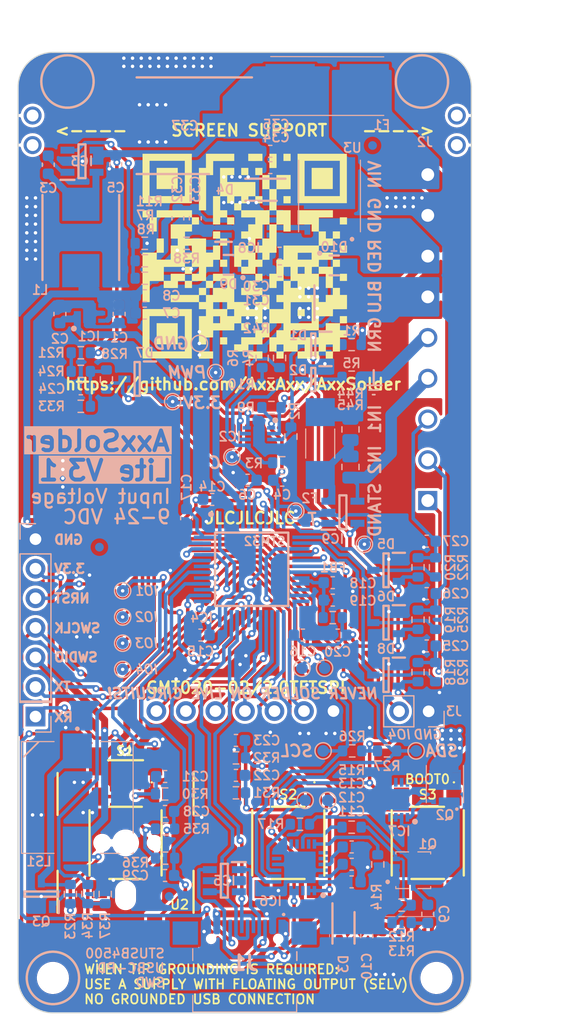
<source format=kicad_pcb>
(kicad_pcb (version 20221018) (generator pcbnew)
  (layers (0 "F.Cu" signal) (31 "B.Cu" signal) (34 "B.Paste" user) (35 "F.Paste" user) (36 "B.SilkS" user "B.Silkscreen") (37 "F.SilkS" user "F.Silkscreen") (38 "B.Mask" user) (39 "F.Mask" user) (44 "Edge.Cuts" user))
  (net 0 "")
  (net 1 "/SPI_CS")
  (net 2 "+3.3V")
  (net 3 "/ENC_B")
  (net 4 "/SWCLK")
  (net 5 "/SWDIO")
  (net 6 "/RED")
  (net 7 "/BLUE")
  (net 8 "/Stand_inp")
  (net 9 "/GREEN")
  (net 10 "/SPI_MOSI")
  (net 11 "/SPI_SCK")
  (net 12 "/SPI_DC")
  (net 13 "/SPI_RST")
  (net 14 "/Buzzer")
  (net 15 "GND")
  (net 16 "Net-(LS1--)")
  (net 17 "/NRST")
  (net 18 "/USB_D-")
  (net 19 "/USB_D+")
  (net 20 "/VBUS")
  (net 21 "/SCL")
  (net 22 "/SDA")
  (net 23 "/Handle_inp2")
  (net 24 "/Handle_inp1")
  (net 25 "/VDD_IN")
  (net 26 "/CC2")
  (net 27 "/CC1")
  (net 28 "/SW1")
  (net 29 "/TC")
  (net 30 "/SW2")
  (net 31 "/SW3")
  (net 32 "/Heater")
  (net 33 "Net-(IC3-CB)")
  (net 34 "Net-(IC3-SW)")
  (net 35 "Net-(C9-Pad1)")
  (net 36 "Net-(IC6-VREG_2V7)")
  (net 37 "Net-(IC6-VREG_1V2)")
  (net 38 "/ENC_A")
  (net 39 "Net-(C24-Pad1)")
  (net 40 "Net-(IC2A-+)")
  (net 41 "Net-(IC2A--)")
  (net 42 "Net-(IC2B-+)")
  (net 43 "Net-(IC2B--)")
  (net 44 "Net-(IC3-FB)")
  (net 46 "Net-(IC6-DISCH)")
  (net 47 "VDD")
  (net 48 "/VCCA")
  (net 49 "/VDD_IN_USBCPD")
  (net 50 "/USR1")
  (net 51 "/USR2")
  (net 52 "/USART_RX")
  (net 53 "Net-(IC6-VBUS_EN_SNK)")
  (net 54 "/CURRENT")
  (net 55 "/USR3")
  (net 56 "/USR4")
  (net 57 "/VBUS_IN")
  (net 58 "/USART_TX")
  (net 59 "/CC2_")
  (net 60 "/CC1_")
  (net 61 "Net-(IC6-VBUS_VS_DISCH)")
  (net 62 "Earth")
  (net 63 "/S_sense")
  (net 64 "/H_sense2")
  (net 65 "/H_sense1")
  (net 66 "Net-(IC7-GATE)")
  (net 68 "Net-(IC8-TG)")
  (net 70 "/BOOST")
  (net 71 "+7.5V")
  (net 72 "Net-(Q3-G)")
  (net 73 "Net-(R21-Pad1)")
  (net 77 "Net-(Q1-G)")
  (net 78 "unconnected-(J1-SHIELD-PadS1)")
  (net 79 "/I_LEAK")
  (net 80 "Net-(IC9-IN+)")
  (net 81 "Net-(C12-Pad1)")
  (net 82 "Net-(C13-Pad1)")
  (net 83 "Net-(R14-Pad1)")
  (net 84 "Net-(R15-Pad1)")
  (net 85 "Net-(R17-Pad1)")
  (footprint "Connector_PinHeader_2.54mm:PinHeader_1x07_P2.54mm_Vertical" (layer "F.Cu") (at 173.05 124.253734 90)
    (fp_text reference "U1" hide)
    (fp_text value "~")
  )
  (footprint "footprints:ADTSM644RVTR" (layer "F.Cu") (at 170.4 135.574734 -90)
    (fp_text reference "S1")
    (fp_text value "ADTSM644RVTR" hide)
  )
  (footprint "footprints:ADTSM644RVTR" (layer "F.Cu") (at 196.4 135.574734 -90)
    (fp_text reference "S3")
    (fp_text value "ADTSM644RVTR" hide)
  )
  (footprint "MountingHole:MountingHole_2.5mm" (layer "F.Cu") (at 197.15 147.174734)
    (fp_text reference "H2" hide)
    (fp_text value "MountingHole" hide)
  )
  (footprint "footprints:PEC11J9215FS0015" (layer "F.Cu") (at 170.4 135.574734)
    (fp_text reference "U2")
    (fp_text value "PEC11J-9215F-S0015" hide)
  )
  (footprint "footprints:ADTSM644RVTR" (layer "F.Cu") (at 184.4 135.574734 -90)
    (fp_text reference "S2")
    (fp_text value "ADTSM644RVTR" hide)
  )
  (footprint "LOGO" (layer "F.Cu") (at 180.65 85.174734)
    (fp_text reference "G***" hide)
    (fp_text value "LOGO" hide)
  )
  (footprint "MountingHole:MountingHole_2.5mm" (layer "F.Cu") (at 164.15 147.174734)
    (fp_text reference "H1" hide)
    (fp_text value "MountingHole" hide)
  )
  (footprint "Capacitor_SMD:C_0603_1608Metric" (layer "B.Cu") (at 179.9 126.774734 180)
    (fp_text reference "C23")
    (fp_text value "100n")
  )
  (footprint "footprints:INDPM7366X300N" (layer "B.Cu") (at 166.55 83.574734 -90)
    (fp_text reference "L1")
    (fp_text value "SRP7028CC-150M" hide)
  )
  (footprint "footprints:STL10N3LLH5" (layer "B.Cu") (at 197.875 130.529734 180)
    (fp_text reference "Q2")
    (fp_text value "STL10N3LLH5" hide)
  )
  (footprint "TestPoint:TestPoint_Pad_D1.0mm" (layer "B.Cu") (at 185.577179 120.574734 180)
    (fp_text reference "TP2" hide)
    (fp_text value "DIAG_TP")
  )
  (footprint "TestPoint:TestPoint_Pad_D1.0mm" (layer "B.Cu") (at 170.15 116.174734 180)
    (fp_text reference "TP6" hide)
    (fp_text value "DIAG_TP" hide)
  )
  (footprint "Capacitor_SMD:C_0603_1608Metric" (layer "B.Cu") (at 180.9 104.424734 180)
    (fp_text reference "C6")
    (fp_text value "1n")
  )
  (footprint "footprints:691243110009" (layer "B.Cu") (at 196.4 106.174734 -90)
    (fp_text reference "J2")
    (fp_text value "691243110009" hide)
  )
  (footprint "TestPoint:TestPoint_Pad_D1.0mm" (layer "B.Cu") (at 190.95 109.924734 180)
    (fp_text reference "TP9" hide)
    (fp_text value "Current_TP")
  )
  (footprint "footprints:SOT95P230X110-3N" (layer "B.Cu") (at 192.8125 116.659734 180)
    (fp_text reference "D6")
    (fp_text value "BAT54S" hide)
  )
  (footprint "Resistor_SMD:R_0603_1608Metric" (layer "B.Cu") (at 173.8 131.374734)
    (fp_text reference "R30")
    (fp_text value "4k7")
  )
  (footprint "Resistor_SMD:R_0603_1608Metric" (layer "B.Cu") (at 172.05 85.574734)
    (fp_text reference "R7")
    (fp_text value "360k")
  )
  (footprint "footprints:QFP50P900X900X160-48N" (layer "B.Cu") (at 181.25 112.074734 -90)
    (fp_text reference "IC4")
    (fp_text value "STM32G431CBT6" hide)
  )
  (footprint "Connector_PinHeader_2.54mm:PinHeader_1x02_P2.54mm_Vertical" (layer "B.Cu") (at 196.475 124.274734 90)
    (fp_text reference "J3")
    (fp_text value "TSW-102-07-T-S")
  )
  (footprint "Resistor_SMD:R_0603_1608Metric" (layer "B.Cu") (at 168.65 139.974734 90)
    (fp_text reference "R37")
    (fp_text value "4k7")
  )
  (footprint "Capacitor_SMD:C_0603_1608Metric" (layer "B.Cu") (at 174.9 81.924734 -90)
    (fp_text reference "C32")
    (fp_text value "10u")
  )
  (footprint "Resistor_SMD:R_0603_1608Metric" (layer "B.Cu") (at 188.225 116.224734)
    (fp_text reference "FB1")
    (fp_text value "BLM18HE601SN1D")
  )
  (footprint "Resistor_SMD:R_0603_1608Metric" (layer "B.Cu") (at 172.05 87.074734)
    (fp_text reference "R8")
    (fp_text value "360k")
  )
  (footprint "Resistor_SMD:R_0603_1608Metric" (layer "B.Cu") (at 189.85 134.224734)
    (fp_text reference "R15")
    (fp_text value "22k")
  )
  (footprint "Resistor_SMD:R_0603_1608Metric" (layer "B.Cu") (at 197.0625 116.409734 90)
    (fp_text reference "R25")
    (fp_text value "4k7")
  )
  (footprint "Fiducial:Fiducial_0.75mm_Mask1.5mm" (layer "B.Cu") (at 191.65 75.674734 180)
    (fp_text reference "FID3" hide)
    (fp_text value "Fiducial")
  )
  (footprint "Resistor_SMD:R_0603_1608Metric" (layer "B.Cu") (at 172.05 84.074734 180)
    (fp_text reference "R11")
    (fp_text value "22k")
  )
  (footprint "Capacitor_SMD:C_0603_1608Metric" (layer "B.Cu") (at 189.85 138.924734)
    (fp_text reference "C11")
    (fp_text value "10u")
  )
  (footprint "Capacitor_SMD:C_0603_1608Metric" (layer "B.Cu") (at 172.05 90.074734 180)
    (fp_text reference "C7")
    (fp_text value "10u")
  )
  (footprint "Capacitor_SMD:C_0603_1608Metric" (layer "B.Cu") (at 169.55 77.299734 90)
    (fp_text reference "C5")
    (fp_text value "10u")
  )
  (footprint "footprints:RHDR6W97P0X254_1X6_1574X250X865P" (layer "B.Cu") (at 162.65 109.484734 -90)
    (fp_text reference "J4" hide)
    (fp_text value "61300611821" hide)
  )
  (footprint "Capacitor_SMD:C_0603_1608Metric" (layer "B.Cu") (at 185.65 117.724734)
    (fp_text reference "C16")
    (fp_text value "100n")
  )
  (footprint "Resistor_SMD:R_0603_1608Metric" (layer "B.Cu") (at 168.75 95.774734 -90)
    (fp_text reference "R28")
    (fp_text value "4k7")
  )
  (footprint "Resistor_SMD:R_0603_1608Metric" (layer "B.Cu") (at 192.1 137.424734 -90)
    (fp_text reference "R14")
    (fp_text value "1k5")
  )
  (footprint "footprints:PMEG6020ER115" (layer "B.Cu") (at 188.35 85.974734)
    (fp_text reference "D10")
    (fp_text value "PMEG6020ER" hide)
  )
  (footprint "Resistor_SMD:R_0603_1608Metric" (layer "B.Cu") (at 173.8 136.884734)
    (fp_text reference "R36")
    (fp_text value "4k7")
  )
  (footprint "footprints:CMI9653SSMTTR" (layer "B.Cu") (at 166.25 131.424734 -90)
    (fp_text reference "LS1")
    (fp_text value "CMI-9653S-SMT-TR" hide)
  )
  (footprint "TestPoint:TestPoint_Pad_D1.0mm" (layer "B.Cu") (at 187.4 127.674734 180)
    (fp_text reference "TP15" hide)
    (fp_text value "DIAG_TP")
  )
  (footprint "Capacitor_SMD:C_0603_1608Metric" (layer "B.Cu") (at 183.65 84.924734 180)
    (fp_text reference "C30")
    (fp_text value "10u")
  )
  (footprint "Capacitor_SMD:C_0603_1608Metric" (layer "B.Cu") (at 182.85 76.174734)
    (fp_text reference "C35")
    (fp_text value "10u")
  )
  (footprint "TestPoint:TestPoint_Pad_D1.0mm" (layer "B.Cu") (at 185.85 131.924734 90)
    (fp_text reference "TP8" hide)
    (fp_text value "DIAG_TP")
  )
  (footprint "Resistor_SMD:R_0805_2012Metric" (layer "B.Cu") (at 189.75 103.287234 90)
    (fp_text reference "R45")
    (fp_text value "100m")
  )
  (footprint "footprints:SODFL3619X98N" (layer "B.Cu") (at 189.15 142.874734 -90)
    (fp_text reference "D3")
    (fp_text value "SMF4L24AT1G" hide)
  )
  (footprint "TestPoint:TestPoint_Pad_D1.0mm" (layer "B.Cu") (at 170.15 113.924734 180)
    (fp_text reference "TP4" hide)
    (fp_text value "DIAG_TP")
  )
  (footprint "Resistor_SMD:R_0603_1608Metric" (layer "B.Cu") (at 189.85 92.774734 180)
    (fp_text reference "R1")
    (fp_text value "1k5")
  )
  (footprint "Resistor_SMD:R_0603_1608Metric" (layer "B.Cu") (at 179.9 128.274734 180)
    (fp_text reference "R32")
    (fp_text value "4k7")
  )
  (footprint "Capacitor_SMD:C_0603_1608Metric" (layer "B.Cu") (at 177.85 106.074734 180)
    (fp_text reference "C14")
    (fp_text value "100n")
  )
  (footprint "footprints:BSC014N04LS" (layer "B.Cu") (at 187.945 76.934734 180)
    (fp_text reference "U3")
    (fp_text value "BSC014N04LS")
  )
  (footprint "Resistor_SMD:R_0603_1608Metric" (layer "B.Cu") (at 165.65 139.974734 90)
    (fp_text reference "R23")
    (fp_text value "4k7")
  )
  (footprint "footprints:SON50P200X200X80-9N" (layer "B.Cu") (at 181.875 100.674734 180)
    (fp_text reference "IC2")
    (fp_text value "OPA2387DSGT" hide)
  )
  (footprint "Capacitor_SMD:C_0603_1608Metric" (layer "B.Cu") (at 188.225 114.724734)
    (fp_text reference "C19")
    (fp_text value "10u")
  )
  (footprint "Resistor_SMD:R_0603_1608Metric" (layer "B.Cu") (at 179.9 131.274734 180)
    (fp_text reference "R31")
    (fp_text value "4k7")
  )
  (footprint "footprints:SOT95P230X110-3N" (layer "B.Cu") (at 192.8125 121.159734 180)
    (fp_text reference "D8")
    (fp_text value "BAT54S" hide)
  )
  (footprint "Resistor_SMD:R_0603_1608Metric" (layer "B.Cu") (at 195.5625 120.909734 90)
    (fp_text reference "R18")
    (fp_text value "4k7")
  )
  (footprint "Resistor_SMD:R_0603_1608Metric" (layer "B.Cu") (at 167.15 139.974734 -90)
    (fp_text reference "R34")
    (fp_text value "100")
  )
  (footprint "Fiducial:Fiducial_0.75mm_Mask1.5mm" (layer "B.Cu") (at 168.15 110.174734 180)
    (fp_text reference "FID1" hide)
    (fp_text value "Fiducial")
  )
  (footprint "Connector_PinSocket_2.54mm:PinSocket_1x01_P2.54mm_Vertical" (layer "B.Cu") (at 162.65 124.724734)
    (fp_text reference "TP13" hide)
    (fp_text value "DIAG_TP")
  )
  (footprint "Capacitor_SMD:C_0603_1608Metric" (layer "B.Cu") (at 172.05 88.574734 180)
    (fp_text reference "C8")
    (fp_text value "10u")
  )
  (footprint "Capacitor_SMD:C_0603_1608Metric" (layer "B.Cu") (at 196.3125 118.659734 180)
    (fp_text reference "C25")
    (fp_text value "100n")
  )
  (footprint "TestPoint:TestPoint_Pad_D1.0mm" (layer "B.Cu") (at 195.4 127.674734 180)
    (fp_text reference "TP16" hide)
    (fp_text value "DIAG_TP")
  )
  (footprint "Resistor_SMD:R_0603_1608Metric" (layer "B.Cu") (at 189.9 127.674734)
    (fp_text reference "R26")
    (fp_text value "4k7")
  )
  (footprint "Resistor_SMD:R_0603_1608Metric" (layer "B.Cu") (at 197.0625 111.909734 90)
    (fp_text reference "R22")
    (fp_text value "4k7")
  )
  (footprint "Resistor_SMD:R_0603_1608Metric" (layer "B.Cu") (at 194.15 140.924734 180)
    (fp_text reference "R12")
    (fp_text value "22k")
  )
  (footprint "footprints:SOT65P210X110-3N" (layer "B.Cu") (at 186.55 95.774734 180)
    (fp_text reference "D2")
    (fp_text value "BAV199WQ-7" hide)
  )
  (footprint "footprints:RESC6432X89N" (layer "B.Cu") (at 186.65 89.174734 180)
    (fp_text reference "R42")
    (fp_text value "5m" hide)
  )
  (footprint "Resistor_SMD:R_0603_1608Metric" (layer "B.Cu") (at 182.9 96.174734 180)
    (fp_text reference "R10")
    (fp_text value "220k")
  )
  (footprint "footprints:PMEG6020ER115" (layer "B.Cu") (at 179.25 85.924734 180)
    (fp_text reference "D9")
    (fp_text value "PMEG6020ER" hide)
  )
  (footprint "Capacitor_SMD:C_0603_1608Metric" (layer "B.Cu") (at 182.85 77.574734)
    (fp_text reference "C34")
    (fp_text value "10u")
  )
  (footprint "Resistor_SMD:R_0603_1608Metric" (layer "B.Cu") (at 189.85 95.574734 180)
    (fp_text reference "R5")
    (fp_text value "1k5")
  )
  (footprint "footprints:USB4110GFA" (layer "B.Cu") (at 180.65 146.424734 180)
    (fp_text reference "J1")
    (fp_text value "USB4110-GF-A" hide)
  )
  (footprint "Resistor_SMD:R_0603_1608Metric" (layer "B.Cu") (at 166.55 98.074734 180)
    (fp_text reference "R33")
    (fp_text value "4k7")
  )
  (footprint "TestPoint:TestPoint_Pad_D1.0mm" (layer "B.Cu") (at 176.75 92.674734 180)
    (fp_text reference "TP12" hide)
    (fp_text value "GND_TP")
  )
  (footprint "Capacitor_SMD:C_0603_1608Metric" (layer "B.Cu") (at 189.85 137.414734)
    (fp_text reference "C12")
    (fp_text value "10u")
  )
  (footprint "Capacitor_SMD:C_0603_1608Metric" (layer "B.Cu") (at 175.65 107.674734 -90)
    (fp_text reference "C17")
    (fp_text value "100n")
  )
  (footprint "Capacitor_SMD:C_0603_1608Metric" (layer "B.Cu") (at 189.85 135.924734)
    (fp_text reference "C13")
    (fp_text value "10u")
  )
  (footprint "Capacitor_SMD:C_0603_1608Metric" (layer "B.Cu") (at 164.75 90.149734 90)
    (fp_text reference "C2")
    (fp_text value "10u")
  )
  (footprint "Capacitor_SMD:C_0603_1608Metric" (layer "B.Cu") (at 173.8 132.874734 180)
    (fp_text reference "C28")
    (fp_text value "100n")
  )
  (footprint "Resistor_SMD:R_0603_1608Metric" (layer "B.Cu") (at 166.55 93.474734)
    (fp_text reference "R21")
    (fp_text value "22k")
  )
  (footprint "Capacitor_SMD:C_0603_1608Metric" (layer "B.Cu") (at 173.8 129.874734)
    (fp_text reference "C21")
    (fp_text value "100n")
  )
  (footprint "Resistor_SMD:R_0603_1608Metric" (layer "B.Cu") (at 197.0625 120.909734 90)
    (fp_text reference "R29")
    (fp_text value "4k7")
  )
  (footprint "Resistor_SMD:R_0603_1608Metric" (layer "B.Cu") (at 185.4 133.974734)
    (fp_text reference "R17")
    (fp_text value "1k5")
  )
  (footprint "Resistor_SMD:R_0603_1608Metric" (layer "B.Cu") (at 175.65 84.074734 180)
    (fp_text reference "R38")
    (fp_text value "4k7")
  )
  (footprint "Capacitor_SMD:C_0603_1608Metric" (layer "B.Cu") (at 173.8 138.374734 180)
    (fp_text reference "C29")
    (fp_text value "100n")
  )
  (footprint "footprints:SODFL3619X98N" (layer "B.Cu") (at 182.05 79.474734 180)
    (fp_text reference "D4")
    (fp_text value "SMF4L24AT1G" hide)
  )
  (footprint "Resistor_SMD:R_0603_1608Metric" (layer "B.Cu") (at 183.875 102.924734)
    (fp_text reference "R3")
    (fp_text value "220k")
  )
  (footprint "footprints:QFN50P400X400X100-25N-D" (layer "B.Cu") (at 185.4 137.674734 90)
    (fp_text reference "IC6")
    (fp_text value "STUSB4500QTR" hide)
  )
  (footprint "Capacitor_SMD:C_0603_1608Metric" (layer "B.Cu") (at 196.4 141.674734 90)
    (fp_text reference "C9")
    (fp_text value "100n")
  )
  (footprint "TestPoint:TestPoint_Pad_D1.0mm" (layer "B.Cu") (at 187.8 131.924734 90)
    (fp_text reference "TP7" hide)
    (fp_text value "DIAG_TP")
  )
  (footprint "footprints:STL20N6F7" (layer "B.Cu") (at 195.15 137.924734 90)
    (fp_text reference "Q1")
    (fp_text value "STL9P3LLH6" hide)
  )
  (footprint "TestPoint:TestPoint_Pad_D1.0mm" (layer "B.Cu") (at 174.45 97.674734 180)
    (fp_text reference "TP3" hide)
    (fp_text value "3.3V_TP")
  )
  (footprint "Capacitor_SMD:C_0603_1608Metric" (layer "B.Cu") (at 179.9 129.774734 180)
    (fp_text reference "C22")
    (fp_text value "100n")
  )
  (footprint "footprints:SON50P300X200X80-9N" (layer "B.Cu") (at 193.9 131.874734 90)
    (fp_text reference "IC7")
    (fp_text value "MAX16171ATA_VY+T" hide)
  )
  (footprint "footprints:SOP65P490X110-9N" (layer "B.Cu") (at 181.038 82.399734)
    (fp_text reference "IC8")
    (fp_text value "LTC4440AHMS8E" hide)
  )
  (footprint "footprints:TSW-102-XX-YY-S" (layer "B.Cu") (at 198.9 73.099734 -90)
    (fp_text reference "J6" hide)
    (fp_text value "TSW-102-07-T-S" hide)
  )
  (footprint "Capacitor_SMD:C_0603_1608Metric" (layer "B.Cu") (at 191.15 143.574734 90)
    (fp_text reference "C10")
    (fp_text value "10u")
  )
  (footprint "Capacitor_SMD:C_0603_1608Metric" (layer "B.Cu") (at 176.85 117.724734 180)
    (fp_text reference "C15")
    (fp_text value "100n")
  )
  (footprint "Resistor_SMD:R_0603_1608Metric" (layer "B.Cu") (at 195.5625 116.409734 90)
    (fp_text reference "R19")
    (fp_text value "4k7")
  )
  (footprint "footprints:CAPAE830X1050N" (layer "B.Cu") (at 175.5 73.974734 180)
    (fp_text reference "C37")
    (fp_text value "220u" hide)
  )
  (footprint "footprints:SOT95P230X110-3N" (layer "B.Cu") (at 171.4 95.724734 180)
    (fp_text reference "D7")
    (fp_text value "BAT54S" hide)
  )
  (footprint "Capacitor_SMD:C_0603_1608Metric" (layer "B.Cu") (at 183.875 104.424734)
    (fp_text reference "C4")
    (fp_text value "1n")
  )
  (footprint "Capacitor_SMD:C_0603_1608Metric" (layer "B.Cu") (at 169.85 90.149734 -90)
    (fp_text reference "C1")
    (fp_text value "10u")
  )
  (footprint "Resistor_SMD:R_0603_1608Metric" (layer "B.Cu") (at 182.95 98.174734)
    (fp_text reference "R9")
    (fp_text value "360k")
  )
  (footprint "Capacitor_SMD:C_0603_1608Metric" (layer "B.Cu") (at 188.225 113.224734)
    (fp_text reference "C18")
    (fp_text value "100n")
  )
  (footprint "Capacitor_SMD:C_0603_1608Metric" (layer "B.Cu") (at 166.55 96.574734 180)
    (fp_text reference "C24")
    (fp_text value "100n")
  )
  (footprint "TestPoint:TestPoint_Pad_D1.0mm" (layer "B.Cu") (at 185.05 107.074734 180)
    (fp_text reference "TP11" hide)
    (fp_text value "TC_TP")
  )
  (footprint "footprints:SOT65P210X110-3N" (layer "B.Cu") (at 186.55 92.824734 180)
    (fp_text reference "D1")
    (fp_text value "BAV199WQ-7" hide)
  )
  (footprint "footprints:0154100DR" (layer "B.Cu") (at 187.75 70.574734)
    (fp_text reference "F1")
    (fp_text value "0154007.DR" hide)
  )
  (footprint "TestPoint:TestPoint_Pad_D1.0mm" (layer "B.Cu") (at 170.15 118.424734 180)
    (fp_text reference "TP5" hide)
    (fp_text value "DIAG_TP")
  )
  (footprint "footprints:SOT95P230X110-3N" (layer "B.Cu") (at 163.15 139.974734 90)
    (fp_text reference "Q3")
    (fp_text value "2N7002NXAKR" hide)
  )
  (footprint "footprints:SOT95P280X145-6N" (layer "B.Cu") (at 166.65 77.024734)
    (fp_text reference "IC3")
    (fp_text value "LMR54406DBVR" hide)
  )
  (footprint "footprints:SOT95P280X145-5N" (layer "B.Cu") (at 189.1 107.174734)
    (fp_text reference "IC9")
    (fp_text value "INA281A5QDBVRQ1" hide)
  )
  (footprint "Capacitor_SMD:C_0603_1608Metric" (layer "B.Cu") (at 183.675 86.434734 180)
    (fp_text reference "C31")
    (fp_text value "10u")
  )
  (footprint "Resistor_SMD:R_0603_1608Metric" (layer "B.Cu") (at 182.15 93.924734 90)
    (fp_text reference "R6")
    (fp_text value "4k7")
  )
  (footprint "Resistor_SMD:R_0603_1608Metric" (layer "B.Cu") (at 194.15 142.424734)
    (fp_text reference "R13")
    (fp_text value "100")
  )
  (footprint "Resistor_SMD:R_0603_1608Metric" (layer "B.Cu") (at 184.625 100.674734 -90)
    (fp_text reference "R2")
    (fp_text value "360k")
  )
  (footprint "Capacitor_SMD:C_0603_1608Metric" (layer "B.Cu") (at 176.4 81.924734 -90)
    (fp_text reference "C33")
    (fp_text value "100n")
  )
  (footprint "footprints:SF2410FP100W2" (layer "B.Cu") (at 187.15 101.274734 90)
    (fp_text reference "F2")
    (fp_text value "SF-2410FP100W-2" hide)
  )
  (footprint "Capacitor_SMD:C_0603_1608Metric" (layer "B.Cu") (at 163.75 77.324734 -90)
    (fp_text reference "C3")
    (fp_text value "100n")
  )
  (footprint "footprints:TSW-102-XX-YY-S" (layer "B.Cu") (at 162.4 73.099734 -90)
    (fp_text reference "J5" hide)
    (fp_text value "TSW-102-07-T-S" hide)
  )
  (footprint "TestPoint:TestPoint_Pad_D1.0mm" (layer "B.Cu") (at 179.55 102.424734 180)
    (fp_text reference "TP10" hide)
    (fp_text value "Current_TP")
  )
  (footprint "Capacitor_SMD:C_0603_1608Metric" (layer "B.Cu") (at 196.3125 114.159734 180)
    (fp_text reference "C26")
    (fp_text value "100n")
  )
  (footprint "footprints:SOT95P230X110-3N" (layer "B.Cu") (at 192.8125 112.159734 180)
    (fp_text reference "D5")
    (fp_text value "BAT54S" hide)
  )
  (footprint "TestPoint:TestPoint_Pad_D1.0mm" (layer "B.Cu") (at 170.15 120.674734 180)
    (fp_text reference "TP14" hide)
    (fp_text value "DIAG_TP")
  )
  (footprint "Resistor_SMD:R_0603_1608Metric" (layer "B.Cu") (at 173.8 134.374734 180)
    (fp_text reference "R35")
    (fp_text value "4k7")
  )
  (footprint "TestPoint:TestPoint_Pad_D1.0mm" (layer "B.Cu") (at 187.522699 120.569932 180)
    (fp_text reference "TP1" hide)
    (fp_text value "DIAG_TP")
  )
  (footprint "Resistor_SMD:R_0603_1608Metric" (layer "B.Cu") (at 192.9 127.674734 180)
    (fp_text reference "R27")
    (fp_text value "4k7")
  )
  (footprint "Resistor_SMD:R_0603_1608Metric" (layer "B.Cu") (at 195.5625 111.909734 90)
    (fp_text reference "R20")
    (fp_text value "4k7")
  )
  (footprint "Fiducial:Fiducial_0.75mm_Mask1.5mm" (layer "B.Cu") (at 174.15 140.174734 180)
    (fp_text reference "FID2" hide)
    (fp_text value "Fiducial")
  )
  (footprint "footprints:SON65P200X200X80-7N" (layer "B.Cu") (at 167.3 90.074734)
    (fp_text reference "IC1")
    (fp_text value "TLV76733DRVR" hide)
  )
  (footprint "Capacitor_SMD:C_0603_1608Metric" (layer "B.Cu") (at 188.65 117.724734)
    (fp_text reference "C20")
    (fp_text value "10u")
  )
  (footprint "Resistor_SMD:R_0603_1608Metric" (layer "B.Cu") (at 183.65 93.924734 -90)
    (fp_text reference "R4")
    (fp_text value "4k7")
  )
  (footprint "TestPoint:TestPoint_Pad_D1.0mm" (layer "B.Cu") (at 178.15 95.174734 180)
    (fp_text reference "TP17" hide)
    (fp_text value "SW_TP")
  )
  (footprint "Resistor_SMD:R_0603_1608Metric" (layer "B.Cu") (at 166.55 95.074734 180)
    (fp_text reference "R24")
    (fp_text value "22k")
  )
  (footprint "Resistor_SMD:R_0805_2012Metric" (layer "B.Cu") (at 189.75 100.062234 90)
    (fp_text reference "R44")
    (fp_text value "1M")
  )
  (footprint "footprints:SOT95P280X145-6N" (layer "B.Cu") (at 178.9 138.824734 180)
    (fp_text reference "IC5")
    (fp_text value "TPD4E1U06DBVR" hide)
  )
  (footprint "Capacitor_SMD:C_0603_1608Metric" (layer "B.Cu") (at 196.3125 109.659734 180)
    (fp_text reference "C27")
    (fp_text value "100n")
  )
  (gr_circle (center 180.5 87.024734) (end 180.65 87.024734) (stroke (width 0.15)) (fill none) (layer "B.SilkS"))
  (gr_circle (center 165.4 70.174734) (end 167.65 70.174734) (stroke (width 0.2)) (fill none) (layer "B.SilkS"))
  (gr_line (start 161.65 128.174734) (end 162.9 126.924734) (stroke (width 0.15)) (layer "B.SilkS"))
  (gr_circle (center 187.1 84.924734) (end 187.25 84.924734) (stroke (width 0.15)) (fill none) (layer "B.SilkS"))
  (gr_circle (center 195.9 70.174734) (end 198.15 70.174734) (stroke (width 0.2)) (fill none) (layer "B.SilkS"))
  (gr_circle (center 164.15 147.174734) (end 166.4 147.174734) (stroke (width 0.2)) (fill none) (layer "B.SilkS"))
  (gr_line (start 192.45 96.274734) (end 191.05 96.274734) (stroke (width 0.15)) (layer "B.SilkS"))
  (gr_line (start 191.85 97.074734) (end 191.65 97.074734) (stroke (width 0.15)) (layer "B.SilkS"))
  (gr_line (start 192.15 96.674734) (end 191.35 96.674734) (stroke (width 0.15)) (layer "B.SilkS"))
  (gr_circle (center 197.15 147.174734) (end 199.4 147.174734) (stroke (width 0.2)) (fill none) (layer "B.SilkS"))
  (gr_line (start 191.75 94.974734) (end 191.75 96.174734) (stroke (width 0.2)) (layer "B.SilkS"))
  (gr_circle (center 198.9 132.674734) (end 198.978346 132.674734) (stroke (width 0.15)) (fill none) (layer "B.SilkS"))
  (gr_circle (center 197.15 147.174734) (end 199.4 147.174734) (stroke (width 0.2)) (fill none) (layer "F.SilkS"))
  (gr_circle (center 195.9 70.174734) (end 198.15 70.174734) (stroke (width 0.2)) (fill none) (layer "F.SilkS"))
  (gr_circle (center 165.4 70.174734) (end 167.65 70.174734) (stroke (width 0.2)) (fill none) (layer "F.SilkS"))
  (gr_circle (center 164.15 147.174734) (end 166.4 147.174734) (stroke (width 0.2)) (fill none) (layer "F.SilkS"))
  (gr_line (start 200.15 70.674734) (end 200.15 147.174734) (stroke (width 0.1)) (layer "Edge.Cuts"))
  (gr_arc (start 161.15 70.674734) (mid 162.02868 68.553414) (end 164.15 67.674734) (stroke (width 0.1)) (layer "Edge.Cuts"))
  (gr_arc (start 197.15 67.674734) (mid 199.27132 68.553414) (end 200.15 70.674734) (stroke (width 0.1)) (layer "Edge.Cuts"))
  (gr_arc (start 164.15 150.174734) (mid 162.02868 149.296054) (end 161.15 147.174734) (stroke (width 0.1)) (layer "Edge.Cuts"))
  (gr_arc (start 200.15 147.174734) (mid 199.27132 149.296054) (end 197.15 150.174734) (stroke (width 0.1)) (layer "Edge.Cuts"))
  (gr_line (start 161.15 147.174734) (end 161.15 70.674734) (stroke (width 0.1)) (layer "Edge.Cuts"))
  (gr_line (start 164.15 67.674734) (end 197.15 67.674734) (stroke (width 0.1)) (layer "Edge.Cuts"))
  (gr_line (start 197.15 150.174734) (end 164.15 150.174734) (stroke (width 0.1)) (layer "Edge.Cuts"))
  (gr_text "AxxSolder" (at 187.95 143.074734) (layer "F.Cu" knockout) (effects (font (size 1.5 1.5) (thickness 0.3) bold) (justify left)))
  (gr_text "Lite" (at 189.4 144.42) (layer "F.Cu" knockout) (effects (font (size 1.5 1.5) (thickness 0.3) bold) (justify left top)))
  (gr_text "Lite V3.1" (at 174.6 103.6) (layer "B.SilkS" knockout) (effects (font (size 1.7 1.7) (thickness 0.34) bold) (justify left mirror)))
  (gr_text "AxxSolder" (at 174.4 101.074734) (layer "B.SilkS" knockout) (effects (font (size 1.7 1.7) (thickness 0.34) bold) (justify left mirror)))
  (gr_text "STUSB4500" (at 173.85 145.074734) (layer "B.SilkS") (effects (font (size 0.8 0.8) (thickness 0.15) bold) (justify left mirror)))
  (gr_text "RX" (at 164.15 124.774734) (layer "B.SilkS") (effects (font (size 0.8 0.8) (thickness 0.2) bold) (justify right mirror)))
  (gr_text "GND" (at 191.85 81.674734 90) (layer "B.SilkS") (effects (font (size 1 1) (thickness 0.2) bold) (justify mirror)))
  (gr_text "SWCLK" (at 164.15 117.134734) (layer "B.SilkS") (effects (font (size 0.8 0.8) (thickness 0.2) bold) (justify right mirror)))
  (gr_text "3.3V" (at 177.05 97.774734) (layer "B.SilkS") (effects (font (size 1 1) (thickness 0.2) bold italic) (justify mirror)))
  (gr_text "PWM" (at 175.725 95.174734) (layer "B.SilkS") (effects (font (size 1 1) (thickness 0.2) bold italic) (justify mirror)))
  (gr_text "SWDIO" (at 164.15 119.634734) (layer "B.SilkS") (effects (font (size 0.8 0.8) (thickness 0.2) bold) (justify right mirror)))
  (gr_text "SDA" (at 197.65 127.674734) (layer "B.SilkS") (effects (font (size 1 1) (thickness 0.2) bold italic) (justify mirror)))
  (gr_text "IO4" (at 192.9 126.274734) (layer "B.SilkS") (effects (font (size 0.8 0.8) (thickness 0.15) bold italic) (justify right mirror)))
  (gr_text "NRST" (at 164.15 114.574734) (layer "B.SilkS") (effects (font (size 0.8 0.8) (thickness 0.2) bold) (justify right mirror)))
  (gr_text "9-24 VDC" (at 174.4 107.574734) (layer "B.SilkS") (effects (font (size 1.2 1.2) (thickness 0.2)) (justify left mirror)))
  (gr_text "VIN" (at 191.85 78.174734 90) (layer "B.SilkS") (effects (font (size 1 1) (thickness 0.2) bold) (justify mirror)))
  (gr_text "IN1" (at 191.85 99.174734 90) (layer "B.SilkS") (effects (font (size 1 1) (thickness 0.2) bold) (justify mirror)))
  (gr_text "STAND" (at 191.85 106.974734 90) (layer "B.SilkS") (effects (font (size 1 1) (thickness 0.2) bold) (justify mirror)))
  (gr_text "TX" (at 164.15 122.174734) (layer "B.SilkS") (effects (font (size 0.8 0.8) (thickness 0.2) bold) (justify right mirror)))
  (gr_text "STM32" (at 184.25 109.674734) (layer "B.SilkS") (effects (font (size 0.75 0.75) (thickness 0.15) bold) (justify left mirror)))
  (gr_text "GND" (at 174.35 92.674734) (layer "B.SilkS") (effects (font (size 1 1) (thickness 0.2) bold italic) (justify mirror)))
  (gr_text "USBC-PD" (at 173.85 146.324734) (layer "B.SilkS") (effects (font (size 0.8 0.8) (thickness 0.15) bold) (justify left mirror)))
  (gr_text "GND" (at 196.45 126.274734) (layer "B.SilkS") (effects (font (size 0.8 0.8) (thickness 0.15) bold italic) (justify mirror)))
  (gr_text "RED" (at 191.85 85.174734 90) (layer "B.SilkS") (effects (font (size 1 1) (thickness 0.2) bold) (justify mirror)))
  (gr_text "GND" (at 164.15 109.534734) (layer "B.SilkS") (effects (font (size 0.8 0.8) (thickness 0.2) bold) (justify right mirror)))
  (gr_text "GRN" (at 191.85 91.924734 90) (layer "B.SilkS") (effects (font (size 1 1) (thickness 0.2) bold) (justify mirror)))
  (gr_text "NEVER SOLDER ON LIVE CIRCUITS!" (at 192.25 123.274734) (layer "B.SilkS") (effects (font (size 0.9 0.9) (thickness 0.2) bold italic) (justify left bottom mirror)))
  (gr_text "SWD" (at 173.85 147.574734) (layer "B.SilkS") (effects (font (size 0.8 0.8) (thickness 0.15) bold) (justify left mirror)))
  (gr_text "IO1" (at 171.15 113.924734) (layer "B.SilkS") (effects (font (size 0.8 0.8) (thickness 0.15) bold italic) (justify right mirror)))
  (gr_text "IO3" (at 171.15 118.424734) (layer "B.SilkS") (effects (font (size 0.8 0.8) (thickness 0.15) bold italic) (justify right mirror)))
  (gr_text "IO2" (at 171.15 116.174734) (layer "B.SilkS") (effects (font (size 0.8 0.8) (thickness 0.15) bold italic) (justify right mirror)))
  (gr_text "IO4" (at 171.15 120.674734) (layer "B.SilkS") (effects (font (size 0.8 0.8) (thickness 0.15) bold italic) (justify right mirror)))
  (gr_text "BLU" (at 191.85 88.674734 90) (layer "B.SilkS") (effects (font (size 1 1) (thickness 0.2) bold) (justify mirror)))
  (gr_text "C" (at 178.15 102.924734) (layer "B.SilkS") (effects (font (size 1 1) (thickness 0.2) bold italic) (justify mirror)))
  (gr_text "IN2" (at 191.85 102.674734 90) (layer "B.SilkS") (effects (font (size 1 1) (thickness 0.2) bold) (justify mirror)))
  (gr_text "Input Voltage" (at 174.4 105.824734) (layer "B.SilkS") (effects (font (size 1.2 1.2) (thickness 0.2)) (justify left mirror)))
  (gr_text "3.3V" (at 164.15 112.034734) (layer "B.SilkS") (effects (font (size 0.8 0.8) (thickness 0.2) bold) (justify right mirror)))
  (gr_text "T" (at 186.55 107.774734) (layer "B.SilkS") (effects (font (size 1 1) (thickness 0.2) bold italic) (justify mirror)))
  (gr_text "SCL" (at 185.15 127.674734) (layer "B.SilkS") (effects (font (size 1 1) (thickness 0.2) bold italic) (justify mirror)))
  (gr_text "https://github.com/AxxAxx/AxxSolder" (at 179.65 96.174734) (layer "F.SilkS") (effects (font (size 1 1) (thickness 0.2) bold)))
  (gr_text "JLCJLCJLC" (at 181.15 107.674734) (layer "F.SilkS") (effects (font (size 1 1) (thickness 0.2) bold)))
  (gr_text "<----     SCREEN SUPPORT    ---->" (at 180.65 74.374734) (layer "F.SilkS") (effects (font (size 1 1) (thickness 0.2) bold)))
  (gr_text "BOOT0" (at 194.35 130.574734) (layer "F.SilkS") (effects (font (size 0.8 0.8) (thickness 0.15) bold) (justify left bottom)))
  (gr_text "WHEN TIP GROUNDING IS REQUIRED:\nUSE A SUPPLY WITH FLOATING OUTPUT (SELV)\nNO GROUNDED USB CONNECTION" (at 166.75 149.474734) (layer "F.SilkS") (effects (font (size 0.8 0.8) (thickness 0.15) bold) (justify left bottom)))
  (gr_text "GMT020-02/2.0TFTSPI" (at 180.75 122.25) (layer "F.SilkS") (effects (font (size 1 1) (thickness 0.2) bold)))
  (segment (start 173.05 124.253734) (end 175.553734 121.75) (width 0.3) (layer "F.Cu") (net 1))
  (segment (start 180.25 121.75) (end 182.25 119.75) (width 0.3) (layer "F.Cu") (net 1))
  (segment (start 175.553734 121.75) (end 180.25 121.75) (width 0.3) (layer "F.Cu") (net 1))
  (via (at 182.25 119.75) (size 0.6) (drill 0.3) (layers "F.Cu" "B.Cu") (net 1))
  (segment (start 182.5 119) (end 182.5 119.5) (width 0.3) (layer "B.Cu") (net 1))
  (segment (start 182.5 116.312734) (end 182.5 119) (width 0.3) (layer "B.Cu") (net 1))
  (segment (start 173.02 124.326734) (end 173.303524 124.326734) (width 0.3) (layer "B.Cu") (net 1))
  (segment (start 182.5 119.5) (end 182.25 119.75) (width 0.3) (layer "B.Cu") (net 1))
  (segment (start 168.15 131.599734) (end 169.275 131.599734) (width 0.3) (layer "F.Cu") (net 2))
  (segment (start 194.15 131.599734) (end 193.65 131.099734) (width 0.3) (layer "F.Cu") (net 2))
  (segment (start 181.184687 98.924734) (end 180.925 98.665047) (width 0.3) (layer "F.Cu") (net 2))
  (segment (start 189.94712 117.686265) (end 189.94712 118.171854) (width 0.3) (layer "F.Cu") (net 2))
  (segment (start 168.518497 124.024734) (end 164.8 120.306237) (width 0.3) (layer "F.Cu") (net 2))
  (segment (start 189.7 109.024734) (end 189.7 110.124734) (width 0.3) (layer "F.Cu") (net 2))
  (segment (start 164.8 120.306237) (end 164.8 112.774734) (width 0.3) (layer "F.Cu") (net 2))
  (segment (start 167.9 128.574734) (end 167.9 131.349734) (width 0.3) (layer "F.Cu") (net 2))
  (segment (start 186.425 96.549734) (end 186.55 96.424734) (width 0.3) (layer "F.Cu") (net 2))
  (segment (start 170.65 124.274734) (end 170.51 124.274734) (width 0.3) (layer "F.Cu") (net 2))
  (segment (start 186.425 96.549734) (end 186.9 97.024734) (width 0.3) (layer "F.Cu") (net 2))
  (segment (start 170.51 126.246105) (end 168.181371 128.574734) (width 0.6) (layer "F.Cu") (net 2))
  (segment (start 184.05 98.924734) (end 181.184687 98.924734) (width 0.3) (layer "F.Cu") (net 2))
  (segment (start 193.485 113.909734) (end 193.85 113.909734) (width 0.3) (layer "F.Cu") (net 2))
  (segment (start 183.274999 131.599734) (end 182.15 131.599734) (width 0.3) (layer "F.Cu") (net 2))
  (segment (start 178.00962 116.134354) (end 177.369238 116.774734) (width 0.6) (layer "F.Cu") (net 2))
  (segment (start 177.5 116.643974) (end 178.00962 116.134354) (width 0.6) (layer "F.Cu") (net 2))
  (segment (start 187 97.124734) (end 187 106.324734) (width 0.3) (layer "F.Cu") (net 2))
  (segment (start 169.275 131.599734) (end 172.15 134.474734) (width 0.3) (layer "F.Cu") (net 2))
  (segment (start 189.94712 118.171854) (end 190.45 118.674734) (width 0.3) (layer "F.Cu") (net 2))
  (segment (start 191.4 130.424734) (end 192.575 131.599734) (width 0.3) (layer "F.Cu") (net 2))
  (segment (start 168.181371 128.574734) (end 167.9 128.574734) (width 0.6) (layer "F.Cu") (net 2))
  (segment (start 177.328861 116.774734) (end 170.65 123.453595) (width 0.6) (layer "F.Cu") (net 2))
  (segment (start 189.7 110.124734) (end 193.485 113.909734) (width 0.3) (layer "F.Cu") (net 2))
  (segment (start 195.2 124.924734) (end 195.2 123.842677) (width 0.3) (layer "F.Cu") (net 2))
  (segment (start 191.4 130.424734) (end 191.4 127.074734) (width 0.3) (layer "F.Cu") (net 2))
  (segment (start 186.425 96.549734) (end 184.05 98.924734) (width 0.3) (layer "F.Cu") (net 2))
  (segment (start 195.2 123.842677) (end 194.017057 122.659734) (width 0.3) (layer "F.Cu") (net 2))
  (segment (start 170.26 124.024734) (end 168.518497 124.024734) (width 0.3) (layer "F.Cu") (net 2))
  (segment (start 170.51 124.274734) (end 170.26 124.024734) (width 0.3) (layer "F.Cu") (net 2))
  (segment (start 191.4 127.074734) (end 193.05 127.074734) (width 0.3) (layer "F.Cu") (net 2))
  (segment (start 193.85 118.659734) (end 193.85 122.659734) (width 0.3) (layer "F.Cu") (net 2))
  (segment (start 183.70025 132.024985) (end 183.274999 131.599734) (width 0.3) (layer "F.Cu") (net 2))
  (segment (start 192.575 131.599734) (end 194.15 131.599734) (width 0.3) (layer "F.Cu") (net 2))
  (segment (start 177.369238 116.774734) (end 177.328861 116.774734) (width 0.6) (layer "F.Cu") (net 2))
  (segment (start 187 106.324734) (end 189.7 109.024734) (width 0.3) (layer "F.Cu") (net 2))
  (segment (start 194.017057 122.659734) (end 193.85 122.659734) (width 0.3) (layer "F.Cu") (net 2))
  (segment (start 174.45 97.674734) (end 177.955761 97.674734) (width 0.3) (layer "F.Cu") (net 2))
  (segment (start 186.9 97.024734) (end 187 97.124734) (width 0.3) (layer "F.Cu") (net 2))
  (segment (start 167.9 131.349734) (end 168.15 131.599734) (width 0.3) (layer "F.Cu") (net 2))
  (segment (start 178.946074 98.665047) (end 180.925 98.665047) (width 0.3) (layer "F.Cu") (net 2))
  (segment (start 177.955761 97.674734) (end 178.946074 98.665047) (width 0.3) (layer "F.Cu") (net 2))
  (segment (start 193.85 113.909734) (end 193.85 118.659734) (width 0.3) (layer "F.Cu") (net 2))
  (segment (start 170.65 123.453595) (end 170.65 124.274734) (width 0.6) (layer "F.Cu") (net 2))
  (segment (start 193.835 118.674734) (end 193.85 118.659734) (width 0.3) (layer "F.Cu") (net 2))
  (segment (start 170.51 124.274734) (end 170.51 126.246105) (width 0.6) (layer "F.Cu") (net 2))
  (segment (start 193.05 127.074734) (end 195.2 124.924734) (width 0.3) (layer "F.Cu") (net 2))
  (segment (start 186.55 96.424734) (end 186.55 93.924734) (width 0.3) (layer "F.Cu") (net 2))
  (segment (start 190.45 118.674734) (end 193.835 118.674734) (width 0.3) (layer "F.Cu") (net 2))
  (via (at 189.94712 117.686265) (size 0.6) (drill 0.3) (layers "F.Cu" "B.Cu") (net 2))
  (via (at 186.425 96.549734) (size 0.6) (drill 0.3) (layers "F.Cu" "B.Cu") (net 2))
  (via (at 191.4 127.074734) (size 0.6) (drill 0.3) (layers "F.Cu" "B.Cu") (net 2))
  (via (at 189.7 109.024734) (size 0.6) (drill 0.3) (layers "F.Cu" "B.Cu") (net 2))
  (via (at 178.00962 116.134354) (size 0.6) (drill 0.3) (layers "F.Cu" "B.Cu") (net 2))
  (via (at 180.925 98.665047) (size 0.6) (drill 0.3) (layers "F.Cu" "B.Cu") (net 2))
  (via (at 186.55 93.924734) (size 0.6) (drill 0.3) (layers "F.Cu" "B.Cu") (net 2))
  (via (at 172.15 134.474734) (size 0.6) (drill 0.3) (layers "F.Cu" "B.Cu") (net 2))
  (via (at 177.5 116.643974) (size 0.6) (drill 0.3) (layers "F.Cu" "B.Cu") (net 2))
  (via (at 193.85 122.659734) (size 0.6) (drill 0.3) (layers "F.Cu" "B.Cu") (net 2))
  (via (at 193.85 118.659734) (size 0.6) (drill 0.3) (layers "F.Cu" "B.Cu") (net 2))
  (via (at 174.45 97.674734) (size 0.6) (drill 0.3) (layers "F.Cu" "B.Cu") (net 2))
  (via (at 191.4 130.424734) (size 0.6) (drill 0.3) (layers "F.Cu" "B.Cu") (net 2))
  (via (at 164.8 112.774734) (size 0.6) (drill 0.3) (layers "F.Cu" "B.Cu") (net 2))
  (via (at 193.85 113.909734) (size 0.6) (drill 0.3) (layers "F.Cu" "B.Cu") (net 2))
  (via (at 183.70025 132.024985) (size 0.6) (drill 0.3) (layers "F.Cu" "B.Cu") (net 2))
  (segment (start 175.65 107.199734) (end 175.65 106.899734) (width 0.3) (layer "B.Cu") (net 2))
  (segment (start 184.95 114.974734) (end 185.1 114.824734) (width 0.3) (layer "B.Cu") (net 2))
  (segment (start 193.85 118.659734) (end 193.85 117.672234) (width 0.3) (layer "B.Cu") (net 2))
  (segment (start 172.975 134.374734) (end 172.25 134.374734) (width 0.3) (layer "B.Cu") (net 2))
  (segment (start 176.55 108.724734) (end 177.012 109.186734) (width 0.3) (layer "B.Cu") (net 2))
  (segment (start 186.55 96.424734) (end 186.425 96.549734) (width 0.3) (layer "B.Cu") (net 2))
  (segment (start 171.3 91.924734) (end 166.75 91.924734) (width 0.6) (layer "B.Cu") (net 2))
  (segment (start 166.75 91.924734) (end 166.25 91.424734) (width 0.6) (layer "B.Cu") (net 2))
  (segment (start 190.35 108.374734) (end 189.7 109.024734) (width 0.3) (layer "B.Cu") (net 2))
  (segment (start 178.5 110.324734) (end 178.5 107.836734) (width 0.3) (layer "B.Cu") (net 2))
  (segment (start 178.5 109.324734) (end 177.012 109.324734) (width 0.3) (layer "B.Cu") (net 2))
  (segment (start 175.65 106.899734) (end 175.65 96.274734) (width 0.6) (layer "B.Cu") (net 2))
  (segment (start 189.94712 117.686265) (end 189.386531 117.686265) (width 0.3) (layer "B.Cu") (net 2))
  (segment (start 191.4 130.424734) (end 185.088367 130.424734) (width 0.3) (layer "B.Cu") (net 2))
  (segment (start 164.8 112.774734) (end 163.4 112.774734) (width 0.3) (layer "B.Cu") (net 2))
  (segment (start 163.4 112.774734) (end 162.65 112.024734) (width 0.3) (layer "B.Cu") (net 2))
  (segment (start 184.875 117.724734) (end 184.5 118.099734) (width 0.3) (layer "B.Cu") (net 2))
  (segment (start 179.369216 114.393996) (end 179.75 114.013212) (width 0.3) (layer "B.Cu") (net 2))
  (segment (start 178.5 114.924734) (end 179.030738 114.393996) (width 0.3) (layer "B.Cu") (net 2))
  (segment (start 191.4 127.074734) (end 191.4 127.624734) (width 0.3) (layer "B.Cu") (net 2))
  (segment (start 194.2875 117.234734) (end 193.9125 117.609734) (width 0.3) (layer "B.Cu") (net 2))
  (segment (start 185.1 114.824734) (end 185.488 114.824734) (width 0.3) (layer "B.Cu") (net 2))
  (segment (start 180.925 99.824734) (end 180.825 99.924734) (width 0.3) (layer "B.Cu") (net 2))
  (segment (start 185.725 118.574734) (end 184.95 117.799734) (width 0.3) (layer "B.Cu") (net 2))
  (segment (start 189.908651 117.724734) (end 189.94712 117.686265) (width 0.3) (layer "B.Cu") (net 2))
  (segment (start 172.975 136.884734) (end 172.07 135.979734) (width 0.3) (layer "B.Cu") (net 2))
  (segment (start 186.55 93.924734) (end 187 93.474734) (width 0.3) (layer "B.Cu") (net 2))
  (segment (start 189.463469 117.686265) (end 188.575 118.574734) (width 0.3) (layer "B.Cu") (net 2))
  (segment (start 193.85 122.659734) (end 193.85 122.172234) (width 0.3) (layer "B.Cu") (net 2))
  (segment (start 172.25 134.374734) (end 172.15 134.474734) (width 0.3) (layer "B.Cu") (net 2))
  (segment (start 179.75 111.574734) (end 178.5 110.324734) (width 0.3) (layer "B.Cu") (net 2))
  (segment (start 189.386531 117.686265) (end 189.05 117.349734) (width 0.3) (layer "B.Cu") (net 2))
  (segment (start 194.2875 112.734734) (end 193.9125 113.109734) (width 0.3) (layer "B.Cu") (net 2))
  (segment (start 166.25 91.424734) (end 166.25 90.274734) (width 0.6) (layer "B.Cu") (net 2))
  (segment (start 166.25 90.074734) (end 166.25 90.724734) (width 0.3) (layer "B.Cu") (net 2))
  (segment (start 192.075 127.674734) (end 190.725 127.674734) (width 0.3) (layer "B.Cu") (net 2))
  (segment (start 175.65 97.774734) (end 175.65 97.324734) (width 0.3) (layer "B.Cu") (net 2))
  (segment (start 164.75 90.924734) (end 165.1 90.574734) (width 0.6) (layer "B.Cu") (net 2))
  (segment (start 178.5 116.312734) (end 178.5 114.924734) (width 0.3) (layer "B.Cu") (net 2))
  (segment (start 195.5625 117.234734) (end 194.2875 117.234734) (width 0.3) (layer "B.Cu") (net 2))
  (segment (start 184.5 118.099734) (end 184.5 123.003734) (width 0.3) (layer "B.Cu") (net 2))
  (segment (start 176.55 107.799734) (end 176.55 108.724734) (width 0.3) (layer "B.Cu") (net 2))
  (segment (start 178.00962 116.134354) (end 178.32162 116.134354) (width 0.3) (layer "B.Cu") (net 2))
  (segment (start 191.4 127.624734) (end 191.35 127.674734) (width 0.3) (layer "B.Cu") (net 2))
  (segment (start 185.488 114.824734) (end 185.525 114.824734) (width 0.3) (layer "B.Cu") (net 2))
  (segment (start 178.5 116.899734) (end 178.5 116.312734) (width 0.3) (layer "B.Cu") (net 2))
  (segment (start 175.65 106.899734) (end 176.55 107.799734) (width 0.3) (layer "B.Cu") (net 2))
  (segment (start 178.5 107.836734) (end 178.5 109.324734) (width 0.3) (layer "B.Cu") (net 2))
  (segment (start 189.94712 117.686265) (end 189.463469 117.686265) (width 0.3) (layer "B.Cu") (net 2))
  (segment (start 193.85 122.172234) (end 193.9125 122.109734) (width 0.3) (layer "B.Cu") (net 2))
  (segment (start 177.5 116.643974) (end 177.5 117.899734) (width 0.3) (layer "B.Cu") (net 2))
  (segment (start 195.5625 121.734734) (end 194.2875 121.734734) (width 0.3) (layer "B.Cu") (net 2))
  (segment (start 184.5 123.003734) (end 185.75 124.253734) (width 0.3) (layer "B.Cu") (net 2))
  (segment (start 185.72 124.326734) (end 185.72 123.744734) (width 0.3) (layer "B.Cu") (net 2))
  (segment (start 191.35 127.674734) (end 190.725 127.674734) (width 0.3) (layer "B.Cu") (net 2))
  (segment (start 165.95 90.574734) (end 166.25 90.274734) (width 0.6) (layer "B.Cu") (net 2))
  (segment (start 172.07 134.554734) (end 172.15 134.474734) (width 0.3) (layer "B.Cu") (net 2))
  (segment (start 172.07 135.979734) (end 172.07 134.554734) (width 0.3) (layer "B.Cu") (net 2))
  (segment (start 190.35 108.124734) (end 190.35 108.374734) (width 0.3) (layer "B.Cu") (net 2))
  (segment (start 189.05 117.349734) (end 189.05 116.224734) (width 0.3) (layer "B.Cu") (net 2))
  (segment (start 173.5 97.674734) (end 172.5 96.674734) (width 0.3) (layer "B.Cu") (net 2))
  (segment (start 179.75 114.013212) (end 179.75 111.574734) (width 0.3) (layer "B.Cu") (net 2))
  (segment (start 174.55 97.774734) (end 175.65 97.774734) (width 0.3) (layer "B.Cu") (net 2))
  (segment (start 189.425 117.724734) (end 189.908651 117.724734) (width 0.3) (layer "B.Cu") (net 2))
  (segment (start 194.2875 121.734734) (end 193.9125 122.109734) (width 0.3) (layer "B.Cu") (net 2))
  (segment (start 165.1 90.574734) (end 165.95 90.574734) (width 0.6) (layer "B.Cu") (net 2))
  (segment (start 174.45 97.674734) (end 174.55 97.774734) (width 0.3) (layer "B.Cu") (net 2))
  (segment (start 180.925 98.665047) (end 180.925 99.824734) (width 0.3) (layer "B.Cu") (net 2))
  (segment (start 185.088367 130.424734) (end 183.70025 131.812851) (width 0.3) (layer "B.Cu") (net 2))
  (segment (start 184.95 117.799734) (end 184.95 114.974734) (width 0.3) (layer "B.Cu") (net 2))
  (segment (start 175.65 96.274734) (end 171.3 91.924734) (width 0.6) (layer "B.Cu") (net 2))
  (segment (start 177.5 116.643974) (end 177.625 116.768974) (width 0.3) (layer "B.Cu") (net 2))
  (segment (start 183.70025 131.812851) (end 183.70025 132.024985) (width 0.3) (layer "B.Cu") (net 2))
  (segment (start 174.45 97.674734) (end 173.5 97.674734) (width 0.3) (layer "B.Cu") (net 2))
  (segment (start 195.5625 112.734734) (end 194.2875 112.734734) (width 0.3) (layer "B.Cu") (net 2))
  (segment (start 188.575 118.574734) (end 185.725 118.574734) (width 0.3) (layer "B.Cu") (net 2))
  (segment (start 178.32162 116.134354) (end 178.5 116.312734) (width 0.3) (layer "B.Cu") (net 2))
  (segment (start 177.012 109.186734) (end 177.012 109.324734) (width 0.3) (layer "B.Cu") (net 2))
  (segment (start 193.9125 113.847234) (end 193.85 113.909734) (width 0.3) (layer "B.Cu") (net 2))
  (segment (start 193.85 117.672234) (end 193.9125 117.609734) (width 0.3) (layer "B.Cu") (net 2))
  (segment (start 178.00962 116.134354) (end 177.5 116.643974) (width 0.3) (layer "B.Cu") (net 2))
  (segment (start 187.6 96.424734) (end 186.55 96.424734) (width 0.3) (layer "B.Cu") (net 2))
  (segment (start 193.9125 113.109734) (end 193.9125 113.847234) (width 0.3) (layer "B.Cu") (net 2))
  (segment (start 177.625 116.768974) (end 177.625 117.724734) (width 0.3) (layer "B.Cu") (net 2))
  (segment (start 187 93.474734) (end 187.6 93.474734) (width 0.3) (layer "B.Cu") (net 2))
  (segment (start 179.030738 114.393996) (end 179.369216 114.393996) (width 0.3) (layer "B.Cu") (net 2))
  (segment (start 173.95 134.474734) (end 173.95 135.874734) (width 0.3) (layer "F.Cu") (net 3))
  (segment (start 167.15 142.124734) (end 167.9 142.874734) (width 0.3) (layer "F.Cu") (net 3))
  (segment (start 171.95 137.874734) (end 167.85 137.874734) (width 0.3) (layer "F.Cu") (net 3))
  (segment (start 173.95 135.874734) (end 171.95 137.874734) (width 0.3) (layer "F.Cu") (net 3))
  (segment (start 167.85 137.874734) (end 167.15 138.574734) (width 0.3) (layer "F.Cu") (net 3))
  (segment (start 167.15 138.574734) (end 167.15 142.124734) (width 0.3) (layer "F.Cu") (net 3))
  (via (at 173.95 134.474734) (size 0.6) (drill 0.3) (layers "F.Cu" "B.Cu") (net 3))
  (segment (start 175.45 127.574734) (end 173.402 125.526734) (width 0.3) (layer "B.Cu") (net 3))
  (segment (start 174.55 134.324734) (end 174.55 132.874734) (width 0.3) (layer "B.Cu") (net 3))
  (segment (start 172.532943 125.526734) (end 171.786718 124.780509) (width 0.3) (layer "B.Cu") (net 3))
  (segment (start 175.514212 113.324734) (end 177.012 113.324734) (width 0.3) (layer "B.Cu") (net 3))
  (segment (start 171.786718 124.780509) (end 171.786718 122.038016) (width 0.3) (layer "B.Cu") (net 3))
  (segment (start 171.786718 122.038016) (end 174.35 119.474734) (width 0.3) (layer "B.Cu") (net 3))
  (segment (start 174.55 132.874734) (end 175.45 131.974734) (width 0.3) (layer "B.Cu") (net 3))
  (segment (start 174.35 119.474734) (end 174.35 114.488946) (width 0.3) (layer "B.Cu") (net 3))
  (segment (start 173.402 125.526734) (end 172.532943 125.526734) (width 0.3) (layer "B.Cu") (net 3))
  (segment (start 175.45 131.974734) (end 175.45 127.574734) (width 0.3) (layer "B.Cu") (net 3))
  (segment (start 174.35 114.488946) (end 175.514212 113.324734) (width 0.3) (layer "B.Cu") (net 3))
  (segment (start 174.5 134.474734) (end 174.55 134.424734) (width 0.3) (layer "B.Cu") (net 3))
  (segment (start 173.95 134.474734) (end 174.5 134.474734) (width 0.3) (layer "B.Cu") (net 3))
  (segment (start 166.75 120.974734) (end 167.35 121.574734) (width 0.3) (layer "F.Cu") (net 4))
  (segment (start 170.195411 121.574734) (end 175.75 116.020145) (width 0.3) (layer "F.Cu") (net 4))
  (segment (start 161.45 118.304734) (end 162.65 117.104734) (width 0.3) (layer "F.Cu") (net 4))
  (segment (start 167.35 121.574734) (end 170.195411 121.574734) (width 0.3) (layer "F.Cu") (net 4))
  (segment (start 175.75 116.020145) (end 175.75 115.124734) (width 0.3) (layer "F.Cu") (net 4))
  (segment (start 161.45 143.674734) (end 161.45 118.304734) (width 0.3) (layer "F.Cu") (net 4))
  (segment (start 182.218037 144.124734) (end 180.360656 145.982115) (width 0.3) (layer "F.Cu") (net 4))
  (segment (start 177.87662 145.982115) (end 176.819239 144.924734) (width 0.3) (layer "F.Cu") (net 4))
  (segment (start 180.360656 145.982115) (end 177.87662 145.982115) (width 0.3) (layer "F.Cu") (net 4))
  (segment (start 176.819239 144.924734) (end 162.7 144.924734) (width 0.3) (layer "F.Cu") (net 4))
  (segment (start 166.55 120.974734) (end 166.75 120.974734) (width 0.3) (layer "F.Cu") (net 4))
  (segment (start 162.7 144.924734) (end 161.45 143.674734) (width 0.3) (layer "F.Cu") (net 4))
  (via (at 182.218037 144.124734) (size 0.6) (drill 0.3) (layers "F.Cu" "B.Cu") (net 4))
  (via (at 166.55 120.974734) (size 0.6) (drill 0.3) (layers "F.Cu" "B.Cu") (net 4))
  (via (at 175.75 115.124734) (size 0.6) (drill 0.3) (layers "F.Cu" "B.Cu") (net 4))
  (segment (start 175.928424 114.324734) (end 177.012 114.324734) (width 0.3) (layer "B.Cu") (net 4))
  (segment (start 175.75 114.503158) (end 175.928424 114.324734) (width 0.3) (layer "B.Cu") (net 4))
  (segment (start 166.52 120.974734) (end 162.65 117.104734) (width 0.3) (layer "B.Cu") (net 4))
  (segment (start 166.55 120.974734) (end 166.52 120.974734) (width 0.3) (layer "B.Cu") (net 4))
  (segment (start 182.4 143.942771) (end 182.4 142.746734) (width 0.3) (layer "B.Cu") (net 4))
  (segment (start 175.75 115.124734) (end 175.75 114.503158) (width 0.3) (layer "B.Cu") (net 4))
  (segment (start 182.218037 144.124734) (end 182.4 143.942771) (width 0.3) (layer "B.Cu") (net 4))
  (segment (start 177.4 142.024734) (end 179.55 144.174734) (width 0.3) (layer "F.Cu") (net 5))
  (segment (start 162.753553 120.098266) (end 162.753553 119.748287) (width 0.3) (layer "F.Cu") (net 5))
  (segment (start 177.4 141.274734) (end 177.4 142.024734) (width 0.3) (layer "F.Cu") (net 5))
  (segment (start 163.95 125.774734) (end 163.95 121.294713) (width 0.3) (layer "F.Cu") (net 5))
  (segment (start 170.103086 122.374165) (end 176.75 115.727251) (width 0.3) (layer "F.Cu") (net 5))
  (segment (start 163.523533 126.201201) (end 163.95 125.774734) (width 0.3) (layer "F.Cu") (net 5))
  (segment (start 163.95 121.294713) (end 162.753553 120.098266) (width 0.3) (layer "F.Cu") (net 5))
  (segment (start 167.910201 122.374165) (end 170.103086 122.374165) (width 0.3) (layer "F.Cu") (net 5))
  (segment (start 162.099623 126.201201) (end 163.523533 126.201201) (width 0.3) (layer "F.Cu") (net 5))
  (segment (start 176.75 115.727251) (end 176.75 115.474734) (width 0.3) (layer "F.Cu") (net 5))
  (segment (start 167.86077 122.324734) (end 167.910201 122.374165) (width 0.3) (layer "F.Cu") (net 5))
  (via (at 167.86077 122.324734) (size 0.6) (drill 0.3) (layers "F.Cu" "B.Cu") (net 5))
  (via (at 177.4 141.274734) (size 0.6) (drill 0.3) (layers "F.Cu" "B.Cu") (net 5))
  (via (at 162.099623 126.201201) (size 0.6) (drill 0.3) (layers "F.Cu" "B.Cu") (net 5))
  (via (at 179.55 144.174734) (size 0.6) (drill 0.3) (layers "F.Cu" "B.Cu") (net 5))
  (via (at 176.75 115.474734) (size 0.6) (drill 0.3) (layers "F.Cu" "B.Cu") (net 5))
  (segment (start 165.869239 142.074734) (end 161.85 142.074734) (width 0.3) (layer "B.Cu") (net 5))
  (segment (start 161.45 141.674734) (end 161.45 126.850824) (width 0.3) (layer "B.Cu") (net 5))
  (segment (start 161.85 142.074734) (end 161.45 141.674734) (width 0.3) (layer "B.Cu") (net 5))
  (segment (start 167.86077 122.324734) (end 167.71077 122.174734) (width 0.3) (layer "B.Cu") (net 5))
  (segment (start 177.012 114.824734) (end 177.012 115.212734) (width 0.3) (layer "B.Cu") (net 5))
  (segment (start 167.71077 122.174734) (end 165.18 122.174734) (width 0.3) (layer "B.Cu") (net 5))
  (segment (start 179.4 142.746734) (end 179.4 144.024734) (width 0.3) (layer "B.Cu") (net 5))
  (segment (start 166.122239 141.821734) (end 165.869239 142.074734) (width 0.3) (layer "B.Cu") (net 5))
  (segment (start 176.853 141.821734) (end 166.122239 141.821734) (width 0.3) (layer "B.Cu") (net 5))
  (segment (start 179.4 144.024734) (end 179.55 144.174734) (width 0.3) (layer "B.Cu") (net 5))
  (segment (start 165.18 122.174734) (end 162.65 119.644734) (width 0.3) (layer "B.Cu") (net 5))
  (segment (start 161.45 126.850824) (end 162.099623 126.201201) (width 0.3) (layer "B.Cu") (net 5))
  (segment (start 177.012 115.212734) (end 176.75 115.474734) (width 0.3) (layer "B.Cu") (net 5))
  (segment (start 177.4 141.274734) (end 176.853 141.821734) (width 0.3) (layer "B.Cu") (net 5))
  (segment (start 190.775 91.049734) (end 196.4 85.424734) (width 0.6) (layer "F.Cu") (net 6))
  (segment (start 190.775 91.549734) (end 190.775 91.049734) (width 0.6) (layer "F.Cu") (net 6))
  (segment (start 196.4 85.424734) (end 196.4 85.174734) (width 0.6) (layer "F.Cu") (net 6))
  (via (at 190.775 91.549734) (size 0.6) (drill 0.3) (layers "F.Cu" "B.Cu") (net 6))
  (segment (start 186.95 85.974734) (end 184.91 85.974734) (width 0.3) (layer "B.Cu") (net 6))
  (segment (start 186.95 83.434734) (end 187.11 83.274734) (width 0.3) (layer "B.Cu") (net 6))
  (segment (start 184.425 84.924734) (end 184.425 86.409734) (width 0.3) (layer "B.Cu") (net 6))
  (segment (start 187.11 83.274734) (end 190.05 83.274734) (width 0.3) (layer "B.Cu") (net 6))
  (segment (start 184.4 83.924734) (end 186.8875 83.924734) (width 0.3) (layer "B.Cu") (net 6))
  (segment (start 184.91 85.974734) (end 184.45 86.434734) (width 0.3) (layer "B.Cu") (net 6))
  (segment (start 190.775 92.674734) (end 190.675 92.774734) (width 0.6) (layer "B.Cu") (net 6))
  (segment (start 183.25 83.374734) (end 183.8 83.924734) (width 0.3) (layer "B.Cu") (net 6))
  (segment (start 190.775 91.549734) (end 190.775 92.674734) (width 0.6) (layer "B.Cu") (net 6))
  (segment (start 186.95 85.974734) (end 186.95 83.434734) (width 0.3) (layer "B.Cu") (net 6))
  (segment (start 184.425 83.949734) (end 184.4 83.924734) (width 0.3) (layer "B.Cu") (net 6))
  (segment (start 190.05 83.274734) (end 191.95 85.174734) (width 0.3) (layer "B.Cu") (net 6))
  (segment (start 191.95 85.174734) (end 196.4 85.174734) (width 0.3) (layer "B.Cu") (net 6))
  (segment (start 184.425 86.409734) (end 184.45 86.434734) (width 0.3) (layer "B.Cu") (net 6))
  (segment (start 184.425 84.924734) (end 184.425 83.949734) (width 0.3) (layer "B.Cu") (net 6))
  (segment (start 187.21 85.714734) (end 186.95 85.974734) (width 0.3) (layer "B.Cu") (net 6))
  (segment (start 183.8 83.924734) (end 184.4 83.924734) (width 0.3) (layer "B.Cu") (net 6))
  (segment (start 186.8875 83.924734) (end 186.95 83.987234) (width 0.3) (layer "B.Cu") (net 6))
  (segment (start 189.35 86.374734) (end 189.75 85.974734) (width 0.3) (layer "B.Cu") (net 7))
  (segment (start 189.85 88.674734) (end 189.35 89.174734) (width 0.6) (layer "B.Cu") (net 7))
  (segment (start 187.35 91.174734) (end 185.575 91.174734) (width 0.3) (layer "B.Cu") (net 7))
  (segment (start 189.35 89.174734) (end 189.35 86.374734) (width 0.3) (layer "B.Cu") (net 7))
  (segment (start 189.35 89.174734) (end 187.35 91.174734) (width 0.3) (layer "B.Cu") (net 7))
  (segment (start 196.4 88.674734) (end 189.85 88.674734) (width 0.6) (layer "B.Cu") (net 7))
  (segment (start 185.575 91.174734) (end 183.65 93.099734) (width 0.3) (layer "B.Cu") (net 7))
  (segment (start 189.363479 111.324734) (end 190.3375 112.298755) (width 0.3) (layer "B.Cu") (net 8))
  (segment (start 196.3125 120.984734) (end 195.059682 120.984734) (width 0.3) (layer "B.Cu") (net 8))
  (segment (start 190.3375 112.298755) (end 190.3375 112.854341) (width 0.3) (layer "B.Cu") (net 8))
  (segment (start 194.884682 121.159734) (end 191.7125 121.159734) (width 0.3) (layer "B.Cu") (net 8))
  (segment (start 187.1 109.824734) (end 188.6 111.324734) (width 0.3) (layer "B.Cu") (net 8))
  (segment (start 195.059682 120.984734) (end 194.884682 121.159734) (width 0.3) (layer "B.Cu") (net 8))
  (segment (start 190.8375 120.284734) (end 191.7125 121.159734) (width 0.3) (layer "B.Cu") (net 8))
  (segment (start 190.8375 113.35434) (end 190.8375 120.284734) (width 0.3) (layer "B.Cu") (net 8))
  (segment (start 190.3375 112.854341) (end 190.8375 113.35434) (width 0.3) (layer "B.Cu") (net 8))
  (segment (start 185.488 109.824734) (end 187.1 109.824734) (width 0.3) (layer "B.Cu") (net 8))
  (segment (start 197.0625 121.734734) (end 196.3125 120.984734) (width 0.3) (layer "B.Cu") (net 8))
  (segment (start 188.6 111.324734) (end 189.363479 111.324734) (width 0.3) (layer "B.Cu") (net 8))
  (segment (start 196.4 92.174734) (end 196.05 92.174734) (width 1) (layer "B.Cu") (net 9))
  (segment (start 189.75 98.774734) (end 187.35 98.774734) (width 0.3) (layer "B.Cu") (net 9))
  (segment (start 196.05 92.174734) (end 192.65 95.574734) (width 1) (layer "B.Cu") (net 9))
  (segment (start 190.675 98.087234) (end 190.05 98.712234) (width 1) (layer "B.Cu") (net 9))
  (segment (start 190.675 95.574734) (end 190.675 98.087234) (width 1) (layer "B.Cu") (net 9))
  (segment (start 192.65 95.574734) (end 190.675 95.574734) (width 1) (layer "B.Cu") (net 9))
  (segment (start 187.35 98.774734) (end 187.15 98.574734) (width 0.3) (layer "B.Cu") (net 9))
  (segment (start 180.67 121.58) (end 180.67 124.253734) (width 0.3) (layer "B.Cu") (net 10))
  (segment (start 182 119) (end 181.5 119.5) (width 0.3) (layer "B.Cu") (net 10))
  (segment (start 181.5 120.75) (end 180.67 121.58) (width 0.3) (layer "B.Cu") (net 10))
  (segment (start 182 116.312734) (end 182 119) (width 0.3) (layer "B.Cu") (net 10))
  (segment (start 181.5 119.5) (end 181.5 120.75) (width 0.3) (layer "B.Cu") (net 10))
  (segment (start 181.5 122.75) (end 183.003734 124.253734) (width 0.3) (layer "B.Cu") (net 11))
  (segment (start 183 120) (end 181.5 121.5) (width 0.3) (layer "B.Cu") (net 11))
  (segment (start 183.003734 124.253734) (end 183.21 124.253734) (width 0.3) (layer "B.Cu") (net 11))
  (segment (start 181.5 121.5) (end 181.5 122.75) (width 0.3) (layer "B.Cu") (net 11))
  (segment (start 183 116.312734) (end 183 120) (width 0.3) (layer "B.Cu") (net 11))
  (segment (start 181.5 122.25) (end 182 121.75) (width 0.3) (layer "F.Cu") (net 12))
  (segment (start 177.593734 122.25) (end 181.5 122.25) (width 0.3) (layer "F.Cu") (net 12))
  (segment (start 182 121.75) (end 183 121.75) (width 0.3) (layer "F.Cu") (net 12))
  (segment (start 175.59 124.253734) (end 177.593734 122.25) (width 0.3) (layer "F.Cu") (net 12))
  (via (at 183 121.75) (size 0.6) (drill 0.3) (layers "F.Cu" "B.Cu") (net 12))
  (segment (start 183 121.75) (end 184 120.75) (width 0.3) (layer "B.Cu") (net 12))
  (segment (start 184 120.75) (end 184 116.312734) (width 0.3) (layer "B.Cu") (net 12))
  (segment (start 181.75 123) (end 182.25 122.5) (width 0.3) (layer "F.Cu") (net 13))
  (segment (start 178.13 124.253734) (end 179.383734 123) (width 0.3) (layer "F.Cu") (net 13))
  (segment (start 179.383734 123) (end 180.5 123) (width 0.3) (layer "F.Cu") (net 13))
  (segment (start 180.5 123) (end 181.75 123) (width 0.3) (layer "F.Cu") (net 13))
  (via (at 182.25 122.5) (size 0.6) (drill 0.3) (layers "F.Cu" "B.Cu") (net 13))
  (segment (start 183.5 120.25) (end 182.25 121.5) (width 0.3) (layer "B.Cu") (net 13))
  (segment (start 183.5 116.312734) (end 183.5 120.25) (width 0.3) (layer "B.Cu") (net 13))
  (segment (start 182.25 121.5) (end 182.25 122.5) (width 0.3) (layer "B.Cu") (net 13))
  (segment (start 164.65 137.908092) (end 164.65 133.424734) (width 0.3) (layer "B.Cu") (net 14))
  (segment (start 166.4 138.399734) (end 165.141642 138.399734) (width 0.3) (layer "B.Cu") (net 14))
  (segment (start 167.15 139.149734) (end 166.4 138.399734) (width 0.3) (layer "B.Cu") (net 14))
  (segment (start 176.1 111.324734) (end 177.012 111.324734) (width 0.3) (layer "B.Cu") (net 14))
  (segment (start 164.65 133.424734) (end 167.95 130.124734) (width 0.3) (layer "B.Cu") (net 14))
  (segment (start 173.35 114.074733) (end 176.1 111.324734) (width 0.3) (layer "B.Cu") (net 14))
  (segment (start 173.35 119.030571) (end 173.35 114.074733) (width 0.3) (layer "B.Cu") (net 14))
  (segment (start 167.95 124.430571) (end 173.35 119.030571) (width 0.3) (layer "B.Cu") (net 14))
  (segment (start 167.95 130.124734) (end 167.95 124.430571) (width 0.3) (layer "B.Cu") (net 14))
  (segment (start 165.141642 138.399734) (end 164.65 137.908092) (width 0.3) (layer "B.Cu") (net 14))
  (segment (start 196.200937 110.323171) (end 196.05934 110.181574) (width 0.3) (layer "F.Cu") (net 15))
  (segment (start 181.05 104.374734) (end 184.044034 104.374734) (width 0.3) (layer "F.Cu") (net 15))
  (segment (start 172.25 84.074734) (end 174.25 84.074734) (width 0.3) (layer "F.Cu") (net 15))
  (segment (start 197.408409 122.659734) (end 196.475 123.593143) (width 0.3) (layer "F.Cu") (net 15))
  (segment (start 196.04375 119.165984) (end 196.169988 119.039746) (width 0.3) (layer "F.Cu") (net 15))
  (segment (start 179.35 138.149734) (end 176.775 135.574734) (width 0.3) (layer "F.Cu") (net 15))
  (segment (start 186.55 90.824734) (end 186.15 90.424734) (width 0.3) (layer "F.Cu") (net 15))
  (segment (start 165.4 134.199734) (end 165.4 127.674734) (width 0.3) (layer "F.Cu") (net 15))
  (segment (start 170.55 144.424734) (end 166.35 144.424734) (width 0.3) (layer "F.Cu") (net 15))
  (segment (start 196.200937 114.508797) (end 196.200937 110.323171) (width 0.3) (layer "F.Cu") (net 15))
  (segment (start 176.75 135.599734) (end 176.75 142.124734) (width 0.3) (layer "F.Cu") (net 15))
  (segment (start 169.295 138.829734) (end 169.295 141.769734) (width 0.3) (layer "F.Cu") (net 15))
  (segment (start 166.35 144.424734) (end 165.4 143.474734) (width 0.3) (layer "F.Cu") (net 15))
  (segment (start 162.4 137.199734) (end 164.025 135.574734) (width 0.3) (layer "F.Cu") (net 15))
  (segment (start 165.4 143.474734) (end 164.65 143.474734) (width 0.3) (layer "F.Cu") (net 15))
  (segment (start 186.15 90.424734) (end 185.4 90.424734) (width 0.6) (layer "F.Cu") (net 15))
  (segment (start 170.55 143.024734) (end 170.4 142.874734) (width 0.3) (layer "F.Cu") (net 15))
  (segment (start 176.775 135.574734) (end 176.75 135.599734) (width 0.3) (layer "F.Cu") (net 15))
  (segment (start 174.25 84.074734) (end 174.85 84.674734) (width 0.3) (layer "F.Cu") (net 15))
  (segment (start 192.4 81.674734) (end 186.15 87.924734) (width 0.6) (layer "F.Cu") (net 15))
  (segment (start 199.65 130.674734) (end 199.65 132.51971) (width 0.3) (layer "F.Cu") (net 15))
  (segment (start 167.716042 78.056818) (end 166.683958 77.024734) (width 0.6) (layer "F.Cu") (net 15))
  (segment (start 186.55 92.174734) (end 187.55 93.174734) (width 0.3) (layer "F.Cu") (net 15))
  (segment (start 169.35 138.774734) (end 169.295 138.829734) (width 0.3) (layer "F.Cu") (net 15))
  (segment (start 186.15 88.674734) (end 185.4 88.674734) (width 0.6) (layer "F.Cu") (net 15))
  (segment (start 175.908475 128.183209) (end 175.4 127.674734) (width 0.3) (layer "F.Cu") (net 15))
  (segment (start 170.55 144.424734) (end 170.55 143.024734) (width 0.3) (layer "F.Cu") (net 15))
  (segment (start 174.4 126.674734) (end 175.4 127.674734) (width 0.3) (layer "F.Cu") (net 15))
  (segment (start 174.45 144.424734) (end 170.55 144.424734) (width 0.3) (layer "F.Cu") (net 15))
  (segment (start 176.775 135.574734) (end 175.65 134.449734) (width 0.3) (layer "F.Cu") (net 15))
  (segment (start 196.475 123.593143) (end 196.475 124.459734) (width 0.3) (layer "F.Cu") (net 15))
  (segment (start 185.4 88.674734) (end 185.4 87.924734) (width 0.6) (layer "F.Cu") (net 15))
  (segment (start 199.65 132.51971) (end 196.744976 135.424734) (width 0.3) (layer "F.Cu") (net 15))
  (segment (start 185.4 89.674734) (end 185.4 88.674734) (width 0.6) (layer "F.Cu") (net 15))
  (segment (start 179.65699 103.767744) (end 180.44301 103.767744) (width 0.3) (layer "F.Cu") (net 15))
  (segment (start 173.6 126.674734) (end 174.4 126.674734) (width 0.3) (layer "F.Cu") (net 15))
  (segment (start 193.45 135.424734) (end 193.45 135.449734) (width 0.3) (layer "F.Cu") (net 15))
  (segment (start 193.45 135.449734) (end 191.225 137.674734) (width 0.3) (layer "F.Cu") (net 15))
  (segment (start 165.25 127.524734) (end 165.4 127.674734) (width 0.3) (layer "F.Cu") (net 15))
  (segment (start 196.4 81.674734) (end 192.4 81.674734) (width 0.6) (layer "F.Cu") (net 15))
  (segment (start 196.169988 119.039746) (end 196.169988 114.771018) (width 0.3) (layer "F.Cu") (net 15))
  (segment (start 164.025 135.574734) (end 165.4 134.199734) (width 0.3) (layer "F.Cu") (net 15))
  (segment (start 176.811226 138.513508) (end 176.75 138.574734) (width 0.3) (layer "F.Cu") (net 15))
  (segment (start 169.295 141.769734) (end 170.4 142.874734) (width 0.3) (layer "F.Cu") (net 15))
  (segment (start 196.475 124.459734) (end 196.89 124.874734) (width 0.3) (layer "F.Cu") (net 15))
  (segment (start 191.225 137.674734) (end 191.175 137.724734) (width 0.3) (layer "F.Cu") (net 15))
  (segment (start 165.25 125.674732) (end 165.25 127.524734) (width 0.3) (layer "F.Cu") (net 15))
  (segment (start 163.15 140.174734) (end 164.025 139.299734) (width 0.3) (layer "F.Cu") (net 15))
  (segment (start 196.89 124.874734) (end 196.89 127.914734) (width 0.3) (layer "F.Cu") (net 15))
  (segment (start 185.4 90.424734) (end 185.4 89.674734) (width 0.6) (layer "F.Cu") (net 15))
  (segment (start 185.4 89.674734) (end 186.15 89.674734) (width 0.6) (layer "F.Cu") (net 15))
  (segment (start 187.55 93.174734) (end 187.55 94.424734) (width 0.3) (layer "F.Cu") (net 15))
  (segment (start 185.4 87.924734) (end 186.15 87.924734) (width 0.6) (layer "F.Cu") (net 15))
  (segment (start 196.169988 114.771018) (end 196.054352 114.655382) (width 0.3) (layer "F.Cu") (net 15))
  (segment (start 164.65 143.474734) (end 163.15 141.974734) (width 0.3) (layer "F.Cu") (net 15))
  (segment (start 179.35 138.824734) (end 179.35 138.149734) (width 0.3) (layer "F.Cu") (net 15))
  (segment (start 196.054352 114.655382) (end 196.200937 114.508797) (width 0.3) (layer "F.Cu") (net 15))
  (segment (start 175.4 127.674734) (end 175.4 126.696734) (width 0.3) (layer "F.Cu") (net 15))
  (segment (start 186.55 92.174734) (end 186.55 90.824734) (width 0.3) (layer "F.Cu") (net 15))
  (segment (start 163.15 141.974734) (end 163.15 140.174734) (width 0.3) (layer "F.Cu") (net 15))
  (segment (start 180.44301 103.767744) (end 181.05 104.374734) (width 0.3) (layer "F.Cu") (net 15))
  (segment (start 196.744976 135.424734) (end 193.45 135.424734) (width 0.3) (layer "F.Cu") (net 15))
  (segment (start 169.000002 77.67753) (end 168.620714 78.056818) (width 0.6) (layer "F.Cu") (net 15))
  (segment (start 197.408409 122.659734) (end 196.04375 121.295075) (width 0.3) (layer "F.Cu") (net 15))
  (segment (start 196.89 127.914734) (end 199.65 130.674734) (width 0.3) (layer "F.Cu") (net 15))
  (segment (start 164.025 139.299734) (end 164.025 135.574734) (width 0.3) (layer "F.Cu") (net 15))
  (segment (start 184.044034 104.374734) (end 184.102983 104.433683) (width 0.3) (layer "F.Cu") (net 15))
  (segment (start 176.775 137.585226) (end 176.775 135.574734) (width 0.3) (layer "F.Cu") (net 15))
  (segment (start 176.75 142.124734) (end 174.45 144.424734) (width 0.3) (layer "F.Cu") (net 15))
  (segment (start 168.620714 78.056818) (end 167.932084 78.056818) (width 0.6) (layer "F.Cu") (net 15))
  (segment (start 196.04375 121.295075) (end 196.04375 119.165984) (width 0.3) (layer "F.Cu") (net 15))
  (via (at 176.95 133.374734) (size 0.6) (drill 0.3) (layers "F.Cu" "B.Cu") (net 15))
  (via (at 185.610336 94.937834) (size 0.6) (drill 0.3) (layers "F.Cu" "B.Cu") (net 15))
  (via (at 180.95 80.574734) (size 0.6) (drill 0.3) (layers "F.Cu" "B.Cu") (net 15))
  (via (at 162.65 81.674734) (size 0.6) (drill 0.3) (layers "F.Cu" "B.Cu") (net 15))
  (via (at 173.6 126.674734) (size 0.6) (drill 0.3) (layers "F.Cu" "B.Cu") (net 15))
  (via (at 179.75 127.574734) (size 0.6) (drill 0.3) (layers "F.Cu" "B.Cu") (net 15))
  (via (at 166 130.374734) (size 0.6) (drill 0.3) (layers "F.Cu" "B.Cu") (net 15))
  (via (at 193.65 80.924734) (size 0.6) (drill 0.3) (layers "F.Cu" "B.Cu") (net 15))
  (via (at 177 68.174734) (size 0.6) (drill 0.3) (layers "F.Cu" "B.Cu") (net 15))
  (via (at 176.75 93.674734) (size 0.6) (drill 0.3) (layers "F.Cu" "B.Cu") (net 15))
  (via (at 161.9 85.424734) (size 0.6) (drill 0.3) (layers "F.Cu" "B.Cu") (net 15))
  (via (at 179.55 78.374734) (size 0.6) (drill 0.3) (layers "F.Cu" "B.Cu") (net 15))
  (via (at 174.75 121.5) (size 0.6) (drill 0.3) (layers "F.Cu" "B.Cu") (net 15))
  (via (at 176.75 91.674734) (size 0.6) (drill 0.3) (layers "F.Cu" "B.Cu") (net 15))
  (via (at 174 68.174734) (size 0.6) (drill 0.3) (layers "F.Cu" "B.Cu") (net 15))
  (via (at 172.35 75.374734) (size 0.6) (drill 0.3) (layers "F.Cu" "B.Cu") (net 15))
  (via (at 173.85 72.174734) (size 0.6) (drill 0.3) (layers "F.Cu" "B.Cu") (net 15))
  (via (at 174.75 68.874734) (size 0.6) (drill 0.3) (layers "F.Cu" "B.Cu") (net 15))
  (via (at 165 104.25) (size 0.6) (drill 0.3) (layers "F.Cu" "B.Cu") (net 15))
  (via (at 161.9 83.924734) (size 0.6) (drill 0.3) (layers "F.Cu" "B.Cu") (net 15))
  (via (at 186.15 126.174734) (size 0.6) (drill 0.3) (layers "F.Cu" "B.Cu") (net 15))
  (via (at 162.65 82.424734) (size 0.6) (drill 0.3) (layers "F.Cu" "B.Cu") (net 15))
  (via (at 161.9 82.424734) (size 0.6) (drill 0.3) (layers "F.Cu" "B.Cu") (net 15))
  (via (at 196.054352 114.655382) (size 0.6) (drill 0.3) (layers "F.Cu" "B.Cu") (net 15))
  (via (at 175.35 86.274734) (size 0.6) (drill 0.3) (layers "F.Cu" "B.Cu") (net 15))
  (via (at 187.55 94.424734) (size 0.6) (drill 0.3) (layers "F.Cu" "B.Cu") (net 15))
  (via (at 186.9 89.674734) (size 0.6) (drill 0.3) (layers "F.Cu" "B.Cu") (net 15))
  (via (at 161.9 84.674734) (size 0.6) (drill 0.3) (layers "F.Cu" "B.Cu") (net 15))
  (via (at 179.55 80.574734) (size 0.6) (drill 0.3) (layers "F.Cu" "B.Cu") (net 15))
  (via (at 182.4 89.674734) (size 0.6) (drill 0.3) (layers "F.Cu" "B.Cu") (net 15))
  (via (at 184.102983 104.433683) (size 0.6) (drill 0.3) (layers "F.Cu" "B.Cu") (net 15))
  (via (at 170.25 68.874734) (size 0.6) (drill 0.3) (layers "F.Cu" "B.Cu") (net 15))
  (via (at 174.85 84.674734) (size 0.6) (drill 0.3) (layers "F.Cu" "B.Cu") (net 15))
  (via (at 162.65 85.424734) (size 0.6) (drill 0.3) (layers "F.Cu" "B.Cu") (net 15))
  (via (at 163.15 140.174734) (size 0.6) (drill 0.3) (layers "F.Cu" "B.Cu") (net 15))
  (via (at 175.5 120.75) (size 0.6) (drill 0.3) (layers "F.Cu" "B.Cu") (net 15))
  (via (at 192.9 80.924734) (size 0.6) (drill 0.3) (layers "F.Cu" "B.Cu") (net 15))
  (via (at 177.75 68.174734) (size 0.6) (drill 0.3) (layers "F.Cu" "B.Cu") (net 15))
  (via (at 186.9 87.924734) (size 0.6) (drill 0.3) (layers "F.Cu" "B.Cu") (net 15))
  (via (at 166.2 117.874734) (size 0.6) (drill 0.3) (layers "F.Cu" "B.Cu") (net 15))
  (via (at 162.65 80.924734) (size 0.6) (drill 0.3) (layers "F.Cu" "B.Cu") (net 15))
  (via (at 165 105) (size 0.6) (drill 0.3) (layers "F.Cu" "B.Cu") (net 15))
  (via (at 186.9 90.424734) (size 0.6) (drill 0.3) (layers "F.Cu" "B.Cu") (net 15))
  (via (at 180.25 120.25) (size 0.6) (drill 0.3) (layers "F.Cu" "B.Cu") (net 15))
  (via (at 167.35 117.874734) (size 0.6) (drill 0.3) (layers "F.Cu" "B.Cu") (net 15))
  (via (at 193.05 111.209734) (size 0.6) (drill 0.3) (layers "F.Cu" "B.Cu") (net 15))
  (via (at 171 68.174734) (size 0.6) (drill 0.3) (layers "F.Cu" "B.Cu") (net 15))
  (via (at 180.95 78.374734) (size 0.6) (drill 0.3) (layers "F.Cu" "B.Cu") (net 15))
  (via (at 187.65 126.174734) (size 0.6) (drill 0.3) (layers "F.Cu" "B.Cu") (net 15))
  (via (at 165.25 125.674732) (size 0.6) (drill 0.3) (layers "F.Cu" "B.Cu") (net 15))
  (via (at 162.65 83.174734) (size 0.6) (drill 0.3) (layers "F.Cu" "B.Cu") (net 15))
  (via (at 173.1 72.174734) (size 0.6) (drill 0.3) (layers "F.Cu" "B.Cu") (net 15))
  (via (at 173.25 68.174734) (size 0.6) (drill 0.3) (layers "F.Cu" "B.Cu") (net 15))
  (via (at 182.85 126.074734) (size 0.6) (drill 0.3) (layers "F.Cu" "B.Cu") (net 15))
  (via (at 178.85 78.374734) (size 0.6) (drill 0.3) (layers "F.Cu" "B.Cu") (net 15))
  (via (at 179.35 138.824734) (size 0.6) (drill 0.3) (layers "F.Cu" "B.Cu") (net 15))
  (via (at 191.4 125.674734) (size 0.6) (drill 0.3) (layers "F.Cu" "B.Cu") (net 15))
  (via (at 173.1 75.374734) (size 0.6) (drill 0.3) (layers "F.Cu" "B.Cu") (net 15))
  (via (at 174.75 68.174734) (size 0.6) (drill 0.3) (layers "F.Cu" "B.Cu") (net 15))
  (via (at 180.75 119.5) (size 0.6) (drill 0.3) (layers "F.Cu" "B.Cu") (net 15))
  (via (at 161.9 81.674734) (size 0.6) (drill 0.3) (layers "F.Cu" "B.Cu") (net 15))
  (via (at 181.65 80.574734) (size 0.6) (drill 0.3) (layers "F.Cu" "B.Cu") (net 15))
  (via (at 193.65 80.174734) (size 0.6) (drill 0.3) (layers "F.Cu" "B.Cu") (net 15))
  (via (at 180.9 89.674734) (size 0.6) (drill 0.3) (layers "F.Cu" "B.Cu") (net 15))
  (via (at 191.225 137.674734) (size 0.6) (drill 0.3) (layers "F.Cu" "B.Cu") (net 15))
  (via (at 186.15 90.424734) (size 0.6) (drill 0.3) (layers "F.Cu" "B.Cu") (net 15))
  (via (at 193.05 115.709734) (size 0.6) (drill 0.3) (layers "F.Cu" "B.Cu") (net 15))
  (via (at 166.75 132.974734) (size 0.6) (drill 0.3) (layers "F.Cu" "B.Cu") (net 15))
  (via (at 185.4 88.674734) (size 0.6) (drill 0.3) (layers "F.Cu" "B.Cu") (net 15))
  (via (at 197.408409 122.659734) (size 0.6) (drill 0.3) (layers "F.Cu" "B.Cu") (net 15))
  (via (at 176.75 92.674734) (size 0.6) (drill 0.3) (layers "F.Cu" "B.Cu") (net 15))
  (via (at 162.4 133.174734) (size 0.6) (drill 0.3) (layers "F.Cu" "B.Cu") (net 15))
  (via (at 186 122) (size 0.6) (drill 0.3) (layers "F.Cu" "B.Cu") (net 15))
  (via (at 191.95 146.874734) (size 0.6) (drill 0.3) (layers "F.Cu" "B.Cu") (net 15))
  (via (at 181.65 90.474734) (size 0.6) (drill 0.3) (layers "F.Cu" "B.Cu") (net 15))
  (via (at 186.9 88.674734) (size 0.6) (drill 0.3) (layers "F.Cu" "B.Cu") (net 15))
  (via (at 177.75 68.874734) (size 0.6) (drill 0.3) (layers "F.Cu" "B.Cu") (net 15))
  (via (at 174 68.874734) (size 0.6) (drill 0.3) (layers "F.Cu" "B.Cu") (net 15))
  (via (at 181.05 83.674734) (size 0.6) (drill 0.3) (layers "F.Cu" "B.Cu") (net 15))
  (via (at 195.15 80.924734) (size 0.6) (drill 0.3) (layers "F.Cu" "B.Cu") (net 15))
  (via (at 179.65699 103.767744) (size 0.6) (drill 0.3) (layers "F.Cu" "B.Cu") (net 15))
  (via (at 173.85 75.374734) (size 0.6) (drill 0.3) (layers "F.Cu" "B.Cu") (net 15))
  (via (at 185.4 87.924734) (size 0.6) (drill 0.3) (layers "F.Cu" "B.Cu") (net 15))
  (via (at 186.695379 112.474734) (size 0.6) (drill 0.3) (layers "F.Cu" "B.Cu") (net 15))
  (via (at 186.55 92.174734) (size 0.6) (drill 0.3) (layers "F.Cu" "B.Cu") (net 15))
  (via (at 161.9 80.174734) (size 0.6) (drill 0.3) (layers "F.Cu" "B.Cu") (net 15))
  (via (at 194.4 80.924734) (size 0.6) (drill 0.3) (layers "F.Cu" "B.Cu") (net 15))
  (via (at 194.4 80.174734) (size 0.6) (drill 0.3) (layers "F.Cu" "B.Cu") (net 15))
  (via (at 185.4 89.674734) (size 0.6) (drill 0.3) (layers "F.Cu" "B.Cu") (net 15))
  (via (at 188.4 126.174734) (size 0.6) (drill 0.3) (layers "F.Cu" "B.Cu") (net 15))
  (via (at 183.55 139.674734) (size 0.6) (drill 0.3) (layers "F.Cu" "B.Cu") (net 15))
  (via (at 162.65 83.924734) (size 0.6) (drill 0.3) (layers "F.Cu" "B.Cu") (net 15))
  (via (at 186.15 88.674734) (size 0.6) (drill 0.3) (layers "F.Cu" "B.Cu") (net 15))
  (via (at 195.15 80.174734) (size 0.6) (drill 0.3) (layers "F.Cu" "B.Cu") (net 15))
  (via (at 175.5 68.874734) (size 0.6) (drill 0.3) (layers "F.Cu" "B.Cu") (net 15))
  (via (at 169.35 138.774734) (size 0.6) (drill 0.3) (layers "F.Cu" "B.Cu") (net 15))
  (via (at 177.155 143.191734) (size 0.6) (drill 0.3) (layers "F.Cu" "B.Cu") (net 15))
  (via (at 180.25 80.574734) (size 0.6) (drill 0.3) (layers "F.Cu" "B.Cu") (net 15))
  (via (at 178.081739 118.724734) (size 0.6) (drill 0.3) (layers "F.Cu" "B.Cu") (net 15))
  (via (at 192.7 146.874734) (size 0.6) (drill 0.3) (layers "F.Cu" "B.Cu") (net 15))
  (via (at 166.15 112.574734) (size 0.6) (drill 0.3) (layers "F.Cu" "B.Cu") (net 15))
  (via (at 192.9 80.174734) (size 0.6) (drill 0.3) (layers "F.Cu" "B.Cu") (net 15))
  (via (at 172.5 68.874734) (size 0.6) (drill 0.3) (layers "F.Cu" "B.Cu") (net 15))
  (via (at 170.25 68.174734) (size 0.6) (drill 0.3) (layers "F.Cu" "B.Cu") (net 15))
  (via (at 177.35 107.974734) (size 0.6) (drill 0.3) (layers "F.Cu" "B.Cu") (net 15))
  (via (at 161.9 83.174734) (size 0.6) (drill 0.3) (layers "F.Cu" "B.Cu") (net 15))
  (via (at 193.45 146.874734) (size 0.6) (drill 0.3) (layers "F.Cu" "B.Cu") (net 15))
  (via (at 174.25 112.174734) (size 0.6) (drill 0.3) (layers "F.Cu" "B.Cu") (net 15))
  (via (at 182.4 90.474734) (size 0.6) (drill 0.3) (layers "F.Cu" "B.Cu") (net 15))
  (via (at 166.683958 77.024734) (size 0.6) (drill 0.3) (layers "F.Cu" "B.Cu") (net 15))
  (via (at 185.4 90.424734) (size 0.6) (drill 0.3) (layers "F.Cu" "B.Cu") (net 15))
  (via (at 193.05 120.209734) (size 0.6) (drill 0.3) (layers "F.Cu" "B.Cu") (net 15))
  (via (at 196.05934 110.181574) (size 0.6) (drill 0.3) (layers "F.Cu" "B.Cu") (net 15))
  (via (at 176.05 86.274734) (size 0.6) (drill 0.3) (layers "F.Cu" "B.Cu") (net 15))
  (via (at 171.6 72.174734) (size 0.6) (drill 0.3) (layers "F.Cu" "B.Cu") (net 15))
  (via (at 169.000002 77.67753) (size 0.6) (drill 0.3) (layers "F.Cu" "B.Cu") (net 15))
  (via (at 189.95 113.974734) (size 0.6) (drill 0.3) (layers "F.Cu" "B.Cu") (net 15))
  (via (at 180.45 113.774734) (size 0.6) (drill 0.3) (layers "F.Cu" "B.Cu") (net 15))
  (via (at 184.169998 143.374734) (size 0.6) (drill 0.3) (layers "F.Cu" "B.Cu") (net 15))
  (via (at 176.25 68.174734) (size 0.6) (drill 0.3) (layers "F.Cu" "B.Cu") (net 15))
  (via (at 196.04375 119.165984) (size 0.6) (drill 0.3) (layers "F.Cu" "B.Cu") (net 15))
  (via (at 180.25 78.374734) (size 0.6) (drill 0.3) (layers "F.Cu" "B.Cu") (net 15))
  (via (at 172.5 68.174734) (size 0.6) (drill 0.3) (layers "F.Cu" "B.Cu") (net 15))
  (via (at 167.55 132.974734) (size 0.6) (drill 0.3) (layers "F.Cu" "B.Cu") (net 15))
  (via (at 180.9 90.474734) (size 0.6) (drill 0.3) (layers "F.Cu" "B.Cu") (net 15))
  (via (at 186.15 89.674734) (size 0.6) (drill 0.3) (layers "F.Cu" "B.Cu") (net 15))
  (via (at 172.25 84.074734) (size 0.6) (drill 0.3) (layers "F.Cu" "B.Cu") (net 15))
  (via (at 176.25 68.874734) (size 0.6) (drill 0.3) (layers "F.Cu" "B.Cu") (net 15))
  (via (at 165 103.5) (size 0.6) (drill 0.3) (layers "F.Cu" "B.Cu") (net 15))
  (via (at 162.65 80.174734) (size 0.6) (drill 0.3) (layers "F.Cu" "B.Cu") (net 15))
  (via (at 171.75 68.174734) (size 0.6) (drill 0.3) (layers "F.Cu" "B.Cu") (net 15))
  (via (at 166.75 130.374734) (size 0.6) (drill 0.3) (layers "F.Cu" "B.Cu") (net 15))
  (via (at 185.4 126.174734) (size 0.6) (drill 0.3) (layers "F.Cu" "B.Cu") (net 15))
  (via (at 171.6 75.374734) (size 0.6) (drill 0.3) (layers "F.Cu" "B.Cu") (net 15))
  (via (at 165 102.75) (size 0.6) (drill 0.3) (layers "F.Cu" "B.Cu") (net 15))
  (via (at 163.15 133.174734) (size 0.6) (drill 0.3) (layers "F.Cu" "B.Cu") (net 15))
  (via (at 173.25 68.874734) (size 0.6) (drill 0.3) (layers "F.Cu" "B.Cu") (net 15))
  (via (at 178.85 80.574734) (size 0.6) (drill 0.3) (layers "F.Cu" "B.Cu") (net 15))
  (via (at 186.15 87.924734) (size 0.6) (drill 0.3) (layers "F.Cu" "B.Cu") (net 15))
  (via (at 161.9 80.924734) (size 0.6) (drill 0.3) (layers "F.Cu" "B.Cu") (net 15))
  (via (at 181.65 89.674734) (size 0.6) (drill 0.3) (layers "F.Cu" "B.Cu") (net 15))
  (via (at 171.75 68.874734) (size 0.6) (drill 0.3) (layers "F.Cu" "B.Cu") (net 15))
  (via (at 162.65 84.674734) (size 0.6) (drill 0.3) (layers "F.Cu" "B.Cu") (net 15))
  (via (at 172.35 72.174734) (size 0.6) (drill 0.3) (layers "F.Cu" "B.Cu") (net 15))
  (via (at 171 68.874734) (size 0.6) (drill 0.3) (layers "F.Cu" "B.Cu") (net 15))
  (via (at 195.9 80.174734) (size 0.6) (drill 0.3) (layers "F.Cu" "B.Cu") (net 15))
  (via (at 167.3 112.574734) (size 0.6) (drill 0.3) (layers "F.Cu" "B.Cu") (net 15))
  (via (at 177 68.874734) (size 0.6) (drill 0.3) (layers "F.Cu" "B.Cu") (net 15))
  (via (at 177.15 119.574734) (size 0.6) (drill 0.3) (layers "F.Cu" "B.Cu") (net 15))
  (via (at 175.5 68.174734) (size 0.6) (drill 0.3) (layers "F.Cu" "B.Cu") (net 15))
  (segment (start 173.025 132.974734) (end 173.125 132.974734) (width 0.3) (layer "B.Cu") (net 15))
  (segment (start 180.063 81.424734) (end 181.038 82.399734) (width 0.3) (layer "B.Cu") (net 15))
  (segment (start 196.054352 114.655382) (end 195.558704 114.159734) (width 0.3) (layer "B.Cu") (net 15))
  (segment (start 195.825 109.659734) (end 195.75 109.659734) (width 0.3) (layer "B.Cu") (net 15))
  (segment (start 165.725 98.074734) (end 165.725 96.599734) (width 0.3) (layer "B.Cu") (net 15))
  (segment (start 163.825 91.394142) (end 165.005592 92.574734) (width 0.3) (layer "B.Cu") (net 15))
  (segment (start 183.4 137.424734) (end 185.15 137.424734) (width 0.3) (layer "B.Cu") (net 15))
  (segment (start 184.3595 145.862234) (end 187.6625 145.862234) (width 0.3) (layer "B.Cu") (net 15))
  (segment (start 175.65 108.449734) (end 175.65 109.550234) (width 0.3) (layer "B.Cu") (net 15))
  (segment (start 189.75 113.974734) (end 189.95 113.974734) (width 0.3) (layer "B.Cu") (net 15))
  (segment (start 189 114.724734) (end 189 112.799734) (width 0.3) (layer "B.Cu") (net 15))
  (segment (start 177.6 142.746734) (end 177.155 143.191734) (width 0.3) (layer "B.Cu") (net 15))
  (segment (start 184.7 102.924734) (end 184.7 101.574734) (width 0.3) (layer "B.Cu") (net 15))
  (segment (start 184 143.204736) (end 184 142.746734) (width 0.3) (layer "B.Cu") (net 15))
  (segment (start 176.418261 118.724734) (end 176.075 118.381473) (width 0.3) (layer "B.Cu") (net 15))
  (segment (start 184.15 89.174734) (end 185.4 87.924734) (width 0.6) (layer "B.Cu") (net 15))
  (segment (start 176.075 117.724734) (end 176.075 117.549734) (width 0.3) (layer "B.Cu") (net 15))
  (segment (start 179.510487 114.959831) (end 180.45 114.020318) (width 0.3) (layer "B.Cu") (net 15))
  (segment (start 165.433958 77.024734) (end 166.683958 77.024734) (width 0.6) (layer "B.Cu") (net 15))
  (segment (start 171.8 73.724734) (end 171.8 69.099734) (width 0.6) (layer "B.Cu") (net 15))
  (segment (start 189.15 144.374734) (end 191.125 144.374734) (width 0.3) (layer "B.Cu") (net 15))
  (segment (start 187.875 117.724734) (end 188.25 117.349734) (width 0.3) (layer "B.Cu") (net 15))
  (segment (start 174.575 129.974734) (end 174.575 127.649734) (width 0.3) (layer "B.Cu") (net 15))
  (segment (start 187.55 94.424734) (end 187.55 95.074734) (width 0.3) (layer "B.Cu") (net 15))
  (segment (start 191.225 137.674734) (end 191.125 137.674734) (width 0.3) (layer "B.Cu") (net 15))
  (segment (start 186.4 137.674734) (end 185.9 137.674734) (width 0.3) (layer "B.Cu") (net 15))
  (segment (start 199.15 122.174734) (end 199.15 122.459734) (width 0.3) (layer "B.Cu") (net 15))
  (segment (start 188.25 117.349734) (end 188.25 115.474734) (width 0.3) (layer "B.Cu") (net 15))
  (segment (start 179.5 106.649734) (end 179.5 107.836734) (width 0.3) (layer "B.Cu") (net 15))
  (segment (start 169.000002 77.67753) (end 169.422206 78.099734) (width 0.3) (layer "B.Cu") (net 15))
  (segment (start 181.425 89.899734) (end 181.65 89.674734) (width 0.6) (layer "B.Cu") (net 15))
  (segment (start 199.8 143.324734) (end 199.15 143.974734) (width 0.3) (layer "B.Cu") (net 15))
  (segment (start 169.025 138.774734) (end 168.65 139.149734) (width 0.3) (layer "B.Cu") (net 15))
  (segment (start 187.85 107.324734) (end 187.7 107.174734) (width 0.3) (layer "B.Cu") (net 15))
  (segment (start 163.775 91.149734) (end 163.775 91.394142) (width 0.3) (layer "B.Cu") (net 15))
  (segment (start 187.55 95.074734) (end 187.6 95.124734) (width 0.3) (layer "B.Cu") (net 15))
  (segment (start 184.111932 104.424734) (end 184.65 104.424734) (width 0.3) (layer "B.Cu") (net 15))
  (segment (start 180.713 82.724734) (end 178.826 82.724734) (width 0.3) (layer "B.Cu") (net 15))
  (segment (start 165.725 98.074734) (end 165.725 99.274734) (width 0.3) (layer "B.Cu") (net 15))
  (segment (start 162.75 107.674734) (end 162.65 107.574734) (width 0.3) (layer "B.Cu") (net 15))
  (segment (start 178.081739 118.724734) (end 176.418261 118.724734) (width 0.3) (layer "B.Cu") (net 15))
  (segment (start 164.6 89.374734) (end 163.775 90.199734) (width 0.3) (layer "B.Cu") (net 15))
  (segment (start 184.247 145.974734) (end 184.3595 145.862234) (width 0.3) (layer "B.Cu") (net 15))
  (segment (start 169.422206 78.099734) (end 169.8 78.099734) (width 0.3) (layer "B.Cu") (net 15))
  (segment (start 193.15 131.124734) (end 193.9 131.874734) (width 0.3) (layer "B.Cu") (net 15))
  (segment (start 186.35 107.174734) (end 185.9 106.724734) (width 0.3) (layer "B.Cu") (net 15))
  (segment (start 183.45 88.674734) (end 183.95 89.174734) (width 0.6) (layer "B.Cu") (net 15))
  (segment (start 193.85 68.169734) (end 193.85 72.499734) (width 0.6) (layer "B.Cu") (net 15))
  (segment (start 184.7 102.924734) (end 184.7 104.374734) (width 0.3) (layer "B.Cu") (net 15))
  (segment (start 184.15 135.674734) (end 184.15 136.424734) (width 0.3) (layer "B.Cu") (net 15))
  (segment (start 184.15 138.924734) (end 185.4 137.674734) (width 0.3) (layer "B.Cu") (net 15))
  (segment (start 182.15 93.099734) (end 183.95 91.299734) (width 0.3) (layer "B.Cu") (net 15))
  (segment (start 174.825 84.649734) (end 174.825 84.074734) (width 0.3) (layer "B.Cu") (net 15))
  (segment (start 182.4 89.674734) (end 181.65 89.674734) (width 0.6) (layer "B.Cu") (net 15))
  (segment (start 181.875 100.86971) (end 181.875 100.674734) (width 0.3) (layer "B.Cu") (net 15))
  (segment (start 164.55 89.374734) (end 164.6 89.424734) (width 0.3) (layer "B.Cu") (net 15))
  (segment (start 187.7 107.174734) (end 186.35 107.174734) (width 0.3) (layer "B.Cu") (net 15))
  (segment (start 184.169998 143.374734) (end 184 143.204736) (width 0.3) (layer "B.Cu") (net 15))
  (segment (start 175.65 108.449734) (end 174.875 107.674734) (width 0.3) (layer "B.Cu") (net 15))
  (segment (start 182.925 101.424734) (end 182.430024 101.424734) (width 0.3) (layer "B.Cu") (net 15))
  (segment (start 199.15 122.459734) (end 199.8 123.109734) (width 0.3) (layer "B.Cu") (net 15))
  (segment (start 175.15 68.169734) (end 193.85 68.169734) (width 0.6) (layer "B.Cu") (net 15))
  (segment (start 174.875 107.674734) (end 162.75 107.674734) (width 0.3) (layer "B.Cu") (net 15))
  (segment (start 174.625 131.374734) (end 174.625 129.924734) (width 0.3) (layer "B.Cu") (net 15))
  (segment (start 187.875 117.724734) (end 186.425 117.724734) (width 0.3) (layer "B.Cu") (net 15))
  (segment (start 182.4 90.474734) (end 182.4 89.674734) (width 0.6) (layer "B.Cu") (net 15))
  (segment (start 193.425 129.374734) (end 193.15 129.649734) (width 0.3) (layer "B.Cu") (net 15))
  (segment (start 176.425 82.724734) (end 176.4 82.699734) (width 0.3) (layer "B.Cu") (net 15))
  (segment (start 162.65 107.574734) (end 162.65 109.484734) (width 0.3) (layer "B.Cu") (net 15))
  (segment (start 184.15 139.674734) (end 184.15 138.924734) (width 0.3) (layer "B.Cu") (net 15))
  (segment (start 187.752 124.326734) (end 188.27 124.326734) (width 0.3) (layer "B.Cu") (net 15))
  (segment (start 190.625 138.924734) (end 190.625 135.924734) (width 0.6) (layer "B.Cu") (net 15))
  (segment (start 180.125 104.235754) (end 179.65699 103.767744) (width 0.3) (layer "B.Cu") (net 15))
  (segment (start 187.4 137.924734) (end 185.65 137.924734) (width 0.3) (layer "B.Cu") (net 15))
  (segment (start 183.95 91.299734) (end 183.95 89.174734) (width 0.3) (layer "B.Cu") (net 15))
  (segment (start 179 116.312734) (end 179 117.806473) (width 0.3) (layer "B.Cu") (net 15))
  (segment (start 195.558704 114.159734) (end 195.5375 114.159734) (width 0.3) (layer "B.Cu") (net 15))
  (segment (start 174.9 82.699734) (end 174.9 84.099734) (width 0.3) (layer "B.Cu") (net 15))
  (segment (start 174.5 68.819734) (end 175.15 68.169734) (width 0.3) (layer "B.Cu") (net 15))
  (segment (start 191.125 137.674734) (end 190.625 138.174734) (width 0.3) (layer "B.Cu") (net 15))
  (segment (start 185.4 106.224734) (end 184.65 105.474734) (width 0.3) (layer "B.Cu") (net 15))
  (segment (start 189 112.799734) (end 188.525 112.324734) (width 0.3) (layer "B.Cu") (net 15))
  (segment (start 181.038 82.399734) (end 180.713 82.724734) (width 0.3) (layer "B.Cu") (net 15))
  (segment (start 196.05934 110.181574) (end 195.5375 109.659734) (width 0.3) (layer "B.Cu") (net 15))
  (segment (start 172.7 84.074734) (end 172.25 84.074734) (width 0.3) (layer "B.Cu") (net 15))
  (segment (start 180.45 109.324234) (end 180 108.874234) (width 0.3) (layer "B.Cu") (net 15))
  (segment (start 163.775 90.199734) (end 163.775 91.466376) (width 0.3) (layer "B.Cu") (net 15))
  (segment (start 191.125 144.374734) (end 191.15 144.349734) (width 0.3) (layer "B.Cu") (net 15))
  (segment (start 184.7 101.574734) (end 184.625 101.499734) (width 0.3) (layer "B.Cu") (net 15))
  (segment (start 199.15 77.799734) (end 199.15 81.674734) (width 0.6) (layer "B.Cu") (net 15))
  (segment (start 199.15 143.974734) (end 191.525 143.974734) (width 0.3) (layer "B.Cu") (net 15))
  (segment (start 166.25 89.424734) (end 166.65 89.424734) (width 0.3) (layer "B.Cu") (net 15))
  (segment (start 174.575 127.649734) (end 173.6 126.674734) (width 0.3) (layer "B.Cu") (net 15))
  (segment (start 196.4 123.668143) (end 196.4 127.924734) (width 0.3) (layer "B.Cu") (net 15))
  (segment (start 166.65 89.424734) (end 167.3 90.074734) (width 0.3) (layer "B.Cu") (net 15))
  (segment (start 197.408409 122.659734) (end 199.35 122.659734) (width 0.6) (layer "B.Cu") (net 15))
  (segment (start 181.65 89.674734) (end 180.775 90.549734) (width 0.3) (layer "B.Cu") (net 15))
  (segment (start 183.55 139.674734) (end 184.15 139.674734) (width 0.3) (layer "B.Cu") (net 15))
  (segment (start 179 115.275234) (end 179.315403 114.959831) (width 0.3) (layer "B.Cu") (net 15))
  (segment (start 174.9 82.699734) (end 176.4 82.699734) (width 0.3) (layer "B.Cu") (net 15))
  (segment (start 178.0037 144.921034) (end 179.0574 145.974734) (width 0.3) (layer "B.Cu") (net 15))
  (segment (start 169.432107 90.924734) (end 169.107107 91.249734) (width 0.3) (layer "B.Cu") (net 15))
  (segment (start 179.0574 145.974734) (end 184.247 145.974734) (width 0.3) (layer "B.Cu") (net 15))
  (segment (start 182.4 88.674734) (end 181.65 88.674734) (width 0.6) (layer "B.Cu") (net 15))
  (segment (start 182.075 76.174734) (end 182.075 77.574734) (width 0.3) (layer "B.Cu") (net 15))
  (segment (start 183.95 89.174734) (end 184.15 89.174734) (width 0.6) (layer "B.Cu") (net 15))
  (segment (start 187.6625 145.862234) (end 189.15 144.374734) (width 0.3) (layer "B.Cu") (net 15))
  (segment (start 167.7 91.249734) (end 167.3 90.849734) (width 0.3) (layer "B.Cu") (net 15))
  (segment (start 179 107.836734) (end 179.5 107.836734) (width 0.3) (layer "B.Cu") (net 15))
  (segment (start 185.402082 106.224734) (end 185.4 106.224734) (width 0.3) (layer "B.Cu") (net 15))
  (segment (start 176.075 118.381473) (end 176.075 117.774734) (width 0.3) (layer "B.Cu") (net 15))
  (segment (start 194.95 129.374734) (end 193.425 129.374734) (width 0.3) (layer "B.Cu") (net 15))
  (segment (start 178.826 81.424734) (end 180.063 81.424734) (width 0.3) (layer "B.Cu") (net 15))
  (segment (start 174.85 84.674734) (end 174.825 84.649734) (width 0.3) (layer "B.Cu") (net 15))
  (segment (start 163.1 140.174734) (end 162.2 141.074734) (width 0.3) (layer "B.Cu") (net 15))
  (segment (start 168.35 90.074734) (end 167.3 90.074734) (width 0.3) (layer "B.Cu") (net 15))
  (segment (start 169.575 78.074734) (end 169.7 77.949734) (width 0.3) (layer "B.Cu") (net 15))
  (segment (start 195.4625 109.659734) (end 193.9125 111.209734) (width 0.3) (layer "B.Cu") (net 15))
  (segment (start 181.9 93.099734) (end 182.15 93.099734) (width 0.3) (layer "B.Cu") (net 15))
  (segment (start 195.5375 118.659734) (end 195.4625 118.659734) (width 0.3) (layer "B.Cu") (net 15))
  (segment (start 184.4005 114.324734) (end 185.488 114.324734) (width 0.3) (layer "B.Cu") (net 15))
  (segment (start 181.65 90.474734) (end 181.65 89.674734) (width 0.6) (layer "B.Cu") (net 15))
  (segment (start 182.4 88.674734) (end 183.45 88.674734) (width 0.6) (layer "B.Cu") (net 15))
  (segment (start 195.4625 118.659734) (end 193.9125 120.209734) (width 0.3) (layer "B.Cu") (net 15))
  (segment (start 179 116.312734) (end 179 115.275234) (width 0.3) (layer "B.Cu") (net 15))
  (segment (start 179.35 138.824734) (end 180.15 138.824734) (width 0.3) (layer "B.Cu") (net 15))
  (segment (start 177.155 144.072334) (end 178.0037 144.921034) (width 0.3) (layer "B.Cu") (net 15))
  (segment (start 188.525 112.324734) (end 185.488 112.324734) (width 0.3) (layer "B.Cu") (net 15))
  (segment (start 180 108.874234) (end 180 107.836734) (width 0.3) (layer "B.Cu") (net 15))
  (segment (start 184 142.746734) (end 183.7 142.746734) (width 0.3) (layer "B.Cu") (net 15))
  (segment (start 199.15 81.674734) (end 199.15 122.174734) (width 0.6) (layer "B.Cu") (net 15))
  (segment (start 186.55 92.174734) (end 187.6 92.174734) (width 0.3) (layer "B.Cu") (net 15))
  (segment (start 175.65 109.550234) (end 175.9245 109.824734) (width 0.3) (layer "B.Cu") (net 15))
  (segment (start 176.35546 118.055194) (end 176.075 117.774734) (width 0.3) (layer "B.Cu") (net 15))
  (segment (start 183.4 136.424734) (end 184.15 136.424734) (width 0.3) (layer "B.Cu") (net 15))
  (segment (start 165.725 99.174734) (end 162.65 102.249734) (width 0.3) (layer "B.Cu") (net 15))
  (segment (start 179.5 107.836734) (end 180 107.836734) (width 0.3) (layer "B.Cu") (net 15))
  (segment (start 171.8 69.099734) (end 172.73 68.169734) (width 0.6) (layer "B.Cu") (net 15))
  (segment (start 174.625 130.024734) (end 174.575 129.974734) (width 0.3) (layer "B.Cu") (net 15))
  (segment (start 182.430024 101.424734) (end 181.875 100.86971) (width 0.3) (layer "B.Cu") (net 15))
  (segment (start 184.4005 112.324734) (end 185.488 112.324734) (width 0.3) (layer "B.Cu") (net 15))
  (segment (start 170.3 92.574734) (end 172.5 94.774734) (width 0.3) (layer "B.Cu") (net 15))
  (segment (start 190.625 138.174734) (end 190.625 138.924734) (width 0.3) (layer "B.Cu") (net 15))
  (segment (start 197.408409 122.659734) (end 196.4 123.668143) (width 0.3) (layer "B.Cu") (net 15))
  (segment (start 177.155 143.191734) (end 177.155 144.072334) (width 0.3) (layer "B.Cu") (net 15))
  (segment (start 184.65 105.474734) (end 184.65 104.424734) (width 0.3) (layer "B.Cu") (net 15))
  (segment (start 174.575 82.774734) (end 174.65 82.699734) (width 0.3) (layer "B.Cu") (net 15))
  (segment (start 180.45 113.774734) (end 180.45 109.324234) (width 0.3) (layer "B.Cu") (net 15))
  (segment (start 184.15 136.424734) (end 185.4 137.674734) (width 0.3) (layer "B.Cu") (net 15))
  (segment (start 193.85 72.499734) (end 199.15 77.799734) (width 0.6) (layer "B.Cu") (net 15))
  (segment (start 169.85 90.924734) (end 169.482107 90.924734) (width 0.3) (layer "B.Cu") (net 15))
  (segment (start 195.4625 114.159734) (end 193.9125 115.709734) (width 0.3) (layer "B.Cu") (net 15))
  (segment (start 184.4 137.674734) (end 184.9 137.674734) (width 0.3) (layer "B.Cu") (net 15))
  (segment (start 176 82.599734) (end 175.9 82.699734) (width 0.3) (layer "B.Cu") (net 15))
  (segment (start 196.4 81.674734) (end 199.15 81.674734) (width 0.6) (layer "B.Cu") (net 15))
  (segment (start 193.15 129.649734) (end 193.15 131.124734) (width 0.3) (layer "B.Cu") (net 15))
  (segment (start 191.525 143.974734) (end 191.15 144.349734) (width 0.3) (layer "B.Cu") (net 15))
  (segment (start 178.925 106.074734) (end 179.5 106.649734) (width 0.3) (layer "B.Cu") (net 15))
  (segment (start 184.102983 104.433683) (end 184.111932 104.424734) (width 0.3) (layer "B.Cu") (net 15))
  (segment (start 182.925 101.424734) (end 184.55 101.424734) (width 0.3) (layer "B.Cu") (net 15))
  (segment (start 164.6 89.424734) (end 166.25 89.424734) (width 0.3) (layer "B.Cu") (net 15))
  (segment (start 180.45 114.020318) (end 180.45 113.774734) (width 0.3) (layer "B.Cu") (net 15))
  (segment (start 169.107107 91.249734) (end 167.75 91.249734) (width 0.3) (layer "B.Cu") (net 15))
  (segment (start 176.075 117.724734) (end 176.075 117.774734) (width 0.3) (layer "B.Cu") (net 15))
  (segment (start 188.25 115.474734) (end 189.75 113.974734) (width 0.3) (layer "B.Cu") (net 15))
  (segment (start 186.425 117.724734) (end 186.5755 117.574234) (width 0.3) (layer "B.Cu") (net 15))
  (segment (start 199.8 123.109734) (end 199.8 143.324734) (width 0.3) (layer "B.Cu") (net 15))
  (segment (start 179.315403 114.959831) (end 179.510487 114.959831) (width 0.3) (layer "B.Cu") (net 15))
  (segment (start 184.4005 112.324734) (end 184.4005 114.324734) (width 0.3) (layer "B.Cu") (net 15))
  (segment (start 173.125 132.874734) (end 174.625 131.374734) (width 0.3) (layer "B.Cu") (net 15))
  (segment (start 175.9245 109.824734) (end 177.012 109.824734) (width 0.3) (layer "B.Cu") (net 15))
  (segment (start 167.3 90.849734) (end 167.3 90.074734) (width 0.3) (layer "B.Cu") (net 15))
  (segment (start 162.65 102.249734) (end 162.65 107.574734) (width 0.3) (layer "B.Cu") (net 15))
  (segment (start 177.155 144.072333) (end 178.0037 144.921034) (width 0.3) (layer "B.Cu") (net 15))
  (segment (start 172.73 68.169734) (end 175.15 68.169734) (width 0.6) (layer "B.Cu") (net 15))
  (segment (start 185.9 106.724734) (end 185.9 106.722652) (width 0.3) (layer "B.Cu") (net 15))
  (segment (start 163.15 140.174734) (end 163.1 140.174734) (width 0.3) (layer "B.Cu") (net 15))
  (segment (start 179 117.806473) (end 178.081739 118.724734) (width 0.3) (layer "B.Cu") (net 15))
  (segment (start 185.65 137.924734) (end 185.4 137.674734) (width 0.3) (layer "B.Cu") (net 15))
  (segment (start 184.7 104.374734) (end 184.65 104.424734) (width 0.3) (layer "B.Cu") (net 15))
  (segment (start 185.15 137.424734) (end 185.4 137.674734) (width 0.3) (layer "B.Cu") (net 15))
  (segment (start 196.4 127.924734) (end 194.95 129.374734) (width 0.3) (layer "B.Cu") (net 15))
  (segment (start 178.826 82.724734) (end 176.425 82.724734) (width 0.3) (layer "B.Cu") (net 15))
  (segment (start 165.005592 92.574734) (end 170.3 92.574734) (width 0.3) (layer "B.Cu") (net 15))
  (segment (start 185.9 106.722652) (end 185.402082 106.224734) (width 0.3) (layer "B.Cu") (net 15))
  (segment (start 169.35 138.774734) (end 169.025 138.774734) (width 0.3) (layer "B.Cu") (net 15))
  (segment (start 196.04375 119.165984) (end 195.5375 118.659734) (width 0.3) (layer "B.Cu") (net 15))
  (segment (start 171.85 73.774734) (end 171.8 73.724734) (width 0.6) (layer "B.Cu") (net 15))
  (segment (start 177.155 143.191734) (end 177.155 144.072333) (width 0.3) (layer "B.Cu") (net 15))
  (segment (start 184.55 101.424734) (end 184.625 101.499734) (width 0.3) (layer "B.Cu") (net 15))
  (segment (start 181.65 88.674734) (end 181.65 89.674734) (width 0.6) (layer "B.Cu") (net 15))
  (segment (start 195.5375 114.159734) (end 195.4625 114.159734) (width 0.3) (layer "B.Cu") (net 15))
  (segment (start 180.125 104.424734) (end 180.125 104.235754) (width 0.3) (layer "B.Cu") (net 15))
  (segment (start 163.95 137.774734) (end 163.15 138.574734) (width 0.6) (layer "B.Cu") (net 16))
  (segment (start 163.45 139.174734) (end 165.625 139.174734) (width 0.3) (layer "B.Cu") (net 16))
  (segment (start 163.15 138.874734) (end 163.45 139.174734) (width 0.3) (layer "B.Cu") (net 16))
  (segment (start 166.15 127.674734) (end 163.95 129.874734) (width 0.6) (layer "B.Cu") (net 16))
  (segment (start 163.95 129.874734) (end 163.95 137.774734) (width 0.6) (layer "B.Cu") (net 16))
  (segment (start 163.15 138.574734) (end 163.15 138.874734) (width 0.6) (layer "B.Cu") (net 16))
  (segment (start 165.625 139.174734) (end 165.65 139.149734) (width 0.3) (layer "B.Cu") (net 16))
  (segment (start 166.4 127.674734) (end 166.15 127.674734) (width 0.6) (layer "B.Cu") (net 16))
  (segment (start 169.869733 113.333683) (end 166.402983 113.333683) (width 0.3) (layer "F.Cu") (net 17))
  (segment (start 176.45 106.124734) (end 176.45 106.753416) (width 0.3) (layer "F.Cu") (net 17))
  (segment (start 181.814682 105.68987) (end 181.329818 106.174734) (width 0.3) (layer "F.Cu") (net 17))
  (segment (start 181.329818 106.174734) (end 176.5 106.174734) (width 0.3) (layer "F.Cu") (net 17))
  (segment (start 176.5 106.174734) (end 176.45 106.124734) (width 0.3) (layer "F.Cu") (net 17))
  (segment (start 176.45 106.753416) (end 169.869733 113.333683) (width 0.3) (layer "F.Cu") (net 17))
  (via (at 181.814682 105.68987) (size 0.6) (drill 0.3) (layers "F.Cu" "B.Cu") (net 17))
  (via (at 176.45 106.124734) (size 0.6) (drill 0.3) (layers "F.Cu" "B.Cu") (net 17))
  (via (at 166.402983 113.333683) (size 0.6) (drill 0.3) (layers "F.Cu" "B.Cu") (net 17))
  (segment (start 181.814682 105.68987) (end 181.5 106.004552) (width 0.3) (layer "B.Cu") (net 17))
  (segment (start 176.45 106.124734) (end 176.5 106.074734) (width 0.3) (layer "B.Cu") (net 17))
  (segment (start 176.5 106.074734) (end 177.375 106.074734) (width 0.3) (layer "B.Cu") (net 17))
  (segment (start 166.402983 113.333683) (end 165.278157 113.333683) (width 0.3) (layer "B.Cu") (net 17))
  (segment (start 164.047106 114.564734) (end 162.65 114.564734) (width 0.3) (layer "B.Cu") (net 17))
  (segment (start 165.278157 113.333683) (end 164.047106 114.564734) (width 0.3) (layer "B.Cu") (net 17))
  (segment (start 181.5 106.004552) (end 181.5 107.836734) (width 0.3) (layer "B.Cu") (net 17))
  (segment (start 180.25 135.374734) (end 180.4 135.524734) (width 0.3) (layer "F.Cu") (net 18))
  (segment (start 180.4 135.524734) (end 180.4 140.374734) (width 0.3) (layer "F.Cu") (net 18))
  (via (at 180.25 135.374734) (size 0.6) (drill 0.3) (layers "F.Cu" "B.Cu") (net 18))
  (via (at 180.4 140.374734) (size 0.6) (drill 0.3) (layers "F.Cu" "B.Cu") (net 18))
  (segment (start 180.4 140.374734) (end 180.4 140.024734) (width 0.3) (layer "B.Cu") (net 18))
  (segment (start 180.4 141.924734) (end 180.4 140.374734) (width 0.3) (layer "B.Cu") (net 18))
  (segment (start 180.25 135.374734) (end 180.1 135.224734) (width 0.3) (layer "B.Cu") (net 18))
  (segment (start 180.1 135.224734) (end 180.1 134.174734) (width 0.3) (layer "B.Cu") (net 18))
  (segment (start 180.503 141.821734) (end 180.4 141.924734) (width 0.3) (layer "B.Cu") (net 18))
  (segment (start 180.4 140.024734) (end 180.15 139.774734) (width 0.3) (layer "B.Cu") (net 18))
  (segment (start 181.4 142.746734) (end 181.4 142.026758) (width 0.3) (layer "B.Cu") (net 18))
  (segment (start 180.1 134.174734) (end 178.1 132.174734) (width 0.3) (layer "B.Cu") (net 18))
  (segment (start 179.35 124.974734) (end 179.35 118.870685) (width 0.3) (layer "B.Cu") (net 18))
  (segment (start 180 118.220685) (end 180 116.312734) (width 0.3) (layer "B.Cu") (net 18))
  (segment (start 180.4 141.924734) (end 180.4 142.746734) (width 0.3) (layer "B.Cu") (net 18))
  (segment (start 178.1 126.224734) (end 179.35 124.974734) (width 0.3) (layer "B.Cu") (net 18))
  (segment (start 178.1 132.174734) (end 178.1 126.224734) (width 0.3) (layer "B.Cu") (net 18))
  (segment (start 181.4 142.026758) (end 181.194976 141.821734) (width 0.3) (layer "B.Cu") (net 18))
  (segment (start 181.194976 141.821734) (end 180.503 141.821734) (width 0.3) (layer "B.Cu") (net 18))
  (segment (start 179.35 118.870685) (end 180 118.220685) (width 0.3) (layer "B.Cu") (net 18))
  (segment (start 178.55 139.774734) (end 179.9 141.124734) (width 0.3) (layer "B.Cu") (net 19))
  (segment (start 179.5 118.013579) (end 179.5 116.312734) (width 0.3) (layer "B.Cu") (net 19))
  (segment (start 176.93 125.554734) (end 176.93 121.944783) (width 0.3) (layer "B.Cu") (net 19))
  (segment (start 179.9 141.124734) (end 179.9 142.746734) (width 0.3) (layer "B.Cu") (net 19))
  (segment (start 179.6 135.924734) (end 179.6 134.424734) (width 0.3) (layer "B.Cu") (net 19))
  (segment (start 179.5 136.024734) (end 179.6 135.924734) (width 0.3) (layer "B.Cu") (net 19))
  (segment (start 177.65 139.774734) (end 178.55 139.774734) (width 0.3) (layer "B.Cu") (net 19))
  (segment (start 180.9 142.746734) (end 180.9 143.692654) (width 0.3) (layer "B.Cu") (net 19))
  (segment (start 179.5 136.024734) (end 178.7 136.824734) (width 0.3) (layer "B.Cu") (net 19))
  (segment (start 178.85 120.024783) (end 178.85 118.663579) (width 0.3) (layer "B.Cu") (net 19))
  (segment (start 180.15 143.774734) (end 180.81792 143.774734) (width 0.3) (layer "B.Cu") (net 19))
  (segment (start 178.85 118.663579) (end 179.5 118.013579) (width 0.3) (layer "B.Cu") (net 19))
  (segment (start 178.7 139.624734) (end 178.55 139.774734) (width 0.3) (layer "B.Cu") (net 19))
  (segment (start 179.6 134.424734) (end 177.6 132.424734) (width 0.3) (layer "B.Cu") (net 19))
  (segment (start 179.9 143.524734) (end 180.15 143.774734) (width 0.3) (layer "B.Cu") (net 19))
  (segment (start 179.9 142.746734) (end 179.9 143.524734) (width 0.3) (layer "B.Cu") (net 19))
  (segment (start 176.93 121.944783) (end 178.85 120.024783) (width 0.3) (layer "B.Cu") (net 19))
  (segment (start 180.81792 143.774734) (end 180.9 143.692654) (width 0.3) (layer "B.Cu") (net 19))
  (segment (start 177.6 132.424734) (end 177.6 126.224734) (width 0.3) (layer "B.Cu") (net 19))
  (segment (start 177.6 126.224734) (end 176.93 125.554734) (width 0.3) (layer "B.Cu") (net 19))
  (segment (start 178.7 136.824734) (end 178.7 139.624734) (width 0.3) (layer "B.Cu") (net 19))
  (segment (start 182.55 141.671734) (end 178.25 141.671734) (width 0.6) (layer "F.Cu") (net 20))
  (via (at 178.25 141.671734) (size 0.6) (drill 0.3) (layers "F.Cu" "B.Cu") (net 20))
  (via (at 182.55 141.671734) (size 0.6) (drill 0.3) (layers "F.Cu" "B.Cu") (net 20))
  (segment (start 183.639892 141.374734) (end 183.05 141.964626) (width 0.6) (layer "B.Cu") (net 20))
  (segment (start 192.8 138.899734) (end 192.1 139.599734) (width 0.3) (layer "B.Cu") (net 20))
  (segment (start 191.15 142.799734) (end 191.45 142.799734) (width 0.3) (layer "B.Cu") (net 20))
  (segment (start 189.075 138.924734) (end 187.4 138.924734) (width 0.3) (layer "B.Cu") (net 20))
  (segment (start 182.55 141.671734) (end 185.05 141.671734) (width 0.6) (layer "B.Cu") (net 20))
  (segment (start 193.325 140.924734) (end 193.325 140.824734) (width 0.3) (layer "B.Cu") (net 20))
  (segment (start 189.9 139.749734) (end 189.075 138.924734) (width 0.3) (layer "B.Cu") (net 20))
  (segment (start 192.1 139.599734) (end 190.325 141.374734) (width 0.6) (layer "B.Cu") (net 20))
  (segment (start 190.325 141.374734) (end 183.639892 141.374734) (width 0.6) (layer "B.Cu") (net 20))
  (segment (start 193.625 137.599734) (end 193.625 138.899734) (width 0.3) (layer "B.Cu") (net 20))
  (segment (start 192.1 139.599734) (end 192.1 138.249734) (width 0.3) (layer "B.Cu") (net 20))
  (segment (start 193.625 138.899734) (end 192.8 138.899734) (width 0.3) (layer "B.Cu") (net 20))
  (segment (start 192.1 139.599734) (end 191.95 139.749734) (width 0.3) (layer "B.Cu") (net 20))
  (segment (start 178.1 142.746734) (end 178.1 142.324734) (width 0.3) (layer "B.Cu") (net 20))
  (segment (start 191.95 139.749734) (end 189.9 139.749734) (width 0.3) (layer "B.Cu") (net 20))
  (segment (start 178.25 141.671734) (end 178.25 142.174734) (width 0.6) (layer "B.Cu") (net 20))
  (segment (start 193.325 140.824734) (end 192.1 139.599734) (width 0.3) (layer "B.Cu") (net 20))
  (segment (start 183.05 141.964626) (end 183.05 142.746734) (width 0.6) (layer "B.Cu") (net 20))
  (segment (start 178.1 142.324734) (end 178.25 142.174734) (width 0.3) (layer "B.Cu") (net 20))
  (segment (start 191.45 142.799734) (end 193.325 140.924734) (width 0.3) (layer "B.Cu") (net 20))
  (segment (start 185.03 119.78) (end 187.5 122.25) (width 0.3) (layer "F.Cu") (net 21))
  (segment (start 179.96538 111.959354) (end 181.563302 111.959354) (width 0.3) (layer "F.Cu") (net 21))
  (segment (start 187.5 122.25) (end 188 122.25) (width 0.3) (layer "F.Cu") (net 21))
  (segment (start 178.274627 113.650107) (end 179.96538 111.959354) (width 0.3) (layer "F.Cu") (net 21))
  (segment (start 185.03 115.426051) (end 185.03 119.78) (width 0.3) (layer "F.Cu") (net 21))
  (segment (start 181.563302 111.959354) (end 185.03 115.426051) (width 0.3) (layer "F.Cu") (net 21))
  (segment (start 178.217737 113.650107) (end 178.274627 113.650107) (width 0.3) (layer "F.Cu") (net 21))
  (via (at 178.217737 113.650107) (size 0.6) (drill 0.3) (layers "F.Cu" "B.Cu") (net 21))
  (via (at 188 122.25) (size 0.6) (drill 0.3) (layers "F.Cu" "B.Cu") (net 21))
  (segment (start 187.4 127.674734) (end 189.075 127.674734) (width 0.3) (layer "B.Cu") (net 21))
  (segment (start 184.674155 129.424734) (end 187.325 129.424734) (width 0.3) (layer "B.Cu") (net 21))
  (segment (start 187.325 129.424734) (end 189.075 127.674734) (width 0.3) (layer "B.Cu") (net 21))
  (segment (start 181.65 138.133922) (end 181.65 133.174734) (width 0.3) (layer "B.Cu") (net 21))
  (segment (start 178.04311 113.824734) (end 177.012 113.824734) (width 0.3) (layer "B.Cu") (net 21))
  (segment (start 182.440812 138.924734) (end 181.65 138.133922) (width 0.3) (layer "B.Cu") (net 21))
  (segment (start 189.49 123.74) (end 188 122.25) (width 0.3) (layer "B.Cu") (net 21))
  (segment (start 182.5 132.324734) (end 182.5 131.598889) (width 0.3) (layer "B.Cu") (net 21))
  (segment (start 189.49 127.259734) (end 189.49 123.74) (width 0.3) (layer "B.Cu") (net 21))
  (segment (start 178.217737 113.650107) (end 178.04311 113.824734) (width 0.3) (layer "B.Cu") (net 21))
  (segment (start 182.5 131.598889) (end 184.674155 129.424734) (width 0.3) (layer "B.Cu") (net 21))
  (segment (start 189.075 127.674734) (end 189.49 127.259734) (width 0.3) (layer "B.Cu") (net 21))
  (segment (start 181.65 133.174734) (end 182.5 132.324734) (width 0.3) (layer "B.Cu") (net 21))
  (segment (start 183.4 138.924734) (end 182.440812 138.924734) (width 0.3) (layer "B.Cu") (net 21))
  (segment (start 189.15467 119.655749) (end 189.15467 121.135165) (width 0.3) (layer "F.Cu") (net 22))
  (segment (start 175.65 110.774734) (end 175.96538 110.459354) (width 0.3) (layer "F.Cu") (net 22))
  (segment (start 175.96538 110.459354) (end 182.18462 110.459354) (width 0.3) (layer "F.Cu") (net 22))
  (segment (start 186.53 114.804732) (end 186.53 117.031079) (width 0.3) (layer "F.Cu") (net 22))
  (segment (start 186.53 117.031079) (end 189.15467 119.655749) (width 0.3) (layer "F.Cu") (net 22))
  (segment (start 182.18462 110.459354) (end 186.53 114.804732) (width 0.3) (layer "F.Cu") (net 22))
  (via (at 175.65 110.774734) (size 0.6) (drill 0.3) (layers "F.Cu" "B.Cu") (net 22))
  (via (at 189.15467 121.135165) (size 0.6) (drill 0.3) (layers "F.Cu" "B.Cu") (net 22))
  (segment (start 182.15 133.510825) (end 183 132.660825) (width 0.3) (layer "B.Cu") (net 22))
  (segment (start 192.725 128.674734) (end 193.725 127.674734) (width 0.3) (layer "B.Cu") (net 22))
  (segment (start 192.15 123.774734) (end 192.15 126.424734) (width 0.3) (layer "B.Cu") (net 22))
  (segment (start 183 132.660825) (end 183 131.805995) (width 0.3) (layer "B.Cu") (net 22))
  (segment (start 195.4 127.674734) (end 193.725 127.674734) (width 0.3) (layer "B.Cu") (net 22))
  (segment (start 193.4 127.674734) (end 193.725 127.674734) (width 0.3) (layer "B.Cu") (net 22))
  (segment (start 187.532106 129.924734) (end 188.782106 128.674734) (width 0.3) (layer "B.Cu") (net 22))
  (segment (start 184.881261 129.924734) (end 187.532106 129.924734) (width 0.3) (layer "B.Cu") (net 22))
  (segment (start 183.4 138.424734) (end 182.647918 138.424734) (width 0.3) (layer "B.Cu") (net 22))
  (segment (start 192.15 126.424734) (end 193.4 127.674734) (width 0.3) (layer "B.Cu") (net 22))
  (segment (start 189.510431 121.135165) (end 192.15 123.774734) (width 0.3) (layer "B.Cu") (net 22))
  (segment (start 182.647918 138.424734) (end 182.15 137.926816) (width 0.3) (layer "B.Cu") (net 22))
  (segment (start 175.65 110.774734) (end 176.1 110.324734) (width 0.3) (layer "B.Cu") (net 22))
  (segment (start 176.1 110.324734) (end 177.012 110.324734) (width 0.3) (layer "B.Cu") (net 22))
  (segment (start 188.782106 128.674734) (end 192.725 128.674734) (width 0.3) (layer "B.Cu") (net 22))
  (segment (start 183 131.805995) (end 184.881261 129.924734) (width 0.3) (layer "B.Cu") (net 22))
  (segment (start 189.15467 121.135165) (end 189.510431 121.135165) (width 0.3) (layer "B.Cu") (net 22))
  (segment (start 182.15 137.926816) (end 182.15 133.510825) (width 0.3) (layer "B.Cu") (net 22))
  (segment (start 191.3375 116.659734) (end 191.7125 116.659734) (width 0.3) (layer "B.Cu") (net 23))
  (segment (start 190.8375 112.091649) (end 190.8375 112.647234) (width 0.3) (layer "B.Cu") (net 23))
  (segment (start 185.488 109.324734) (end 187.307106 109.324734) (width 0.3) (layer "B.Cu") (net 23))
  (segment (start 189.570585 110.824734) (end 190.8375 112.091649) (width 0.3) (layer "B.Cu") (net 23))
  (segment (start 194.884682 116.659734) (end 191.7125 116.659734) (width 0.3) (layer "B.Cu") (net 23))
  (segment (start 197.0625 117.234734) (end 196.3125 116.484734) (width 0.3) (layer "B.Cu") (net 23))
  (segment (start 190.8375 112.647234) (end 191.3375 113.147233) (width 0.3) (layer "B.Cu") (net 23))
  (segment (start 196.3125 116.484734) (end 195.059682 116.484734) (width 0.3) (layer "B.Cu") (net 23))
  (segment (start 191.3375 113.147233) (end 191.3375 116.659734) (width 0.3) (layer "B.Cu") (net 23))
  (segment (start 187.307106 109.324734) (end 188.807106 110.824734) (width 0.3) (layer "B.Cu") (net 23))
  (segment (start 188.807106 110.824734) (end 189.570585 110.824734) (width 0.3) (layer "B.Cu") (net 23))
  (segment (start 195.059682 116.484734) (end 194.884682 116.659734) (width 0.3) (layer "B.Cu") (net 23))
  (segment (start 189.014212 110.324734) (end 189.8775 110.324734) (width 0.3) (layer "B.Cu") (net 24))
  (segment (start 189.8775 110.324734) (end 191.7125 112.159734) (width 0.3) (layer "B.Cu") (net 24))
  (segment (start 184.487 107.836734) (end 185.475 108.824734) (width 0.3) (layer "B.Cu") (net 24))
  (segment (start 196.065318 111.984734) (end 195.059682 111.984734) (width 0.3) (layer "B.Cu") (net 24))
  (segment (start 195.059682 111.984734) (end 194.884682 112.159734) (width 0.3) (layer "B.Cu") (net 24))
  (segment (start 184 107.836734) (end 184.487 107.836734) (width 0.3) (layer "B.Cu") (net 24))
  (segment (start 196.815318 112.734734) (end 196.065318 111.984734) (width 0.3) (layer "B.Cu") (net 24))
  (segment (start 197.0625 112.734734) (end 196.815318 112.734734) (width 0.3) (layer "B.Cu") (net 24))
  (segment (start 194.884682 112.159734) (end 191.7125 112.159734) (width 0.3) (layer "B.Cu") (net 24))
  (segment (start 187.514212 108.824734) (end 189.014212 110.324734) (width 0.3) (layer "B.Cu") (net 24))
  (segment (start 185.475 108.824734) (end 187.514212 108.824734) (width 0.3) (layer "B.Cu") (net 24))
  (segment (start 199.2 127.424734) (end 199.75 126.874734) (width 0.3) (layer "F.Cu") (net 25))
  (segment (start 199.75 125.016325) (end 198.908409 124.174734) (width 0.3) (layer "F.Cu") (net 25))
  (segment (start 199.15 127.424734) (end 199.2 127.424734) (width 0.3) (layer "F.Cu") (net 25))
  (segment (start 197.65 125.924734) (end 198.908409 124.666325) (width 0.3) (layer "F.Cu") (net 25))
  (segment (start 198.908409 119.561822) (end 198.908409 124.174734) (width 2) (layer "F.Cu") (net 25))
  (segment (start 198.908409 124.666325) (end 198.908409 124.174734) (width 0.3) (layer "F.Cu") (net 25))
  (segment (start 196.4 78.174734) (end 198.9 80.674734) (width 2) (layer "F.Cu") (net 25))
  (segment (start 198.9 80.674734) (end 198.9 119.553413) (width 2) (layer "F.Cu") (net 25))
  (segment (start 198.908409 124.174734) (end 198.908409 126.166325) (width 2) (layer "F.Cu") (net 25))
  (segment (start 198.908409 126.166325) (end 198.4 126.674734) (width 2) (layer "F.Cu") (net 25))
  (segment (start 199.75 126.874734) (end 199.75 125.016325) (width 0.3) (layer "F.Cu") (net 25))
  (via (at 197.65 127.424734) (size 0.6) (drill 0.3) (layers "F.Cu" "B.Cu") (net 25))
  (via (at 197.65 125.924734) (size 0.6) (drill 0.3) (layers "F.Cu" "B.Cu") (net 25))
  (via (at 197.65 126.674734) (size 0.6) (drill 0.3) (layers "F.Cu" "B.Cu") (net 25))
  (via (at 198.4 125.924734) (size 0.6) (drill 0.3) (layers "F.Cu" "B.Cu") (net 25))
  (via (at 198.4 126.674734) (size 0.6) (drill 0.3) (layers "F.Cu" "B.Cu") (net 25))
  (via (at 199.15 127.424734) (size 0.6) (drill 0.3) (layers "F.Cu" "B.Cu") (net 25))
  (via (at 199.15 126.674734) (size 0.6) (drill 0.3) (layers "F.Cu" "B.Cu") (net 25))
  (via (at 199.15 125.924734) (size 0.6) (drill 0.3) (layers "F.Cu" "B.Cu") (net 25))
  (via (at 198.4 127.424734) (size 0.6) (drill 0.3) (layers "F.Cu" "B.Cu") (net 25))
  (segment (start 197.55 129.094734) (end 198.4 128.244734) (width 2) (layer "B.Cu") (net 25))
  (segment (start 190.59 72.13986) (end 190.59 70.574734) (width 2) (layer "B.Cu") (net 25))
  (segment (start 197.785 130.374734) (end 197.875 130.284734) (width 0.3) (layer "B.Cu") (net 25))
  (segment (start 194.65 130.374734) (end 197.785 130.374734) (width 0.3) (layer "B.Cu") (net 25))
  (segment (start 196.4 77.94986) (end 190.59 72.13986) (width 2) (layer "B.Cu") (net 25))
  (segment (start 198.4 128.244734) (end 198.4 126.674734) (width 2) (layer "B.Cu") (net 25))
  (segment (start 196.4 78.174734) (end 196.4 77.94986) (width 2) (layer "B.Cu") (net 25))
  (segment (start 183.645107 144.626627) (end 183.998107 144.626627) (width 0.3) (layer "F.Cu") (net 26))
  (segment (start 183.998107 144.626627) (end 184.9 143.724734) (width 0.3) (layer "F.Cu") (net 26))
  (segment (start 182.95 145.321734) (end 183.645107 144.626627) (width 0.3) (layer "F.Cu") (net 26))
  (segment (start 184.9 136.524734) (end 184.9 140.574734) (width 0.3) (layer "F.Cu") (net 26))
  (segment (start 184.9 143.724734) (end 184.9 140.574734) (width 0.3) (layer "F.Cu") (net 26))
  (segment (start 182.97788 134.602614) (end 184.9 136.524734) (width 0.3) (layer "F.Cu") (net 26))
  (via (at 184.9 140.574734) (size 0.6) (drill 0.3) (layers "F.Cu" "B.Cu") (net 26))
  (via (at 182.95 145.321734) (size 0.6) (drill 0.3) (layers "F.Cu" "B.Cu") (net 26))
  (via (at 182.97788 134.602614) (size 0.6) (drill 0.3) (layers "F.Cu" "B.Cu") (net 26))
  (segment (start 176.7 140.224734) (end 177.05 140.574734) (width 0.3) (layer "B.Cu") (net 26))
  (segment (start 185.15 131.924734) (end 182.97788 134.096854) (width 0.3) (layer "B.Cu") (net 26))
  (segment (start 177.05 140.574734) (end 178.072239 140.574734) (width 0.3) (layer "B.Cu") (net 26))
  (segment (start 176.75 137.874734) (end 176.7 137.924734) (width 0.3) (layer "B.Cu") (net 26))
  (segment (start 182.97788 134.096854) (end 182.97788 134.602614) (width 0.3) (layer "B.Cu") (net 26))
  (segment (start 184.65 139.674734) (end 185.15 139.674734) (width 0.3) (layer "B.Cu") (net 26))
  (segment (start 184.9 139.674734) (end 185.15 139.674734) (width 0.3) (layer "B.Cu") (net 26))
  (segment (start 176.7 137.924734) (end 176.7 140.224734) (width 0.3) (layer "B.Cu") (net 26))
  (segment (start 178.072239 140.574734) (end 178.9 141.402495) (width 0.3) (layer "B.Cu") (net 26))
  (segment (start 185.95 131.924734) (end 185.15 131.924734) (width 0.3) (layer "B.Cu") (net 26))
  (segment (start 178.9 144.574734) (end 178.9 142.746734) (width 0.3) (layer "B.Cu") (net 26))
  (segment (start 182.95 145.321734) (end 182.897 145.374734) (width 0.3) (layer "B.Cu") (net 26))
  (segment (start 184.9 140.574734) (end 184.9 139.674734) (width 0.3) (layer "B.Cu") (net 26))
  (segment (start 177.65 137.874734) (end 176.75 137.874734) (width 0.3) (layer "B.Cu") (net 26))
  (segment (start 182.897 145.374734) (end 179.7 145.374734) (width 0.3) (layer "B.Cu") (net 26))
  (segment (start 178.9 141.402495) (end 178.9 142.746734) (width 0.3) (layer "B.Cu") (net 26))
  (segment (start 179.7 145.374734) (end 178.9 144.574734) (width 0.3) (layer "B.Cu") (net 26))
  (segment (start 187.95 141.38184) (end 187.95 139.574734) (width 0.3) (layer "F.Cu") (net 27))
  (segment (start 184.055213 145.276627) (end 187.573801 141.758039) (width 0.3) (layer "F.Cu") (net 27))
  (segment (start 187.573801 141.758039) (end 187.573801 141.738509) (width 0.3) (layer "F.Cu") (net 27))
  (segment (start 188.35 132.699734) (end 187.95 133.099734) (width 0.3) (layer "F.Cu") (net 27))
  (segment (start 187.798355 141.533485) (end 187.95 141.38184) (width 0.3) (layer "F.Cu") (net 27))
  (segment (start 184.051893 145.276627) (end 184.055213 145.276627) (width 0.3) (layer "F.Cu") (net 27))
  (segment (start 187.573801 141.738509) (end 187.778825 141.533485) (width 0.3) (layer "F.Cu") (net 27))
  (segment (start 187.778825 141.533485) (end 187.798355 141.533485) (width 0.3) (layer "F.Cu") (net 27))
  (segment (start 187.95 133.099734) (end 187.95 139.574734) (width 0.3) (layer "F.Cu") (net 27))
  (via (at 188.35 132.699734) (size 0.6) (drill 0.3) (layers "F.Cu" "B.Cu") (net 27))
  (via (at 184.051893 145.276627) (size 0.6) (drill 0.3) (layers "F.Cu" "B.Cu") (net 27))
  (via (at 187.95 139.574734) (size 0.6) (drill 0.3) (layers "F.Cu" "B.Cu") (net 27))
  (segment (start 187.85 139.674734) (end 186.65 139.674734) (width 0.3) (layer "B.Cu") (net 27))
  (segment (start 187.8 131.924734) (end 187.8 132.149734) (width 0.3) (layer "B.Cu") (net 27))
  (segment (start 181.75 144.774734) (end 181.55 144.574734) (width 0.3) (layer "B.Cu") (net 27))
  (segment (start 181.55 143.824734) (end 181.9 143.474734) (width 0.3) (layer "B.Cu") (net 27))
  (segment (start 183.447 144.671734) (end 182.680761 144.671734) (width 0.3) (layer "B.Cu") (net 27))
  (segment (start 187.8 132.149734) (end 188.35 132.699734) (width 0.3) (layer "B.Cu") (net 27))
  (segment (start 182.577761 144.774734) (end 181.75 144.774734) (width 0.3) (layer "B.Cu") (net 27))
  (segment (start 181.05 137.874734) (end 181.15 137.974734) (width 0.3) (layer "B.Cu") (net 27))
  (segment (start 180.15 137.874734) (end 181.05 137.874734) (width 0.3) (layer "B.Cu") (net 27))
  (segment (start 186.15 139.674734) (end 186.65 139.674734) (width 0.3) (layer "B.Cu") (net 27))
  (segment (start 187.95 139.574734) (end 187.85 139.674734) (width 0.3) (layer "B.Cu") (net 27))
  (segment (start 184.051893 145.276627) (end 183.447 144.671734) (width 0.3) (layer "B.Cu") (net 27))
  (segment (start 181.15 137.974734) (end 181.15 141.069652) (width 0.3) (layer "B.Cu") (net 27))
  (segment (start 181.15 141.069652) (end 181.9 141.819652) (width 0.3) (layer "B.Cu") (net 27))
  (segment (start 181.55 144.574734) (end 181.55 143.824734) (width 0.3) (layer "B.Cu") (net 27))
  (segment (start 181.9 141.819652) (end 181.9 142.746734) (width 0.3) (layer "B.Cu") (net 27))
  (segment (start 181.9 143.474734) (end 181.9 142.746734) (width 0.3) (layer "B.Cu") (net 27))
  (segment (start 182.680761 144.671734) (end 182.577761 144.774734) (width 0.3) (layer "B.Cu") (net 27))
  (segment (start 172.65 128.824734) (end 172.9 128.574734) (width 0.3) (layer "F.Cu") (net 28))
  (segment (start 172.9 127.074734) (end 172.9 128.574734) (width 0.3) (layer "F.Cu") (net 28))
  (segment (start 172.575 131.524734) (end 172.65 131.599734) (width 0.3) (layer "F.Cu") (net 28))
  (segment (start 172.65 131.599734) (end 172.65 128.824734) (width 0.3) (layer "F.Cu") (net 28))
  (segment (start 171.25 131.524734) (end 172.575 131.524734) (width 0.3) (layer "F.Cu") (net 28))
  (via (at 171.25 131.524734) (size 0.6) (drill 0.3) (layers "F.Cu" "B.Cu") (net 28))
  (via (at 172.9 127.074734) (size 0.6) (drill 0.3) (layers "F.Cu" "B.Cu") (net 28))
  (segment (start 172.975 131.374734) (end 171.4 131.374734) (width 0.3) (layer "B.Cu") (net 28))
  (segment (start 173.025 129.874734) (end 173.025 131.324734) (width 0.3) (layer "B.Cu") (net 28))
  (segment (start 175.807106 112.324734) (end 177.012 112.324734) (width 0.3) (layer "B.Cu") (net 28))
  (segment (start 172.9 127.074734) (end 171.612943 127.074734) (width 0.3) (layer "B.Cu") (net 28))
  (segment (start 171.612943 127.074734) (end 169.31 124.771791) (width 0.3) (layer "B.Cu") (net 28))
  (segment (start 171.3 131.474734) (end 171.25 131.524734) (width 0.3) (layer "B.Cu") (net 28))
  (segment (start 173.85 114.281839) (end 175.807106 112.324734) (width 0.3) (layer "B.Cu") (net 28))
  (segment (start 173.025 131.424734) (end 172.975 131.474734) (width 0.3) (layer "B.Cu") (net 28))
  (segment (start 169.31 124.771791) (end 169.31 123.777677) (width 0.3) (layer "B.Cu") (net 28))
  (segment (start 169.31 123.777677) (end 173.85 119.237677) (width 0.3) (layer "B.Cu") (net 28))
  (segment (start 171.4 131.374734) (end 171.25 131.524734) (width 0.3) (layer "B.Cu") (net 28))
  (segment (start 173.85 119.237677) (end 173.85 114.281839) (width 0.3) (layer "B.Cu") (net 28))
  (segment (start 182.95 100.092494) (end 183.85 100.992494) (width 0.3) (layer "F.Cu") (net 29))
  (segment (start 182.95 99.574734) (end 182.95 100.092494) (width 0.3) (layer "F.Cu") (net 29))
  (segment (start 183.85 100.992494) (end 183.85 103.674734) (width 0.3) (layer "F.Cu") (net 29))
  (via (at 182.95 99.574734) (size 0.6) (drill 0.3) (layers "F.Cu" "B.Cu") (net 29))
  (via (at 185.05 107.074734) (size 0.6) (drill 0.3) (layers "F.Cu" "B.Cu") (net 29))
  (via (at 183.85 103.674734) (size 0.6) (drill 0.3) (layers "F.Cu" "B.Cu") (net 29))
  (segment (start 183.1 104.424734) (end 183.5 104.824734) (width 0.3) (layer "B.Cu") (net 29))
  (segment (start 183.5 106.749234) (end 183.5 106.974734) (width 0.3) (layer "B.Cu") (net 29))
  (segment (start 184.65 106.674734) (end 183.5745 106.674734) (width 0.3) (layer "B.Cu") (net 29))
  (segment (start 182.125 98.333092) (end 182.125 98.174734) (width 0.3) (layer "B.Cu") (net 29))
  (segment (start 183.144265 104.424734) (end 183.1 104.424734) (width 0.3) (layer "B.Cu") (net 29))
  (segment (start 183.5 104.824734) (end 183.5 106.974734) (width 0.3) (layer "B.Cu") (net 29))
  (segment (start 182.925 99.924734) (end 182.95 99.899734) (width 0.3) (layer "B.Cu") (net 29))
  (segment (start 182.95 99.899734) (end 182.95 99.158092) (width 0.3) (layer "B.Cu") (net 29))
  (segment (start 185.05 107.074734) (end 184.65 106.674734) (width 0.3) (layer "B.Cu") (net 29))
  (segment (start 183.5745 106.674734) (end 183.5 106.749234) (width 0.3) (layer "B.Cu") (net 29))
  (segment (start 183.5 107.836734) (end 183.5 106.974734) (width 0.3) (layer "B.Cu") (net 29))
  (segment (start 182.95 99.158092) (end 182.125 98.333092) (width 0.3) (layer "B.Cu") (net 29))
  (segment (start 183.85 103.674734) (end 183.1 104.424734) (width 0.3) (layer "B.Cu") (net 29))
  (segment (start 180.729573 132.504307) (end 180.8 132.574734) (width 0.3) (layer "F.Cu") (net 30))
  (segment (start 186.65 131.599734) (end 185.525 132.724734) (width 0.3) (layer "F.Cu") (net 30))
  (segment (start 180.729573 128.706905) (end 180.729573 132.504307) (width 0.3) (layer "F.Cu") (net 30))
  (segment (start 184.03 121.72) (end 184.03 115.854734) (width 0.3) (layer "F.Cu") (net 30))
  (segment (start 181.925 123.825) (end 184.03 121.72) (width 0.3) (layer "F.Cu") (net 30))
  (segment (start 181.925 127.511478) (end 180.729573 128.706905) (width 0.3) (layer "F.Cu") (net 30))
  (segment (start 180.95 132.724734) (end 180.8 132.574734) (width 0.3) (layer "F.Cu") (net 30))
  (segment (start 186.95 131.299734) (end 186.65 131.599734) (width 0.3) (layer "F.Cu") (net 30))
  (segment (start 185.525 132.724734) (end 180.95 132.724734) (width 0.3) (layer "F.Cu") (net 30))
  (segment (start 182.551168 114.573566) (end 182.748832 114.573566) (width 0.3) (layer "F.Cu") (net 30))
  (segment (start 182.748832 114.573566) (end 184.03 115.854734) (width 0.3) (layer "F.Cu") (net 30))
  (segment (start 181.925 123.825) (end 181.925 127.511478) (width 0.3) (layer "F.Cu") (net 30))
  (via (at 182.551168 114.573566) (size 0.6) (drill 0.3) (layers "F.Cu" "B.Cu") (net 30))
  (via (at 180.8 132.574734) (size 0.6) (drill 0.3) (layers "F.Cu" "B.Cu") (net 30))
  (segment (start 182.551168 114.573566) (end 182.5 114.522398) (width 0.3) (layer "B.Cu") (net 30))
  (segment (start 183.3 110.324734) (end 185.488 110.324734) (width 0.3) (layer "B.Cu") (net 30))
  (segment (start 182.5 111.124734) (end 183.3 110.324734) (width 0.3) (layer "B.Cu") (net 30))
  (segment (start 180.725 131.274734) (end 180.725 129.824734) (width 0.3) (layer "B.Cu") (net 30))
  (segment (start 180.8 131.349734) (end 180.725 131.274734) (width 0.3) (layer "B.Cu") (net 30))
  (segment (start 182.5 114.522398) (end 182.5 111.124734) (width 0.3) (layer "B.Cu") (net 30))
  (segment (start 180.725 129.824734) (end 180.675 129.774734) (width 0.3) (layer "B.Cu") (net 30))
  (segment (start 180.8 132.574734) (end 180.8 131.349734) (width 0.3) (layer "B.Cu") (net 30))
  (segment (start 180.172486 112.459354) (end 181.356196 112.459354) (width 0.3) (layer "F.Cu") (net 31))
  (segment (start 182.15 128.976144) (end 184.53 128.976144) (width 0.3) (layer "F.Cu") (net 31))
  (segment (start 184.53 128.976144) (end 184.53 128.654734) (width 0.3) (layer "F.Cu") (net 31))
  (segment (start 197.525 132.724734) (end 189.9 132.724734) (width 0.3) (layer "F.Cu") (net 31))
  (segment (start 184.53 115.633158) (end 184.53 128.654734) (width 0.3) (layer "F.Cu") (net 31))
  (segment (start 181.356196 112.459354) (end 184.53 115.633158) (width 0.3) (layer "F.Cu") (net 31))
  (segment (start 179.099977 113.531863) (end 180.172486 112.459354) (width 0.3) (layer "F.Cu") (net 31))
  (segment (start 179.099977 113.743996) (end 179.099977 113.531863) (width 0.3) (layer "F.Cu") (net 31))
  (segment (start 189.9 132.724734) (end 187.65 130.474734) (width 0.3) (layer "F.Cu") (net 31))
  (segment (start 184.53 128.954734) (end 184.53 128.654734) (width 0.3) (layer "F.Cu") (net 31))
  (segment (start 186.05 130.474734) (end 184.53 128.954734) (width 0.3) (layer "F.Cu") (net 31))
  (segment (start 198.65 131.599734) (end 197.525 132.724734) (width 0.3) (layer "F.Cu") (net 31))
  (segment (start 187.65 130.474734) (end 186.05 130.474734) (width 0.3) (layer "F.Cu") (net 31))
  (via (at 182.15 128.976144) (size 0.6) (drill 0.3) (layers "F.Cu" "B.Cu") (net 31))
  (via (at 179.099977 113.743996) (size 0.6) (drill 0.3) (layers "F.Cu" "B.Cu") (net 31))
  (segment (start 180.725 126.824734) (end 180.675 126.774734) (width 0.3) (layer "B.Cu") (net 31))
  (segment (start 178.2 110.824734) (end 177.012 110.824734) (width 0.3) (layer "B.Cu") (net 31))
  (segment (start 180.725 128.274734) (end 180.725 126.824734) (width 0.3) (layer "B.Cu") (net 31))
  (segment (start 181.42641 128.976144) (end 180.725 128.274734) (width 0.3) (layer "B.Cu") (net 31))
  (segment (start 179.099977 113.743996) (end 179.099977 111.724711) (width 0.3) (layer "B.Cu") (net 31))
  (segment (start 179.099977 111.724711) (end 178.2 110.824734) (width 0.3) (layer "B.Cu") (net 31))
  (segment (start 182.15 128.976144) (end 181.42641 128.976144) (width 0.3) (layer "B.Cu") (net 31))
  (via (at 178.15 95.174734) (size 0.6) (drill 0.3) (layers "F.Cu" "B.Cu") (net 32))
  (segment (start 178.15 84.074734) (end 176.475 84.074734) (width 0.6) (layer "B.Cu") (net 32))
  (segment (start 178.15 95.174734) (end 178.18104 95.205774) (width 0.6) (layer "B.Cu") (net 32))
  (segment (start 179.05 83.874734) (end 179.05 86.924734) (width 0.6) (layer "B.Cu") (net 32))
  (segment (start 178.15 84.074734) (end 178.15 84.050734) (width 0.3) (layer "B.Cu") (net 32))
  (segment (start 178.18104 104.124234) (end 180.35 106.293194) (width 0.6) (layer "B.Cu") (net 32))
  (segment (start 178.688 83.512734) (end 179.05 83.874734) (width 0.6) (layer "B.Cu") (net 32))
  (segment (start 180.35 106.293194) (end 180.35 106.449234) (width 0.6) (layer "B.Cu") (net 32))
  (segment (start 179.05 86.924734) (end 178.18104 87.793694) (width 0.6) (layer "B.Cu") (net 32))
  (segment (start 178.18104 87.793694) (end 178.18104 95.143694) (width 0.6) (layer "B.Cu") (net 32))
  (segment (start 178.15 84.050734) (end 178.826 83.374734) (width 0.45) (layer "B.Cu") (net 32))
  (segment (start 178.18104 95.205774) (end 178.18104 104.124234) (width 0.6) (layer "B.Cu") (net 32))
  (segment (start 178.18104 95.143694) (end 178.15 95.174734) (width 0.6) (layer "B.Cu") (net 32))
  (segment (start 180.5 106.449234) (end 180.5 107.836734) (width 0.3) (layer "B.Cu") (net 32))
  (segment (start 165.65 77.974734) (end 165.169408 77.974734) (width 0.3) (layer "B.Cu") (net 33))
  (segment (start 164 76.805326) (end 164 76.549734) (width 0.3) (layer "B.Cu") (net 33))
  (segment (start 163.75 76.771368) (end 163.75 76.549734) (width 0.3) (layer "B.Cu") (net 33))
  (segment (start 164.953366 77.974734) (end 163.75 76.771368) (width 0.3) (layer "B.Cu") (net 33))
  (segment (start 166.55 80.724734) (end 167.85 79.424734) (width 0.6) (layer "B.Cu") (net 34))
  (segment (start 167.85 79.424734) (end 167.85 78.024734) (width 0.6) (layer "B.Cu") (net 34))
  (segment (start 166.375 80.724734) (end 163.75 78.099734) (width 0.6) (layer "B.Cu") (net 34))
  (segment (start 167.85 78.024734) (end 167.9 77.974734) (width 0.6) (layer "B.Cu") (net 34))
  (segment (start 166.55 80.724734) (end 166.375 80.724734) (width 0.6) (layer "B.Cu") (net 34))
  (segment (start 195.025 142.474734) (end 196.375 142.474734) (width 0.3) (layer "B.Cu") (net 35))
  (segment (start 196.375 142.474734) (end 196.4 142.449734) (width 0.3) (layer "B.Cu") (net 35))
  (segment (start 194.975 142.424734) (end 195.025 142.474734) (width 0.3) (layer "B.Cu") (net 35))
  (segment (start 189.075 137.414734) (end 188.065 138.424734) (width 0.3) (layer "B.Cu") (net 36))
  (segment (start 188.065 138.424734) (end 187.4 138.424734) (width 0.3) (layer "B.Cu") (net 36))
  (segment (start 187.4 137.424734) (end 187.944976 137.424734) (width 0.3) (layer "B.Cu") (net 37))
  (segment (start 187.944976 137.424734) (end 188.15 137.21971) (width 0.3) (layer "B.Cu") (net 37))
  (segment (start 188.15 137.21971) (end 188.15 136.849734) (width 0.3) (layer "B.Cu") (net 37))
  (segment (start 188.15 136.849734) (end 189.075 135.924734) (width 0.3) (layer "B.Cu") (net 37))
  (segment (start 181.75 115.975712) (end 178.209933 119.515779) (width 0.3) (layer "F.Cu") (net 38))
  (segment (start 181.75 113.772398) (end 181.75 115.975712) (width 0.3) (layer "F.Cu") (net 38))
  (segment (start 181.151168 113.173566) (end 181.75 113.772398) (width 0.3) (layer "F.Cu") (net 38))
  (segment (start 175.55 139.174734) (end 175.55 139.674734) (width 0.3) (layer "F.Cu") (net 38))
  (segment (start 178.209933 119.515779) (end 178.2 119.515779) (width 0.3) (layer "F.Cu") (net 38))
  (segment (start 172.9 142.324734) (end 172.9 142.874734) (width 0.3) (layer "F.Cu") (net 38))
  (segment (start 175.55 139.674734) (end 172.9 142.324734) (width 0.3) (layer "F.Cu") (net 38))
  (via (at 181.151168 113.173566) (size 0.6) (drill 0.3) (layers "F.Cu" "B.Cu") (net 38))
  (via (at 175.55 139.174734) (size 0.6) (drill 0.3) (layers "F.Cu" "B.Cu") (net 38))
  (via (at 178.2 119.515779) (size 0.6) (drill 0.3) (layers "F.Cu" "B.Cu") (net 38))
  (segment (start 182 112.324734) (end 182 107.836734) (width 0.3) (layer "B.Cu") (net 38))
  (segment (start 178.2 119.515779) (end 178.2 119.55) (width 0.3) (layer "B.Cu") (net 38))
  (segment (start 174.55 138.349734) (end 174.575 138.374734) (width 0.3) (layer "B.Cu") (net 38))
  (segment (start 174.75 138.374734) (end 174.575 138.374734) (width 0.3) (layer "B.Cu") (net 38))
  (segment (start 174.55 136.024734) (end 174.55 138.349734) (width 0.3) (layer "B.Cu") (net 38))
  (segment (start 175.55 139.174734) (end 174.75 138.374734) (width 0.3) (layer "B.Cu") (net 38))
  (segment (start 178.2 119.55) (end 174.39 123.36) (width 0.3) (layer "B.Cu") (net 38))
  (segment (start 174.39 124.843791) (end 175.95 126.403791) (width 0.3) (layer "B.Cu") (net 38))
  (segment (start 175.95 126.403791) (end 175.95 134.624734) (width 0.3) (layer "B.Cu") (net 38))
  (segment (start 181.151168 113.173566) (end 182 112.324734) (width 0.3) (layer "B.Cu") (net 38))
  (segment (start 174.39 123.36) (end 174.39 124.843791) (width 0.3) (layer "B.Cu") (net 38))
  (segment (start 175.95 134.624734) (end 174.55 136.024734) (width 0.3) (layer "B.Cu") (net 38))
  (segment (start 168.75 94.949734) (end 168.625 95.074734) (width 0.3) (layer "B.Cu") (net 39))
  (segment (start 168.625 95.074734) (end 167.375 95.074734) (width 0.3) (layer "B.Cu") (net 39))
  (segment (start 167.375 96.649734) (end 167.375 98.074734) (width 0.3) (layer "B.Cu") (net 39))
  (segment (start 167.375 95.074734) (end 167.375 96.499734) (width 0.3) (layer "B.Cu") (net 39))
  (segment (start 183.875 100.924734) (end 184.625 100.174734) (width 0.3) (layer "B.Cu") (net 40))
  (segment (start 184.625 96.274734) (end 184.625 93.699734) (width 0.3) (layer "B.Cu") (net 40))
  (segment (start 184.725 96.374734) (end 184.625 96.274734) (width 0.3) (layer "B.Cu") (net 40))
  (segment (start 188.975 92.824734) (end 185.5 92.824734) (width 0.3) (layer "B.Cu") (net 40))
  (segment (start 184.625 93.699734) (end 185.5 92.824734) (width 0.3) (layer "B.Cu") (net 40))
  (segment (start 184.625 100.174734) (end 184.625 99.849734) (width 0.3) (layer "B.Cu") (net 40))
  (segment (start 184.625 99.849734) (end 184.725 99.749734) (width 0.3) (layer "B.Cu") (net 40))
  (segment (start 184.725 99.749734) (end 184.725 96.374734) (width 0.3) (layer "B.Cu") (net 40))
  (segment (start 182.925 100.924734) (end 183.875 100.924734) (width 0.3) (layer "B.Cu") (net 40))
  (segment (start 189.025 92.774734) (end 188.975 92.824734) (width 0.3) (layer "B.Cu") (net 40))
  (segment (start 184.075 97.374734) (end 184.55 97.374734) (width 0.3) (layer "F.Cu") (net 41))
  (segment (start 184.55 97.374734) (end 185.5 96.424734) (width 0.3) (layer "F.Cu") (net 41))
  (via (at 184.075 97.374734) (size 0.6) (drill 0.3) (layers "F.Cu" "B.Cu") (net 41))
  (via (at 185.5 96.424734) (size 0.6) (drill 0.3) (layers "F.Cu" "B.Cu") (net 41))
  (segment (start 185.5 96.424734) (end 185.5 95.774734) (width 0.3) (layer "B.Cu") (net 41))
  (segment (start 184.075 97.374734) (end 184.075 97.874734) (width 0.3) (layer "B.Cu") (net 41))
  (segment (start 183.625 100.424734) (end 182.925 100.424734) (width 0.3) (layer "B.Cu") (net 41))
  (segment (start 189.025 95.574734) (end 188.825 95.774734) (width 0.35) (layer "B.Cu") (net 41))
  (segment (start 183.625 98.324734) (end 183.625 100.424734) (width 0.3) (layer "B.Cu") (net 41))
  (segment (start 184.075 97.874734) (end 183.625 98.324734) (width 0.3) (layer "B.Cu") (net 41))
  (segment (start 188.825 95.774734) (end 185.5 95.774734) (width 0.35) (layer "B.Cu") (net 41))
  (segment (start 181.05 94.591376) (end 181.05 95.952163) (width 0.3) (layer "B.Cu") (net 42))
  (segment (start 179.915812 101.424734) (end 180.825 101.424734) (width 0.3) (layer "B.Cu") (net 42))
  (segment (start 179.125 100.633922) (end 179.915812 101.424734) (width 0.3) (layer "B.Cu") (net 42))
  (segment (start 179.125 97.877164) (end 179.125 100.633922) (width 0.3) (layer "B.Cu") (net 42))
  (segment (start 183.65 94.749734) (end 183.529179 94.870555) (width 0.3) (layer "B.Cu") (net 42))
  (segment (start 181.641642 93.999734) (end 181.05 94.591376) (width 0.3) (layer "B.Cu") (net 42))
  (segment (start 182.280024 102.924734) (end 180.825 101.46971) (width 0.3) (layer "B.Cu") (net 42))
  (segment (start 183.05 102.924734) (end 182.280024 102.924734) (width 0.3) (layer "B.Cu") (net 42))
  (segment (start 183.529179 94.870555) (end 182.658358 93.999734) (width 0.3) (layer "B.Cu") (net 42))
  (segment (start 182.658358 93.999734) (end 181.641642 93.999734) (width 0.3) (layer "B.Cu") (net 42))
  (segment (start 180.825 101.46971) (end 180.825 101.424734) (width 0.3) (layer "B.Cu") (net 42))
  (segment (start 181.05 95.952163) (end 179.125 97.877164) (width 0.3) (layer "B.Cu") (net 42))
  (segment (start 180.122918 100.924734) (end 180.825 100.924734) (width 0.3) (layer "B.Cu") (net 43))
  (segment (start 182.15 96.099734) (end 182.075 96.174734) (width 0.3) (layer "B.Cu") (net 43))
  (segment (start 181.534536 96.174734) (end 179.625 98.08427) (width 0.3) (layer "B.Cu") (net 43))
  (segment (start 179.625 100.426816) (end 180.122918 100.924734) (width 0.3) (layer "B.Cu") (net 43))
  (segment (start 182.15 94.749734) (end 182.15 96.099734) (width 0.3) (layer "B.Cu") (net 43))
  (segment (start 179.625 98.08427) (end 179.625 100.426816) (width 0.3) (layer "B.Cu") (net 43))
  (segment (start 182.075 96.174734) (end 181.534536 96.174734) (width 0.3) (layer "B.Cu") (net 43))
  (segment (start 170.643927 77.198911) (end 170.643927 77.168661) (width 0.3) (layer "F.Cu") (net 44))
  (segment (start 169.15 75.674734) (end 169.15 75.574734) (width 0.3) (layer "F.Cu") (net 44))
  (segment (start 169.15 75.574734) (end 169.05 75.574734) (width 0.3) (layer "F.Cu") (net 44))
  (segment (start 170.643927 77.168661) (end 169.15 75.674734) (width 0.3) (layer "F.Cu") (net 44))
  (via (at 170.643927 77.198911) (size 0.6) (drill 0.3) (layers "F.Cu" "B.Cu") (net 44))
  (via (at 169.15 75.574734) (size 0.6) (drill 0.3) (layers "F.Cu" "B.Cu") (net 44))
  (segment (start 166.25 76.074734) (end 166.9 75.424734) (width 0.3) (layer "B.Cu") (net 44))
  (segment (start 169 75.424734) (end 169.15 75.574734) (width 0.3) (layer "B.Cu") (net 44))
  (segment (start 166.9 75.424734) (end 169 75.424734) (width 0.3) (layer "B.Cu") (net 44))
  (segment (start 171.05 87.074734) (end 171.05 82.874734) (width 0.3) (layer "B.Cu") (net 44))
  (segment (start 171.05 82.874734) (end 170.643927 82.468661) (width 0.3) (layer "B.Cu") (net 44))
  (segment (start 165.433958 76.074734) (end 166.25 76.074734) (width 0.3) (layer "B.Cu") (net 44))
  (segment (start 170.643927 82.468661) (end 170.643927 77.198911) (width 0.3) (layer "B.Cu") (net 44))
  (segment (start 182.855024 137.924734) (end 182.65 137.71971) (width 0.3) (layer "B.Cu") (net 46))
  (segment (start 183.4 137.924734) (end 182.855024 137.924734) (width 0.3) (layer "B.Cu") (net 46))
  (segment (start 182.65 137.71971) (end 182.65 135.899734) (width 0.3) (layer "B.Cu") (net 46))
  (segment (start 182.65 135.899734) (end 184.575 133.974734) (width 0.3) (layer "B.Cu") (net 46))
  (segment (start 169.65 91.774734) (end 168.05 93.374734) (width 0.3) (layer "F.Cu") (net 47))
  (segment (start 169.65 77.125244) (end 169.65 91.774734) (width 0.3) (layer "F.Cu") (net 47))
  (segment (start 169.65051 77.124734) (end 169.65 77.125244) (width 0.3) (layer "F.Cu") (net 47))
  (segment (start 168.05 93.374734) (end 168.05 93.474734) (width 0.3) (layer "F.Cu") (net 47))
  (via (at 169.65051 77.124734) (size 0.6) (drill 0.3) (layers "F.Cu" "B.Cu") (net 47))
  (via (at 168.05 93.474734) (size 0.6) (drill 0.3) (layers "F.Cu" "B.Cu") (net 47))
  (segment (start 179.4 72.774734) (end 181.5 70.674734) (width 1.2) (layer "B.Cu") (net 47))
  (segment (start 183.46 70.574734) (end 183.46 71.264734) (width 1.5) (layer "B.Cu") (net 47))
  (segment (start 168.2 76.674734) (end 167.9 76.374734) (width 0.6) (layer "B.Cu") (net 47))
  (segment (start 181.5 70.674734) (end 182.9 70.674734) (width 1.2) (layer "B.Cu") (net 47))
  (segment (start 187.845 79.349734) (end 187.845 79.609734) (width 0.3) (layer "B.Cu") (net 47))
  (segment (start 179.4 73.406105) (end 176.431371 76.374734) (width 0.6) (layer "B.Cu") (net 47))
  (segment (start 183.625 77.574734) (end 183.625 76.174734) (width 0.3) (layer "B.Cu") (net 47))
  (segment (start 184.97 70.574734) (end 183.46 70.574734) (width 0.6) (layer "B.Cu") (net 47))
  (segment (start 186.65 75.774734) (end 186.65 78.887234) (width 0.3) (layer "B.Cu") (net 47))
  (segment (start 183.46 71.264734) (end 183.87 71.674734) (width 1.5) (layer "B.Cu") (net 47))
  (segment (start 169.65051 77.124734) (end 169.65051 76.625244) (width 0.3) (layer "B.Cu") (net 47))
  (segment (start 185.4 74.524734) (end 186.65 75.774734) (width 0.3) (layer "B.Cu") (net 47))
  (segment (start 179.4 72.774734) (end 179.4 73.406105) (width 0.6) (layer "B.Cu") (net 47))
  (segment (start 184.97 70.574734) (end 184.97 71.934734) (width 0.3) (layer "B.Cu") (net 47))
  (segment (start 169.65051 76.625244) (end 169.55 76.524734) (width 0.3) (layer "B.Cu") (net 47))
  (segment (start 167.95 93.574734) (end 167.375 93.574734) (width 0.3) (layer "B.Cu") (net 47))
  (segment (start 183.55 79.474734) (end 183.55 77.649734) (width 0.3) (layer "B.Cu") (net 47))
  (segment (start 167.9 76.074734) (end 167.9 77.024734) (width 0.6) (layer "B.Cu") (net 47))
  (segment (start 185.4 72.364734) (end 185.4 74.524734) (width 0.3) (layer "B.Cu") (net 47))
  (segment (start 183.625 77.574734) (end 186.0575 77.574734) (width 0.3) (layer "B.Cu") (net 47))
  (segment (start 186.0575 77.574734) (end 187.12 78.637234) (width 0.3) (layer "B.Cu") (net 47))
  (segment (start 168.5 76.374734) (end 168.2 76.674734) (width 0.6) (layer "B.Cu") (net 47))
  (segment (start 176.431371 76.374734) (end 168.5 76.374734) (width 0.6) (layer "B.Cu") (net 47))
  (segment (start 184.97 71.934734) (end 185.4 72.364734) (width 0.3) (layer "B.Cu") (net 47))
  (segment (start 186 79.349734) (end 187.845 79.349734) (width 0.3) (layer "B.Cu") (net 47))
  (segment (start 167.9 76.374734) (end 167.9 76.074734) (width 0.6) (layer "B.Cu") (net 47))
  (segment (start 168.05 93.474734) (end 167.95 93.574734) (width 0.3) (layer "B.Cu") (net 47))
  (segment (start 183.55 77.649734) (end 183.625 77.574734) (width 0.3) (layer "B.Cu") (net 47))
  (segment (start 187.825 114.774734) (end 187.875 114.724734) (width 0.3) (layer "B.Cu") (net 48))
  (segment (start 186.38614 113.084734) (end 186.52614 113.224734) (width 0.3) (layer "B.Cu") (net 48))
  (segment (start 187.4 116.224734) (end 187.4 114.774734) (width 0.3) (layer "B.Cu") (net 48))
  (segment (start 185.488 112.824734) (end 185.488 113.324734) (width 0.3) (layer "B.Cu") (net 48))
  (segment (start 185.728 113.084734) (end 186.38614 113.084734) (width 0.3) (layer "B.Cu") (net 48))
  (segment (start 186.52614 113.224734) (end 187.45 113.224734) (width 0.3) (layer "B.Cu") (net 48))
  (segment (start 185.488 113.324734) (end 185.728 113.084734) (width 0.3) (layer "B.Cu") (net 48))
  (segment (start 187.45 114.724734) (end 187.45 113.224734) (width 0.3) (layer "B.Cu") (net 48))
  (segment (start 194.15 133.374734) (end 193.15 133.374734) (width 0.3) (layer "B.Cu") (net 49))
  (segment (start 194.270538 136.399734) (end 195.6 137.729196) (width 0.3) (layer "B.Cu") (net 49))
  (segment (start 196.325 135.599734) (end 194.816679 137.108055) (width 0.3) (layer "B.Cu") (net 49))
  (segment (start 186.85 133.349734) (end 191.058358 133.349734) (width 0.3) (layer "B.Cu") (net 49))
  (segment (start 194.825 134.099734) (end 196.325 135.599734) (width 0.3) (layer "B.Cu") (net 49))
  (segment (start 196.4 140.899734) (end 196.4 140.664734) (width 0.3) (layer "B.Cu") (net 49))
  (segment (start 194.816679 136.866413) (end 194.35 136.399734) (width 0.3) (layer "B.Cu") (net 49))
  (segment (start 196.4 140.664734) (end 195.15 139.414734) (width 0.3) (layer "B.Cu") (net 49))
  (segment (start 194.15 133.424734) (end 194.15 134.099734) (width 0.3) (layer "B.Cu") (net 49))
  (segment (start 198.85 131.964734) (end 198.2 131.964734) (width 0.3) (layer "B.Cu") (net 49))
  (segment (start 186.225 133.974734) (end 186.85 133.349734) (width 0.3) (layer "B.Cu") (net 49))
  (segment (start 194.816679 137.108055) (end 194.816679 136.866413) (width 0.3) (layer "B.Cu") (net 49))
  (segment (start 197.55 131.964734) (end 198.2 131.964734) (width 0.3) (layer "B.Cu") (net 49))
  (segment (start 195.6 137.729196) (end 195.6 137.949734) (width 0.3) (layer "B.Cu") (net 49))
  (segment (start 194.108358 136.399734) (end 194.270538 136.399734) (width 0.3) (layer "B.Cu") (net 49))
  (segment (start 194.15 134.099734) (end 194.825 134.099734) (width 0.3) (layer "B.Cu") (net 49))
  (segment (start 191.058358 133.349734) (end 194.108358 136.399734) (width 0.3) (layer "B.Cu") (net 49))
  (segment (start 194.35 136.399734) (end 194.108358 136.399734) (width 0.3) (layer "B.Cu") (net 49))
  (segment (start 173.65 115.274734) (end 173.65 112.774734) (width 0.3) (layer "F.Cu") (net 50))
  (segment (start 175.063085 115.78782) (end 174.163086 115.78782) (width 0.3) (layer "F.Cu") (net 50))
  (segment (start 176.749546 120.224734) (end 176.253631 119.728819) (width 0.3) (layer "F.Cu") (net 50))
  (segment (start 178.632792 120.224734) (end 176.749546 120.224734) (width 0.3) (layer "F.Cu") (net 50))
  (segment (start 174.163086 115.78782) (end 173.65 115.274734) (width 0.3) (layer "F.Cu") (net 50))
  (segment (start 181.266396 117.59113) (end 178.632792 120.224734) (width 0.3) (layer "F.Cu") (net 50))
  (via (at 175.063085 115.78782) (size 0.6) (drill 0.3) (layers "F.Cu" "B.Cu") (net 50))
  (via (at 176.253631 119.728819) (size 0.6) (drill 0.3) (layers "F.Cu" "B.Cu") (net 50))
  (via (at 173.65 112.774734) (size 0.6) (drill 0.3) (layers "F.Cu" "B.Cu") (net 50))
  (via (at 181.266396 117.59113) (size 0.6) (drill 0.3) (layers "F.Cu" "B.Cu") (net 50))
  (via (at 170.15 113.924734) (size 0.6) (drill 0.3) (layers "F.Cu" "B.Cu") (net 50))
  (segment (start 175.063085 115.78782) (end 175.016726 115.834179) (width 0.3) (layer "B.Cu") (net 50))
  (segment (start 171 113.074734) (end 170.15 113.924734) (width 0.3) (layer "B.Cu") (net 50))
  (segment (start 173.35 113.074734) (end 171 113.074734) (width 0.3) (layer "B.Cu") (net 50))
  (segment (start 175.016726 115.834179) (end 175.016726 118.491914) (width 0.3) (layer "B.Cu") (net 50))
  (segment (start 173.65 112.774734) (end 173.35 113.074734) (width 0.3) (layer "B.Cu") (net 50))
  (segment (start 175.016726 118.491914) (end 176.253631 119.728819) (width 0.3) (layer "B.Cu") (net 50))
  (segment (start 181.266396 117.59113) (end 181.5 117.357526) (width 0.3) (layer "B.Cu") (net 50))
  (segment (start 181.5 117.357526) (end 181.5 116.312734) (width 0.3) (layer "B.Cu") (net 50))
  (segment (start 186.75 110.474734) (end 186.65 110.574734) (width 0.3) (layer "F.Cu") (net 51))
  (segment (start 182.841726 108.959354) (end 174.951168 108.959354) (width 0.3) (layer "F.Cu") (net 51))
  (segment (start 171.858274 114.46646) (end 170.15 116.174734) (width 0.3) (layer "F.Cu") (net 51))
  (segment (start 186.65 110.574734) (end 184.457106 110.574734) (width 0.3) (layer "F.Cu") (net 51))
  (segment (start 184.457106 110.574734) (end 182.841726 108.959354) (width 0.3) (layer "F.Cu") (net 51))
  (segment (start 171.858274 112.052248) (end 171.858274 114.46646) (width 0.3) (layer "F.Cu") (net 51))
  (segment (start 174.951168 108.959354) (end 171.858274 112.052248) (width 0.3) (layer "F.Cu") (net 51))
  (via (at 186.75 110.474734) (size 0.6) (drill 0.3) (layers "F.Cu" "B.Cu") (net 51))
  (via (at 170.15 116.174734) (size 0.6) (drill 0.3) (layers "F.Cu" "B.Cu") (net 51))
  (segment (start 186.75 110.474734) (end 186.4 110.824734) (width 0.3) (layer "B.Cu") (net 51))
  (segment (start 186.4 110.824734) (end 185.488 110.824734) (width 0.3) (layer "B.Cu") (net 51))
  (segment (start 171.71 123.35321) (end 171.71 126.014734) (width 0.3) (layer "F.Cu") (net 52))
  (segment (start 167.75 126.574734) (end 165.15 123.974734) (width 0.3) (layer "F.Cu") (net 52))
  (segment (start 169.5 126.124734) (end 169.05 126.574734) (width 0.3) (layer "F.Cu") (net 52))
  (segment (start 162.15 124.754734) (end 162.65 124.254734) (width 0.3) (layer "F.Cu") (net 52))
  (segment (start 180.350866 115.117354) (end 179.945856 115.117354) (width 0.3) (layer "F.Cu") (net 52))
  (segment (start 171.71 126.014734) (end 170.35 127.374734) (width 0.3) (layer "F.Cu") (net 52))
  (segment (start 169.05 126.574734) (end 167.75 126.574734) (width 0.3) (layer "F.Cu") (net 52))
  (segment (start 170.35 127.374734) (end 170.35 127.574734) (width 0.3) (layer "F.Cu") (net 52))
  (segment (start 179.945856 115.117354) (end 171.71 123.35321) (width 0.3) (layer "F.Cu") (net 52))
  (via (at 180.350866 115.117354) (size 0.6) (drill 0.3) (layers "F.Cu" "B.Cu") (net 52))
  (via (at 165.15 123.974734) (size 0.6) (drill 0.3) (layers "F.Cu" "B.Cu") (net 52))
  (via (at 169.5 126.124734) (size 0.6) (drill 0.3) (layers "F.Cu" "B.Cu") (net 52))
  (via (at 170.35 127.574734) (size 0.6) (drill 0.3) (layers "F.Cu" "B.Cu") (net 52))
  (segment (start 180.5 115.266488) (end 180.5 116.312734) (width 0.3) (layer "B.Cu") (net 52))
  (segment (start 170.35 127.574734) (end 170.35 126.974734) (width 0.3) (layer "B.Cu") (net 52))
  (segment (start 180.350866 115.117354) (end 180.5 115.266488) (width 0.3) (layer "B.Cu") (net 52))
  (segment (start 163.4 123.974734) (end 162.65 124.724734) (width 0.3) (layer "B.Cu") (net 52))
  (segment (start 165.15 123.974734) (end 163.4 123.974734) (width 0.3) (layer "B.Cu") (net 52))
  (segment (start 170.35 126.974734) (end 169.5 126.124734) (width 0.3) (layer "B.Cu") (net 52))
  (segment (start 187.4 134.924734) (end 188.1 134.224734) (width 0.3) (layer "B.Cu") (net 53))
  (segment (start 185.855024 134.924734) (end 187.4 134.924734) (width 0.3) (layer "B.Cu") (net 53))
  (segment (start 185.65 135.129758) (end 185.855024 134.924734) (width 0.3) (layer "B.Cu") (net 53))
  (segment (start 188.1 134.224734) (end 189.025 134.224734) (width 0.3) (layer "B.Cu") (net 53))
  (segment (start 185.65 135.674734) (end 185.65 135.129758) (width 0.3) (layer "B.Cu") (net 53))
  (segment (start 180.274542 101.700192) (end 179.55 102.424734) (width 0.3) (layer "F.Cu") (net 54))
  (segment (start 180.274542 99.316675) (end 180.274542 101.700192) (width 0.3) (layer "F.Cu") (net 54))
  (via (at 179.55 102.424734) (size 0.6) (drill 0.3) (layers "F.Cu" "B.Cu") (net 54))
  (via (at 180.274542 99.316675) (size 0.6) (drill 0.3) (layers "F.Cu" "B.Cu") (net 54))
  (segment (start 180.25 99.292133) (end 180.25 98.166376) (width 0.3) (layer "B.Cu") (net 54))
  (segment (start 180.274542 99.316675) (end 180.25 99.292133) (width 0.3) (layer "B.Cu") (net 54))
  (segment (start 180.125 100.21971) (end 180.330024 100.424734) (width 0.3) (layer "B.Cu") (net 54))
  (segment (start 181.675 104.199734) (end 181.675 104.424734) (width 0.3) (layer "B.Cu") (net 54))
  (segment (start 179.9 102.424734) (end 181.675 104.199734) (width 0.3) (layer "B.Cu") (net 54))
  (segment (start 181.141642 97.274734) (end 182.625 97.274734) (width 0.3) (layer "B.Cu") (net 54))
  (segment (start 180.25 98.166376) (end 181.141642 97.274734) (width 0.3) (layer "B.Cu") (net 54))
  (segment (start 180.125 99.466217) (end 180.125 100.21971) (width 0.3) (layer "B.Cu") (net 54))
  (segment (start 182.625 97.274734) (end 183.725 96.174734) (width 0.3) (layer "B.Cu") (net 54))
  (segment (start 180.330024 100.424734) (end 180.825 100.424734) (width 0.3) (layer "B.Cu") (net 54))
  (segment (start 179.55 102.424734) (end 179.9 102.424734) (width 0.3) (layer "B.Cu") (net 54))
  (segment (start 181 105.099734) (end 181.675 104.424734) (width 0.3) (layer "B.Cu") (net 54))
  (segment (start 180.274542 99.316675) (end 180.125 99.466217) (width 0.3) (layer "B.Cu") (net 54))
  (segment (start 181 107.836734) (end 181 105.099734) (width 0.3) (layer "B.Cu") (net 54))
  (segment (start 182.63462 109.459354) (end 175.158274 109.459354) (width 0.3) (layer "F.Cu") (net 55))
  (segment (start 172.358274 112.259354) (end 172.358274 116.21646) (width 0.3) (layer "F.Cu") (net 55))
  (segment (start 187.4 111.124734) (end 184.3 111.124734) (width 0.3) (layer "F.Cu") (net 55))
  (segment (start 175.158274 109.459354) (end 172.358274 112.259354) (width 0.3) (layer "F.Cu") (net 55))
  (segment (start 172.358274 116.21646) (end 170.15 118.424734) (width 0.3) (layer "F.Cu") (net 55))
  (segment (start 184.3 111.124734) (end 182.63462 109.459354) (width 0.3) (layer "F.Cu") (net 55))
  (segment (start 187.44038 111.084354) (end 187.4 111.124734) (width 0.3) (layer "F.Cu") (net 55))
  (via (at 187.44038 111.084354) (size 0.6) (drill 0.3) (layers "F.Cu" "B.Cu") (net 55))
  (via (at 170.15 118.424734) (size 0.6) (drill 0.3) (layers "F.Cu" "B.Cu") (net 55))
  (segment (start 187.2 111.324734) (end 185.488 111.324734) (width 0.3) (layer "B.Cu") (net 55))
  (segment (start 187.44038 111.084354) (end 187.2 111.324734) (width 0.3) (layer "B.Cu") (net 55))
  (segment (start 189.29712 118.321854) (end 192.15 121.174734) (width 0.3) (layer "F.Cu") (net 56))
  (segment (start 184.257106 111.824734) (end 182.391726 109.959354) (width 0.3) (layer "F.Cu") (net 56))
  (segment (start 189.29712 112.337614) (end 189.29712 118.321854) (width 0.3) (layer "F.Cu") (net 56))
  (segment (start 170.388305 120.674734) (end 170.15 120.674734) (width 0.3) (layer "F.Cu") (net 56))
  (segment (start 172.858274 118.204765) (end 170.388305 120.674734) (width 0.3) (layer "F.Cu") (net 56))
  (segment (start 172.858274 112.46646) (end 172.858274 118.204765) (width 0.3) (layer "F.Cu") (net 56))
  (segment (start 192.15 122.489734) (end 193.935 124.274734) (width 0.3) (layer "F.Cu") (net 56))
  (segment (start 192.15 121.174734) (end 192.15 122.489734) (width 0.3) (layer "F.Cu") (net 56))
  (segment (start 189.37712 112.257614) (end 188.94424 111.824734) (width 0.3) (layer "F.Cu") (net 56))
  (segment (start 189.37712 112.257614) (end 189.29712 112.337614) (width 0.3) (layer "F.Cu") (net 56))
  (segment (start 175.36538 109.959354) (end 172.858274 112.46646) (width 0.3) (layer "F.Cu") (net 56))
  (segment (start 182.391726 109.959354) (end 175.36538 109.959354) (width 0.3) (layer "F.Cu") (net 56))
  (segment (start 188.94424 111.824734) (end 184.257106 111.824734) (width 0.3) (layer "F.Cu") (net 56))
  (via (at 170.15 120.674734) (size 0.6) (drill 0.3) (layers "F.Cu" "B.Cu") (net 56))
  (via (at 189.37712 112.257614) (size 0.6) (drill 0.3) (layers "F.Cu" "B.Cu") (net 56))
  (segment (start 188.94424 111.824734) (end 185.488 111.824734) (width 0.3) (layer "B.Cu") (net 56))
  (segment (start 189.37712 112.257614) (end 188.94424 111.824734) (width 0.3) (layer "B.Cu") (net 56))
  (segment (start 179.94474 104.974734) (end 172.39474 97.424734) (width 0.3) (layer "F.Cu") (net 57))
  (segment (start 182.15 104.974734) (end 179.94474 104.974734) (width 0.3) (layer "F.Cu") (net 57))
  (segment (start 182.55 105.374734) (end 182.15 104.974734) (width 0.3) (layer "F.Cu") (net 57))
  (segment (start 172.39474 97.424734) (end 170.65 97.424734) (width 0.3) (layer "F.Cu") (net 57))
  (via (at 170.65 97.424734) (size 0.6) (drill 0.3) (layers "F.Cu" "B.Cu") (net 57))
  (via (at 182.55 105.374734) (size 0.6) (drill 0.3) (layers "F.Cu" "B.Cu") (net 57))
  (segment (start 182.55 105.602527) (end 183 106.052527) (width 0.3) (layer "B.Cu") (net 57))
  (segment (start 169.95 96.074734) (end 170.3 95.724734) (width 0.3) (layer "B.Cu") (net 57))
  (segment (start 182.55 105.374734) (end 182.55 105.602527) (width 0.3) (layer "B.Cu") (net 57))
  (segment (start 170.65 97.424734) (end 170.15 96.924734) (width 0.3) (layer "B.Cu") (net 57))
  (segment (start 168.75 96.599734) (end 169.275 96.074734) (width 0.3) (layer "B.Cu") (net 57))
  (segment (start 183 106.052527) (end 183 107.836734) (width 0.3) (layer "B.Cu") (net 57))
  (segment (start 170.15 96.924734) (end 170.15 95.874734) (width 0.3) (layer "B.Cu") (net 57))
  (segment (start 169.275 96.074734) (end 169.95 96.074734) (width 0.3) (layer "B.Cu") (net 57))
  (segment (start 170.110509 123.073848) (end 178.717003 114.467354) (width 0.3) (layer "F.Cu") (net 58))
  (segment (start 180.911329 114.467354) (end 181 114.556025) (width 0.3) (layer "F.Cu") (net 58))
  (segment (start 178.717003 114.467354) (end 180.911329 114.467354) (width 0.3) (layer "F.Cu") (net 58))
  (segment (start 168.486849 123.073848) (end 170.110509 123.073848) (width 0.3) (layer "F.Cu") (net 58))
  (segment (start 168.437166 123.024165) (end 168.486849 123.073848) (width 0.3) (layer "F.Cu") (net 58))
  (via (at 181 114.556025) (size 0.6) (drill 0.3) (layers "F.Cu" "B.Cu") (net 58))
  (via (at 168.437166 123.024165) (size 0.6) (drill 0.3) (layers "F.Cu" "B.Cu") (net 58))
  (segment (start 168.437166 123.024165) (end 168.387735 122.974734) (width 0.3) (layer "B.Cu") (net 58))
  (segment (start 168.387735 122.974734) (end 163.44 122.974734) (width 0.3) (layer "B.Cu") (net 58))
  (segment (start 163.44 122.974734) (end 162.65 122.184734) (width 0.3) (layer "B.Cu") (net 58))
  (segment (start 163.34 122.374734) (end 162.65 121.684734) (width 0.3) (layer "B.Cu") (net 58))
  (segment (start 181 114.556025) (end 181 116.312734) (width 0.25) (layer "B.Cu") (net 58))
  (segment (start 162.69076 121.755494) (end 162.65 121.714734) (width 0.3) (layer "B.Cu") (net 58))
  (segment (start 179.534619 111.459354) (end 178.169239 112.824734) (width 0.3) (layer "F.Cu") (net 59))
  (segment (start 185.53 115.218944) (end 181.770408 111.459354) (width 0.3) (layer "F.Cu") (net 59))
  (segment (start 178.169239 112.824734) (end 178.15 112.824734) (width 0.3) (layer "F.Cu") (net 59))
  (segment (start 185.53 119.354734) (end 185.53 115.218944) (width 0.3) (layer "F.Cu") (net 59))
  (segment (start 186.05 119.874734) (end 185.53 119.354734) (width 0.3) (layer "F.Cu") (net 59))
  (segment (start 181.770408 111.459354) (end 179.534619 111.459354) (width 0.3) (layer "F.Cu") (net 59))
  (via (at 186.05 119.874734) (size 0.6) (drill 0.3) (layers "F.Cu" "B.Cu") (net 59))
  (via (at 178.15 112.824734) (size 0.6) (drill 0.3) (layers "F.Cu" "B.Cu") (net 59))
  (segment (start 178.15 112.824734) (end 177.012 112.824734) (width 0.3) (layer "B.Cu") (net 59))
  (segment (start 186.05 119.874734) (end 185.45 120.474734) (width 0.3) (layer "B.Cu") (net 59))
  (segment (start 185.45 120.474734) (end 185.45 120.574734) (width 0.3) (layer "B.Cu") (net 59))
  (segment (start 186.03 115.011838) (end 186.03 118.679734) (width 0.3) (layer "F.Cu") (net 60))
  (segment (start 186.03 118.679734) (end 186.95 119.599734) (width 0.3) (layer "F.Cu") (net 60))
  (segment (start 178.15 111.824734) (end 179.01538 110.959354) (width 0.3) (layer "F.Cu") (net 60))
  (segment (start 179.01538 110.959354) (end 181.977514 110.959354) (width 0.3) (layer "F.Cu") (net 60))
  (segment (start 181.977514 110.959354) (end 186.03 115.011838) (width 0.3) (layer "F.Cu") (net 60))
  (via (at 186.95 119.599734) (size 0.6) (drill 0.3) (layers "F.Cu" "B.Cu") (net 60))
  (via (at 178.15 111.824734) (size 0.6) (drill 0.3) (layers "F.Cu" "B.Cu") (net 60))
  (segment (start 187.39552 120.045254) (end 186.95 119.599734) (width 0.3) (layer "B.Cu") (net 60))
  (segment (start 187.39552 120.569932) (end 187.39552 120.045254) (width 0.3) (layer "B.Cu") (net 60))
  (segment (start 178.15 111.824734) (end 177.012 111.824734) (width 0.3) (layer "B.Cu") (net 60))
  (segment (start 186.65 135.674734) (end 187.922182 135.674734) (width 0.3) (layer "B.Cu") (net 61))
  (segment (start 187.922182 135.674734) (end 188.497182 135.099734) (width 0.3) (layer "B.Cu") (net 61))
  (segment (start 191.394146 135.099734) (end 192.1 135.805588) (width 0.3) (layer "B.Cu") (net 61))
  (segment (start 188.497182 135.099734) (end 191.394146 135.099734) (width 0.3) (layer "B.Cu") (net 61))
  (segment (start 192.1 135.805588) (end 192.1 136.599734) (width 0.3) (layer "B.Cu") (net 61))
  (segment (start 189.75 104.199734) (end 191.125 104.199734) (width 1) (layer "B.Cu") (net 62))
  (segment (start 190.35 104.799734) (end 190.35 106.374734) (width 0.3) (layer "B.Cu") (net 62))
  (segment (start 191.125 104.199734) (end 193.25 102.074734) (width 1) (layer "B.Cu") (net 62))
  (segment (start 193.25 102.074734) (end 193.25 98.824734) (width 1) (layer "B.Cu") (net 62))
  (segment (start 189.75 104.199734) (end 190.35 104.799734) (width 0.3) (layer "B.Cu") (net 62))
  (segment (start 193.25 98.824734) (end 196.4 95.674734) (width 1) (layer "B.Cu") (net 62))
  (segment (start 197.45 120.734734) (end 197.45 107.224734) (width 0.3) (layer "F.Cu") (net 63))
  (segment (start 197.35 120.834734) (end 197.45 120.734734) (width 0.3) (layer "F.Cu") (net 63))
  (segment (start 197.45 107.224734) (end 196.4 106.174734) (width 0.3) (layer "F.Cu") (net 63))
  (via (at 197.35 120.834734) (size 0.6) (drill 0.3) (layers "F.Cu" "B.Cu") (net 63))
  (segment (start 197.0625 120.343919) (end 197.0625 120.084734) (width 0.3) (layer "B.Cu") (net 63))
  (segment (start 196.325 106.099734) (end 196.4 106.174734) (width 0.3) (layer "B.Cu") (net 63))
  (segment (start 197.35 120.372234) (end 197.0625 120.084734) (width 0.3) (layer "B.Cu") (net 63))
  (segment (start 197.0625 120.084734) (end 197.0625 118.684734) (width 0.3) (layer "B.Cu") (net 63))
  (segment (start 197.35 120.834734) (end 197.35 120.372234) (width 0.3) (layer "B.Cu") (net 63))
  (segment (start 195.5625 120.084734) (end 197.0625 120.084734) (width 0.3) (layer "B.Cu") (net 63))
  (segment (start 197.0625 118.684734) (end 197.0875 118.659734) (width 0.3) (layer "B.Cu") (net 63))
  (segment (start 197.0875 114.159734) (end 197.0875 115.559734) (width 0.3) (layer "B.Cu") (net 64))
  (segment (start 195.5625 115.584734) (end 197.0625 115.584734) (width 0.3) (layer "B.Cu") (net 64))
  (segment (start 197.8875 104.162234) (end 197.8875 113.359734) (width 0.3) (layer "B.Cu") (net 64))
  (segment (start 197.0875 115.559734) (end 197.0625 115.584734) (width 0.3) (layer "B.Cu") (net 64))
  (segment (start 196.4 102.674734) (end 197.8875 104.162234) (width 0.3) (layer "B.Cu") (net 64))
  (segment (start 197.8875 113.359734) (end 197.0875 114.159734) (width 0.3) (layer "B.Cu") (net 64))
  (segment (start 197.0875 109.659734) (end 197.0875 111.059734) (width 0.3) (layer "B.Cu") (net 65))
  (segment (start 195.15 107.722234) (end 197.0875 109.659734) (width 0.3) (layer "B.Cu") (net 65))
  (segment (start 197.0625 111.084734) (end 195.5625 111.084734) (width 0.3) (layer "B.Cu") (net 65))
  (segment (start 196.4 99.174734) (end 195.15 100.424734) (width 0.3) (layer "B.Cu") (net 65))
  (segment (start 197.0875 111.059734) (end 197.0625 111.084734) (width 0.3) (layer "B.Cu") (net 65))
  (segment (start 197.0875 109.647234) (end 197.0875 109.659734) (width 0.3) (layer "B.Cu") (net 65))
  (segment (start 195.15 100.424734) (end 195.15 107.722234) (width 0.3) (layer "B.Cu") (net 65))
  (segment (start 195.115 132.709734) (end 195.86 131.964734) (width 0.3) (layer "B.Cu") (net 66))
  (segment (start 194.65 133.374734) (end 194.89 133.374734) (width 0.3) (layer "B.Cu") (net 66))
  (segment (start 195.115 133.149734) (end 195.115 132.709734) (width 0.3) (layer "B.Cu") (net 66))
  (segment (start 194.89 133.374734) (end 195.115 133.149734) (width 0.3) (layer "B.Cu") (net 66))
  (segment (start 195.86 131.964734) (end 196.9 131.964734) (width 0.3) (layer "B.Cu") (net 66))
  (segment (start 185.89 82.724734) (end 183.25 82.724734) (width 0.45) (layer "B.Cu") (net 68))
  (segment (start 186.04 82.874734) (end 185.89 82.724734) (width 0.45) (layer "B.Cu") (net 68))
  (segment (start 182.3125 82.074734) (end 183.25 82.074734) (width 0.25) (layer "B.Cu") (net 70))
  (segment (start 182.9 84.949734) (end 182.875 84.924734) (width 0.3) (layer "B.Cu") (net 70))
  (segment (start 180.65 85.924734) (end 182.39 85.924734) (width 0.3) (layer "B.Cu") (net 70))
  (segment (start 182.9 86.434734) (end 182.9 84.949734) (width 0.3) (layer "B.Cu") (net 70))
  (segment (start 182.39 85.924734) (end 182.9 86.434734) (width 0.3) (layer "B.Cu") (net 70))
  (segment (start 182.203 82.184234) (end 182.3125 82.074734) (width 0.25) (layer "B.Cu") (net 70))
  (segment (start 182.425 84.924734) (end 182.203 84.702734) (width 0.25) (layer "B.Cu") (net 70))
  (segment (start 182.203 84.702734) (end 182.203 82.184234) (width 0.25) (layer "B.Cu") (net 70))
  (segment (start 182.875 84.924734) (end 182.425 84.924734) (width 0.25) (layer "B.Cu") (net 70))
  (segment (start 164 108.324734) (end 164 120.425475) (width 0.6) (layer "F.Cu") (net 71))
  (segment (start 161.95 107.974734) (end 163.65 107.974734) (width 0.6) (layer "F.Cu") (net 71))
  (segment (start 168.6 125.025475) (end 168.6 125.924734) (width 0.6) (layer "F.Cu") (net 71))
  (segment (start 168.05 136.967628) (end 165.65 139.367628) (width 0.3) (layer "F.Cu") (net 71))
  (segment (start 165.65 139.367628) (end 165.65 141.374734) (width 0.3) (layer "F.Cu") (net 71))
  (segment (start 163.65 107.974734) (end 164 108.324734) (width 0.6) (layer "F.Cu") (net 71))
  (segment (start 164 120.425475) (end 168.6 125.025475) (width 0.6) (layer "F.Cu") (net 71))
  (segment (start 168.05 136.774734) (end 168.05 136.967628) (width 0.3) (layer "F.Cu") (net 71))
  (via (at 168.6 125.924734) (size 0.6) (drill 0.3) (layers "F.Cu" "B.Cu") (net 71))
  (via (at 168.05 136.774734) (size 0.6) (drill 0.3) (layers "F.Cu" "B.Cu") (net 71))
  (via (at 165.65 141.374734) (size 0.6) (drill 0.3) (layers "F.Cu" "B.Cu") (net 71))
  (via (at 161.95 107.974734) (size 0.6) (drill 0.3) (layers "F.Cu" "B.Cu") (net 71))
  (segment (start 164 88.424734) (end 166.65 88.424734) (width 0.6) (layer "B.Cu") (net 71))
  (segment (start 168.6 133.474734) (end 166.4 135.674734) (width 0.6) (layer "B.Cu") (net 71))
  (segment (start 168.875 89.424734) (end 168.35 89.424734) (width 0.3) (layer "B.Cu") (net 71))
  (segment (start 177.325 82.074734) (end 176.4 81.149734) (width 0.3) (layer "B.Cu") (net 71))
  (segment (start 169 89.499734) (end 168.925 89.424734) (width 0.3) (layer "B.Cu") (net 71))
  (segment (start 172.7 87.124734) (end 172.7 87.074734) (width 0.6) (layer "B.Cu") (net 71))
  (segment (start 172.875 85.574734) (end 172.875 87.074734) (width 0.6) (layer "B.Cu") (net 71))
  (segment (start 168.35 89.424734) (end 168.4 89.374734) (width 0.3) (layer "B.Cu") (net 71))
  (segment (start 172.7 87.074734) (end 176.5 87.074734) (width 0.6) (layer "B.Cu") (net 71))
  (segment (start 168.35 90.724734) (end 168.875 90.724734) (width 0.3) (layer "B.Cu") (net 71))
  (segment (start 168.45 88.524734) (end 168.55 88.424734) (width 0.3) (layer "B.Cu") (net 71))
  (segment (start 172.875 85.574734) (end 173.775 84.674734) (width 0.6) (layer "B.Cu") (net 71))
  (segment (start 178.826 82.074734) (end 177.325 82.074734) (width 0.3) (layer "B.Cu") (net 71))
  (segment (start 168.5 89.374734) (end 169.85 89.374734) (width 0.3) (layer "B.Cu") (net 71))
  (segment (start 166.7 86.574734) (end 166.55 86.424734) (width 0.6) (layer "B.Cu") (net 71))
  (segment (start 171.4 88.424734) (end 172.7 87.124734) (width 0.6) (layer "B.Cu") (net 71))
  (segment (start 161.9 107.924734) (end 161.9 90.524734) (width 0.6) (layer "B.Cu") (net 71))
  (segment (start 174.94346 81.149734) (end 176.4 81.149734) (width 0.6) (layer "B.Cu") (net 71))
  (segment (start 166.65 88.424734) (end 166.65 86.524734) (width 0.6) (layer "B.Cu") (net 71))
  (segment (start 169 90.599734) (end 169 89.499734) (width 0.3) (layer "B.Cu") (net 71))
  (segment (start 168.6 125.924734) (end 168.6 133.474734) (width 0.6) (layer "B.Cu") (net 71))
  (segment (start 166.25 135.674734) (end 167.35 136.774734) (width 0.3) (layer "B.Cu") (net 71))
  (segment (start 177.65 85.924734) (end 177.85 85.924734) (width 0.6) (layer "B.Cu") (net 71))
  (segment (start 168.55 88.424734) (end 171.4 88.424734) (width 0.6) (layer "B.Cu") (net 71))
  (segment (start 161.9 90.524734) (end 164 88.424734) (width 0.6) (layer "B.Cu") (net 71))
  (segment (start 168.4 89.424734) (end 168.4 88.524734) (width 0.3) (layer "B.Cu") (net 71))
  (segment (start 167.35 136.774734) (end 168.05 136.774734) (width 0.3) (layer "B.Cu") (net 71))
  (segment (start 166.65 86.524734) (end 166.55 86.424734) (width 0.6) (layer "B.Cu") (net 71))
  (segment (start 168.875 90.724734) (end 169 90.599734) (width 0.3) (layer "B.Cu") (net 71))
  (segment (start 161.95 107.974734) (end 161.9 107.924734) (width 0.6) (layer "B.Cu") (net 71))
  (segment (start 166.65 88.424734) (end 168.55 88.424734) (width 0.6) (layer "B.Cu") (net 71))
  (segment (start 166.4 135.674734) (end 166.25 135.674734) (width 0.6) (layer "B.Cu") (net 71))
  (segment (start 173.775 84.674734) (end 173.775 82.318194) (width 0.6) (layer "B.Cu") (net 71))
  (segment (start 176.5 87.074734) (end 177.65 85.924734) (width 0.6) (layer "B.Cu") (net 71))
  (segment (start 165.65 140.799734) (end 165.65 141.374734) (width 0.3) (layer "B.Cu") (net 71))
  (segment (start 171.25 88.674734) (end 171.25 89.974734) (width 0.6) (layer "B.Cu") (net 71))
  (segment (start 173.775 82.318194) (end 174.94346 81.149734) (width 0.6) (layer "B.Cu") (net 71))
  (segment (start 165.125 140.049734) (end 166.4 140.049734) (width 0.3) (layer "B.Cu") (net 72))
  (segment (start 168.65 140.799734) (end 167.15 140.799734) (width 0.3) (layer "B.Cu") (net 72))
  (segment (start 164.1 141.074734) (end 165.125 140.049734) (width 0.3) (layer "B.Cu") (net 72))
  (segment (start 166.4 140.049734) (end 167.15 140.799734) (width 0.3) (layer "B.Cu") (net 72))
  (segment (start 165.725 95.074734) (end 165.725 93.574734) (width 0.3) (layer "B.Cu") (net 73))
  (segment (start 194.825 140.924734) (end 193.325 142.424734) (width 0.3) (layer "B.Cu") (net 77))
  (segment (start 194.31 137.089734) (end 194.17 136.949734) (width 0.22) (layer "B.Cu") (net 77))
  (segment (start 194.31 140.259734) (end 194.31 137.089734) (width 0.22) (layer "B.Cu") (net 77))
  (segment (start 194.975 140.924734) (end 194.825 140.924734) (width 0.3) (layer "B.Cu") (net 77))
  (segment (start 194.17 136.949734) (end 193.625 136.949734) (width 0.22) (layer "B.Cu") (net 77))
  (segment (start 190.675 134.224734) (end 191.226252 134.224734) (width 0.3) (layer "B.Cu") (net 77))
  (segment (start 191.226252 134.224734) (end 193.625 136.623482) (width 0.3) (layer "B.Cu") (net 77))
  (segment (start 193.625 136.623482) (end 193.625 136.949734) (width 0.3) (layer "B.Cu") (net 77))
  (segment (start 194.975 140.924734) (end 194.31 140.259734) (width 0.22) (layer "B.Cu") (net 77))
  (segment (start 175.543 147.254734) (end 185.617 147.254734) (width 1.8) (layer "B.Cu") (net 78))
  (segment (start 175.54 147.251734) (end 175.543 147.254734) (width 1.8) (layer "B.Cu") (net 78))
  (segment (start 185.617 147.254734) (end 185.687 147.324734) (width 1.8) (layer "B.Cu") (net 78))
  (segment (start 182.25 106.474734) (end 183.95 108.174734) (width 0.3) (layer "F.Cu") (net 79))
  (segment (start 183.95 108.174734) (end 186.85 108.174734) (width 0.3) (layer "F.Cu") (net 79))
  (via (at 190.95 109.924734) (size 0.6) (drill 0.3) (layers "F.Cu" "B.Cu") (net 79))
  (via (at 182.25 106.474734) (size 0.6) (drill 0.3) (layers "F.Cu" "B.Cu") (net 79))
  (via (at 186.85 108.174734) (size 0.6) (drill 0.3) (layers "F.Cu" "B.Cu") (net 79))
  (segment (start 186.85 108.174734) (end 187.8 108.174734) (width 0.3) (layer "B.Cu") (net 79))
  (segment (start 191.22 107.394734) (end 189.48 107.394734) (width 0.3) (layer "B.Cu") (net 79))
  (segment (start 187.85 108.124734) (end 187.85 108.274734) (width 0.3) (layer "B.Cu") (net 79))
  (segment (start 182.5 106.724734) (end 182.25 106.474734) (width 0.3) (layer "B.Cu") (net 79))
  (segment (start 182.5 107.836734) (end 182.5 106.724734) (width 0.3) (layer "B.Cu") (net 79))
  (segment (start 187.8 108.174734) (end 187.85 108.124734) (width 0.3) (layer "B.Cu") (net 79))
  (segment (start 191.3 107.474734) (end 191.22 107.394734) (width 0.3) (layer "B.Cu") (net 79))
  (segment (start 188.75 108.124734) (end 187.85 108.124734) (width 0.3) (layer "B.Cu") (net 79))
  (segment (start 190.95 109.924734) (end 191.3 109.574734) (width 0.3) (layer "B.Cu") (net 79))
  (segment (start 189.48 107.394734) (end 188.75 108.124734) (width 0.3) (layer "B.Cu") (net 79))
  (segment (start 191.3 109.574734) (end 191.3 107.474734) (width 0.3) (layer "B.Cu") (net 79))
  (segment (start 188.15 105.924734) (end 187.85 106.224734) (width 0.6) (layer "B.Cu") (net 80))
  (segment (start 189.75 101.374734) (end 187.15 103.974734) (width 0.6) (layer "B.Cu") (net 80))
  (segment (start 189.75 100.774734) (end 189.75 102.374734) (width 0.6) (layer "B.Cu") (net 80))
  (segment (start 189.75 102.374734) (end 189.75 101.374734) (width 0.6) (layer "B.Cu") (net 80))
  (segment (start 188.15 104.974734) (end 188.15 105.924734) (width 0.6) (layer "B.Cu") (net 80))
  (segment (start 187.15 103.974734) (end 188.15 104.974734) (width 0.6) (layer "B.Cu") (net 80))
  (zone (net 0) (net_name "") (layer "F.Cu") (connect_pads yes (clearance 0)) (min_thickness 0.25)
    (keepout (tracks allowed) (vias allowed) (pads allowed) (copperpour not_allowed) (footprints allowed))
    (fill (thermal_gap 0.5) (thermal_bridge_width 0.5))
    (polygon (pts (xy 194.75 96.974734) (xy 194.75 90.974734) (xy 195.15 90.574734) (xy 197.75 90.574734) (xy 197.75 97.374734) (xy 195.15 97.374734)))
  )
  (zone (net 15) (net_name "GND") (layers "F&B.Cu") (connect_pads yes (clearance 0.25)) (min_thickness 0.25) (fill yes (thermal_gap 0.5) (thermal_bridge_width 0.5))
    (polygon (pts (xy 200.65 150.424734) (xy 160.65 150.424734) (xy 160.65 67.174734) (xy 200.65 67.174734)))
  )
  (zone (net 0) (net_name "") (layer "B.Cu") (connect_pads yes (clearance 0)) (min_thickness 0.25)
    (keepout (tracks allowed) (vias allowed) (pads allowed) (copperpour not_allowed) (footprints allowed))
    (fill (thermal_gap 0.5) (thermal_bridge_width 0.5))
    (polygon (pts (xy 196.85 93.274734) (xy 196.35 93.274734) (xy 196.35 94.574734) (xy 196.85 94.574734)))
  )
  (zone (net 47) (net_name "VDD") (layer "B.Cu") (priority 6) (connect_pads yes (clearance 0.25)) (min_thickness 0.25) (fill yes (thermal_gap 0.5) (thermal_bridge_width 0.5))
    (polygon (pts (xy 181.35 68.874734) (xy 188.15 68.874734) (xy 188.15 72.574734) (xy 190.1 73.924734) (xy 190.1 80.824734) (xy 182.15 80.824734) (xy 182.15 75.074734) (xy 178.75 75.074734) (xy 178.75 71.474734)))
  )
  (zone (net 6) (net_name "/RED") (layer "B.Cu") (priority 5) (connect_pads yes (clearance 0.25)) (min_thickness 0.25) (fill yes (thermal_gap 0.5) (thermal_bridge_width 0.5))
    (polygon (pts (xy 182.9 81.924734) (xy 194.9 81.924734) (xy 197.4 84.424734) (xy 197.4 86.674734) (xy 182.9 86.674734)))
  )
  (zone (net 0) (net_name "") (layer "B.Cu") (connect_pads yes (clearance 0)) (min_thickness 0.25)
    (keepout (tracks allowed) (vias allowed) (pads allowed) (copperpour not_allowed) (footprints allowed))
    (fill (thermal_gap 0.5) (thermal_bridge_width 0.5))
    (polygon (pts (xy 181.4 93.424734) (xy 181.4 92.424734) (xy 182.15 92.424734) (xy 183.4 91.174734) (xy 183.4 90.674734) (xy 184.4 90.674734) (xy 184.4 91.674734) (xy 182.9 93.174734) (xy 182.65 93.424734)))
  )
  (zone (net 71) (net_name "+7.5V") (layer "B.Cu") (priority 4) (connect_pads no (clearance 0)) (min_thickness 0.25) (fill yes (thermal_gap 0.5) (thermal_bridge_width 0.5))
    (polygon (pts (xy 171.45 88.174734) (xy 168.15 88.174734) (xy 168.15 87.774734) (xy 166.35 87.774734) (xy 166.35 88.674734) (xy 167.95 88.674734) (xy 167.95 90.974734) (xy 171.45 90.974734)))
  )
  (zone (net 7) (net_name "/BLUE") (layer "B.Cu") (priority 8) (connect_pads yes (clearance 0.25)) (min_thickness 0.25) (fill yes (thermal_gap 0.5) (thermal_bridge_width 0.5))
    (polygon (pts (xy 188.05 85.374734) (xy 190.35 85.374734) (xy 190.35 86.574734) (xy 190.85 86.974734) (xy 197.4 86.974734) (xy 197.4 90.374734) (xy 193.95 90.374734) (xy 193.45 90.874734) (xy 188.05 90.874734)))
  )
  (zone (net 49) (net_name "/VDD_IN_USBCPD") (layer "B.Cu") (priority 2) (connect_pads yes (clearance 0.25)) (min_thickness 0.25) (fill yes (thermal_gap 0.5) (thermal_bridge_width 0.5))
    (polygon (pts (xy 199.15 131.674734) (xy 199.15 137.574734) (xy 197.55 139.174734) (xy 194.65 139.174734) (xy 194.65 131.674734)))
  )
  (zone (net 0) (net_name "") (layer "B.Cu") (connect_pads yes (clearance 0)) (min_thickness 0.25)
    (keepout (tracks allowed) (vias allowed) (pads allowed) (copperpour not_allowed) (footprints allowed))
    (fill (thermal_gap 0.5) (thermal_bridge_width 0.5))
    (polygon (pts (xy 190.45 92.374734) (xy 189.15 92.374734) (xy 189.15 93.374734) (xy 190.45 93.374734)))
  )
  (zone (net 0) (net_name "") (layer "B.Cu") (connect_pads (clearance 0)) (min_thickness 0.25)
    (keepout (tracks not_allowed) (vias not_allowed) (pads not_allowed) (copperpour not_allowed) (footprints allowed))
    (fill (thermal_gap 0.5) (thermal_bridge_width 0.5))
    (polygon (pts (xy 190.05 81.274734) (xy 190.05 81.774734) (xy 189.65 81.774734) (xy 189.65 81.274734)))
  )
  (zone (net 0) (net_name "") (layer "B.Cu") (connect_pads yes (clearance 0)) (min_thickness 0.25)
    (keepout (tracks allowed) (vias allowed) (pads allowed) (copperpour not_allowed) (footprints allowed))
    (fill (thermal_gap 0.5) (thermal_bridge_width 0.5))
    (polygon (pts (xy 188.65 93.874734) (xy 188.35 93.874734) (xy 188.35 95.474734) (xy 188.65 95.474734)))
  )
  (zone (net 70) (net_name "/BOOST") (layer "B.Cu") (priority 3) (connect_pads no (clearance 0)) (min_thickness 0.25) (fill yes (thermal_gap 0.5) (thermal_bridge_width 0.5))
    (polygon (pts (xy 181.75 83.774734) (xy 182.85 83.774734) (xy 182.85 86.874734) (xy 181.75 86.874734)))
  )
  (zone (net 0) (net_name "") (layer "B.Cu") (connect_pads yes (clearance 0)) (min_thickness 0.25)
    (keepout (tracks allowed) (vias allowed) (pads allowed) (copperpour not_allowed) (footprints allowed))
    (fill (thermal_gap 0.5) (thermal_bridge_width 0.5))
    (polygon (pts (xy 186.45 106.974734) (xy 186.45 100.474734) (xy 185.15 100.474734) (xy 185.15 105.774734) (xy 186.35 106.974734)))
  )
  (zone (net 0) (net_name "") (layer "B.Cu") (connect_pads yes (clearance 0)) (min_thickness 0.25)
    (keepout (tracks allowed) (vias allowed) (pads allowed) (copperpour not_allowed) (footprints allowed))
    (fill (thermal_gap 0.5) (thermal_bridge_width 0.5))
    (polygon (pts (xy 194.75 106.874734) (xy 185.15 106.874734) (xy 185.15 107.274734) (xy 194.75 107.274734)))
  )
  (zone (net 20) (net_name "/VBUS") (layer "B.Cu") (priority 1) (connect_pads yes (clearance 0.25)) (min_thickness 0.25) (fill yes (thermal_gap 0.5) (thermal_bridge_width 0.5))
    (polygon (pts (xy 177.9 143.424734) (xy 177.9 140.424734) (xy 186.65 140.424734) (xy 186.65 137.174734) (xy 194.4 137.174734) (xy 194.4 143.424734)))
  )
  (zone (net 9) (net_name "/GREEN") (layer "B.Cu") (priority 8) (connect_pads yes (clearance 0.25)) (min_thickness 0.25) (fill yes (thermal_gap 0.5) (thermal_bridge_width 0.5))
    (polygon (pts (xy 186.55 98.174734) (xy 190.345197 98.174734) (xy 190.85 98.274734) (xy 190.85 99.374734) (xy 186.55 99.374734)))
  )
  (zone (net 0) (net_name "") (layer "B.Cu") (connect_pads yes (clearance 0)) (min_thickness 0.25)
    (keepout (tracks allowed) (vias allowed) (pads allowed) (copperpour not_allowed) (footprints allowed))
    (fill (thermal_gap 0.5) (thermal_bridge_width 0.5))
    (polygon (pts (xy 198.15 98.674734) (xy 198.15 90.874734) (xy 197.65 90.374734) (xy 197.35 90.374734) (xy 197.35 99.174734) (xy 197.65 99.174734)))
  )
  (zone (net 32) (net_name "/Heater") (layer "B.Cu") (priority 9) (connect_pads no (clearance 0)) (min_thickness 0.25) (fill yes (thermal_gap 0.5) (thermal_bridge_width 0.5))
    (polygon (pts (xy 180.95 106.974734) (xy 179.95 106.974734) (xy 179.95 105.874734) (xy 180.95 105.874734)))
  )
  (zone (net 25) (net_name "/VDD_IN") (layer "B.Cu") (priority 7) (connect_pads yes (clearance 0.25)) (min_thickness 0.25) (fill yes (thermal_gap 0.5) (thermal_bridge_width 0.5))
    (polygon (pts (xy 188.15 69.174734) (xy 193.35 69.174734) (xy 193.35 72.774734) (xy 197.4 76.874734) (xy 197.4 79.424734) (xy 192.65 79.424734) (xy 189.15 75.924734) (xy 188.15 74.924734)))
  )
)
</source>
